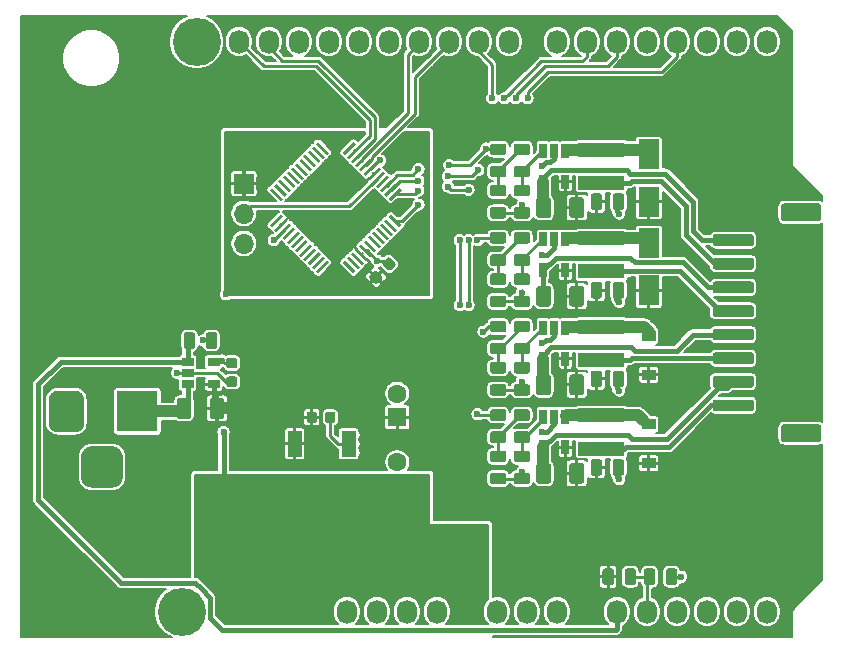
<source format=gbr>
G04 #@! TF.GenerationSoftware,KiCad,Pcbnew,(5.1.5)-3*
G04 #@! TF.CreationDate,2020-05-05T12:08:50+02:00*
G04 #@! TF.ProjectId,led_driver_test_board,6c65645f-6472-4697-9665-725f74657374,rev?*
G04 #@! TF.SameCoordinates,Original*
G04 #@! TF.FileFunction,Copper,L1,Top*
G04 #@! TF.FilePolarity,Positive*
%FSLAX46Y46*%
G04 Gerber Fmt 4.6, Leading zero omitted, Abs format (unit mm)*
G04 Created by KiCad (PCBNEW (5.1.5)-3) date 2020-05-05 12:08:50*
%MOMM*%
%LPD*%
G04 APERTURE LIST*
%ADD10R,1.200000X0.900000*%
%ADD11C,0.100000*%
%ADD12O,1.700000X1.700000*%
%ADD13R,1.700000X1.700000*%
%ADD14R,1.060000X0.650000*%
%ADD15R,1.800000X2.500000*%
%ADD16R,0.650000X1.220000*%
%ADD17R,1.200000X2.200000*%
%ADD18R,5.800000X6.400000*%
%ADD19R,3.900000X1.200000*%
%ADD20R,3.500000X3.500000*%
%ADD21C,1.600000*%
%ADD22R,1.600000X1.600000*%
%ADD23O,1.727200X2.032000*%
%ADD24C,4.064000*%
%ADD25C,0.600000*%
%ADD26C,0.450000*%
%ADD27C,0.250000*%
%ADD28C,0.500000*%
%ADD29C,1.000000*%
%ADD30C,0.200000*%
G04 APERTURE END LIST*
D10*
X164498000Y-100465000D03*
X164498000Y-103765000D03*
X164498000Y-107965000D03*
X164498000Y-111265000D03*
G04 #@! TA.AperFunction,SMDPad,CuDef*
D11*
G36*
X162203142Y-88416174D02*
G01*
X162226803Y-88419684D01*
X162250007Y-88425496D01*
X162272529Y-88433554D01*
X162294153Y-88443782D01*
X162314670Y-88456079D01*
X162333883Y-88470329D01*
X162351607Y-88486393D01*
X162367671Y-88504117D01*
X162381921Y-88523330D01*
X162394218Y-88543847D01*
X162404446Y-88565471D01*
X162412504Y-88587993D01*
X162418316Y-88611197D01*
X162421826Y-88634858D01*
X162423000Y-88658750D01*
X162423000Y-89571250D01*
X162421826Y-89595142D01*
X162418316Y-89618803D01*
X162412504Y-89642007D01*
X162404446Y-89664529D01*
X162394218Y-89686153D01*
X162381921Y-89706670D01*
X162367671Y-89725883D01*
X162351607Y-89743607D01*
X162333883Y-89759671D01*
X162314670Y-89773921D01*
X162294153Y-89786218D01*
X162272529Y-89796446D01*
X162250007Y-89804504D01*
X162226803Y-89810316D01*
X162203142Y-89813826D01*
X162179250Y-89815000D01*
X161691750Y-89815000D01*
X161667858Y-89813826D01*
X161644197Y-89810316D01*
X161620993Y-89804504D01*
X161598471Y-89796446D01*
X161576847Y-89786218D01*
X161556330Y-89773921D01*
X161537117Y-89759671D01*
X161519393Y-89743607D01*
X161503329Y-89725883D01*
X161489079Y-89706670D01*
X161476782Y-89686153D01*
X161466554Y-89664529D01*
X161458496Y-89642007D01*
X161452684Y-89618803D01*
X161449174Y-89595142D01*
X161448000Y-89571250D01*
X161448000Y-88658750D01*
X161449174Y-88634858D01*
X161452684Y-88611197D01*
X161458496Y-88587993D01*
X161466554Y-88565471D01*
X161476782Y-88543847D01*
X161489079Y-88523330D01*
X161503329Y-88504117D01*
X161519393Y-88486393D01*
X161537117Y-88470329D01*
X161556330Y-88456079D01*
X161576847Y-88443782D01*
X161598471Y-88433554D01*
X161620993Y-88425496D01*
X161644197Y-88419684D01*
X161667858Y-88416174D01*
X161691750Y-88415000D01*
X162179250Y-88415000D01*
X162203142Y-88416174D01*
G37*
G04 #@! TD.AperFunction*
G04 #@! TA.AperFunction,SMDPad,CuDef*
G36*
X160328142Y-88416174D02*
G01*
X160351803Y-88419684D01*
X160375007Y-88425496D01*
X160397529Y-88433554D01*
X160419153Y-88443782D01*
X160439670Y-88456079D01*
X160458883Y-88470329D01*
X160476607Y-88486393D01*
X160492671Y-88504117D01*
X160506921Y-88523330D01*
X160519218Y-88543847D01*
X160529446Y-88565471D01*
X160537504Y-88587993D01*
X160543316Y-88611197D01*
X160546826Y-88634858D01*
X160548000Y-88658750D01*
X160548000Y-89571250D01*
X160546826Y-89595142D01*
X160543316Y-89618803D01*
X160537504Y-89642007D01*
X160529446Y-89664529D01*
X160519218Y-89686153D01*
X160506921Y-89706670D01*
X160492671Y-89725883D01*
X160476607Y-89743607D01*
X160458883Y-89759671D01*
X160439670Y-89773921D01*
X160419153Y-89786218D01*
X160397529Y-89796446D01*
X160375007Y-89804504D01*
X160351803Y-89810316D01*
X160328142Y-89813826D01*
X160304250Y-89815000D01*
X159816750Y-89815000D01*
X159792858Y-89813826D01*
X159769197Y-89810316D01*
X159745993Y-89804504D01*
X159723471Y-89796446D01*
X159701847Y-89786218D01*
X159681330Y-89773921D01*
X159662117Y-89759671D01*
X159644393Y-89743607D01*
X159628329Y-89725883D01*
X159614079Y-89706670D01*
X159601782Y-89686153D01*
X159591554Y-89664529D01*
X159583496Y-89642007D01*
X159577684Y-89618803D01*
X159574174Y-89595142D01*
X159573000Y-89571250D01*
X159573000Y-88658750D01*
X159574174Y-88634858D01*
X159577684Y-88611197D01*
X159583496Y-88587993D01*
X159591554Y-88565471D01*
X159601782Y-88543847D01*
X159614079Y-88523330D01*
X159628329Y-88504117D01*
X159644393Y-88486393D01*
X159662117Y-88470329D01*
X159681330Y-88456079D01*
X159701847Y-88443782D01*
X159723471Y-88433554D01*
X159745993Y-88425496D01*
X159769197Y-88419684D01*
X159792858Y-88416174D01*
X159816750Y-88415000D01*
X160304250Y-88415000D01*
X160328142Y-88416174D01*
G37*
G04 #@! TD.AperFunction*
G04 #@! TA.AperFunction,SMDPad,CuDef*
G36*
X162203142Y-95916174D02*
G01*
X162226803Y-95919684D01*
X162250007Y-95925496D01*
X162272529Y-95933554D01*
X162294153Y-95943782D01*
X162314670Y-95956079D01*
X162333883Y-95970329D01*
X162351607Y-95986393D01*
X162367671Y-96004117D01*
X162381921Y-96023330D01*
X162394218Y-96043847D01*
X162404446Y-96065471D01*
X162412504Y-96087993D01*
X162418316Y-96111197D01*
X162421826Y-96134858D01*
X162423000Y-96158750D01*
X162423000Y-97071250D01*
X162421826Y-97095142D01*
X162418316Y-97118803D01*
X162412504Y-97142007D01*
X162404446Y-97164529D01*
X162394218Y-97186153D01*
X162381921Y-97206670D01*
X162367671Y-97225883D01*
X162351607Y-97243607D01*
X162333883Y-97259671D01*
X162314670Y-97273921D01*
X162294153Y-97286218D01*
X162272529Y-97296446D01*
X162250007Y-97304504D01*
X162226803Y-97310316D01*
X162203142Y-97313826D01*
X162179250Y-97315000D01*
X161691750Y-97315000D01*
X161667858Y-97313826D01*
X161644197Y-97310316D01*
X161620993Y-97304504D01*
X161598471Y-97296446D01*
X161576847Y-97286218D01*
X161556330Y-97273921D01*
X161537117Y-97259671D01*
X161519393Y-97243607D01*
X161503329Y-97225883D01*
X161489079Y-97206670D01*
X161476782Y-97186153D01*
X161466554Y-97164529D01*
X161458496Y-97142007D01*
X161452684Y-97118803D01*
X161449174Y-97095142D01*
X161448000Y-97071250D01*
X161448000Y-96158750D01*
X161449174Y-96134858D01*
X161452684Y-96111197D01*
X161458496Y-96087993D01*
X161466554Y-96065471D01*
X161476782Y-96043847D01*
X161489079Y-96023330D01*
X161503329Y-96004117D01*
X161519393Y-95986393D01*
X161537117Y-95970329D01*
X161556330Y-95956079D01*
X161576847Y-95943782D01*
X161598471Y-95933554D01*
X161620993Y-95925496D01*
X161644197Y-95919684D01*
X161667858Y-95916174D01*
X161691750Y-95915000D01*
X162179250Y-95915000D01*
X162203142Y-95916174D01*
G37*
G04 #@! TD.AperFunction*
G04 #@! TA.AperFunction,SMDPad,CuDef*
G36*
X160328142Y-95916174D02*
G01*
X160351803Y-95919684D01*
X160375007Y-95925496D01*
X160397529Y-95933554D01*
X160419153Y-95943782D01*
X160439670Y-95956079D01*
X160458883Y-95970329D01*
X160476607Y-95986393D01*
X160492671Y-96004117D01*
X160506921Y-96023330D01*
X160519218Y-96043847D01*
X160529446Y-96065471D01*
X160537504Y-96087993D01*
X160543316Y-96111197D01*
X160546826Y-96134858D01*
X160548000Y-96158750D01*
X160548000Y-97071250D01*
X160546826Y-97095142D01*
X160543316Y-97118803D01*
X160537504Y-97142007D01*
X160529446Y-97164529D01*
X160519218Y-97186153D01*
X160506921Y-97206670D01*
X160492671Y-97225883D01*
X160476607Y-97243607D01*
X160458883Y-97259671D01*
X160439670Y-97273921D01*
X160419153Y-97286218D01*
X160397529Y-97296446D01*
X160375007Y-97304504D01*
X160351803Y-97310316D01*
X160328142Y-97313826D01*
X160304250Y-97315000D01*
X159816750Y-97315000D01*
X159792858Y-97313826D01*
X159769197Y-97310316D01*
X159745993Y-97304504D01*
X159723471Y-97296446D01*
X159701847Y-97286218D01*
X159681330Y-97273921D01*
X159662117Y-97259671D01*
X159644393Y-97243607D01*
X159628329Y-97225883D01*
X159614079Y-97206670D01*
X159601782Y-97186153D01*
X159591554Y-97164529D01*
X159583496Y-97142007D01*
X159577684Y-97118803D01*
X159574174Y-97095142D01*
X159573000Y-97071250D01*
X159573000Y-96158750D01*
X159574174Y-96134858D01*
X159577684Y-96111197D01*
X159583496Y-96087993D01*
X159591554Y-96065471D01*
X159601782Y-96043847D01*
X159614079Y-96023330D01*
X159628329Y-96004117D01*
X159644393Y-95986393D01*
X159662117Y-95970329D01*
X159681330Y-95956079D01*
X159701847Y-95943782D01*
X159723471Y-95933554D01*
X159745993Y-95925496D01*
X159769197Y-95919684D01*
X159792858Y-95916174D01*
X159816750Y-95915000D01*
X160304250Y-95915000D01*
X160328142Y-95916174D01*
G37*
G04 #@! TD.AperFunction*
G04 #@! TA.AperFunction,SMDPad,CuDef*
G36*
X162203142Y-103416174D02*
G01*
X162226803Y-103419684D01*
X162250007Y-103425496D01*
X162272529Y-103433554D01*
X162294153Y-103443782D01*
X162314670Y-103456079D01*
X162333883Y-103470329D01*
X162351607Y-103486393D01*
X162367671Y-103504117D01*
X162381921Y-103523330D01*
X162394218Y-103543847D01*
X162404446Y-103565471D01*
X162412504Y-103587993D01*
X162418316Y-103611197D01*
X162421826Y-103634858D01*
X162423000Y-103658750D01*
X162423000Y-104571250D01*
X162421826Y-104595142D01*
X162418316Y-104618803D01*
X162412504Y-104642007D01*
X162404446Y-104664529D01*
X162394218Y-104686153D01*
X162381921Y-104706670D01*
X162367671Y-104725883D01*
X162351607Y-104743607D01*
X162333883Y-104759671D01*
X162314670Y-104773921D01*
X162294153Y-104786218D01*
X162272529Y-104796446D01*
X162250007Y-104804504D01*
X162226803Y-104810316D01*
X162203142Y-104813826D01*
X162179250Y-104815000D01*
X161691750Y-104815000D01*
X161667858Y-104813826D01*
X161644197Y-104810316D01*
X161620993Y-104804504D01*
X161598471Y-104796446D01*
X161576847Y-104786218D01*
X161556330Y-104773921D01*
X161537117Y-104759671D01*
X161519393Y-104743607D01*
X161503329Y-104725883D01*
X161489079Y-104706670D01*
X161476782Y-104686153D01*
X161466554Y-104664529D01*
X161458496Y-104642007D01*
X161452684Y-104618803D01*
X161449174Y-104595142D01*
X161448000Y-104571250D01*
X161448000Y-103658750D01*
X161449174Y-103634858D01*
X161452684Y-103611197D01*
X161458496Y-103587993D01*
X161466554Y-103565471D01*
X161476782Y-103543847D01*
X161489079Y-103523330D01*
X161503329Y-103504117D01*
X161519393Y-103486393D01*
X161537117Y-103470329D01*
X161556330Y-103456079D01*
X161576847Y-103443782D01*
X161598471Y-103433554D01*
X161620993Y-103425496D01*
X161644197Y-103419684D01*
X161667858Y-103416174D01*
X161691750Y-103415000D01*
X162179250Y-103415000D01*
X162203142Y-103416174D01*
G37*
G04 #@! TD.AperFunction*
G04 #@! TA.AperFunction,SMDPad,CuDef*
G36*
X160328142Y-103416174D02*
G01*
X160351803Y-103419684D01*
X160375007Y-103425496D01*
X160397529Y-103433554D01*
X160419153Y-103443782D01*
X160439670Y-103456079D01*
X160458883Y-103470329D01*
X160476607Y-103486393D01*
X160492671Y-103504117D01*
X160506921Y-103523330D01*
X160519218Y-103543847D01*
X160529446Y-103565471D01*
X160537504Y-103587993D01*
X160543316Y-103611197D01*
X160546826Y-103634858D01*
X160548000Y-103658750D01*
X160548000Y-104571250D01*
X160546826Y-104595142D01*
X160543316Y-104618803D01*
X160537504Y-104642007D01*
X160529446Y-104664529D01*
X160519218Y-104686153D01*
X160506921Y-104706670D01*
X160492671Y-104725883D01*
X160476607Y-104743607D01*
X160458883Y-104759671D01*
X160439670Y-104773921D01*
X160419153Y-104786218D01*
X160397529Y-104796446D01*
X160375007Y-104804504D01*
X160351803Y-104810316D01*
X160328142Y-104813826D01*
X160304250Y-104815000D01*
X159816750Y-104815000D01*
X159792858Y-104813826D01*
X159769197Y-104810316D01*
X159745993Y-104804504D01*
X159723471Y-104796446D01*
X159701847Y-104786218D01*
X159681330Y-104773921D01*
X159662117Y-104759671D01*
X159644393Y-104743607D01*
X159628329Y-104725883D01*
X159614079Y-104706670D01*
X159601782Y-104686153D01*
X159591554Y-104664529D01*
X159583496Y-104642007D01*
X159577684Y-104618803D01*
X159574174Y-104595142D01*
X159573000Y-104571250D01*
X159573000Y-103658750D01*
X159574174Y-103634858D01*
X159577684Y-103611197D01*
X159583496Y-103587993D01*
X159591554Y-103565471D01*
X159601782Y-103543847D01*
X159614079Y-103523330D01*
X159628329Y-103504117D01*
X159644393Y-103486393D01*
X159662117Y-103470329D01*
X159681330Y-103456079D01*
X159701847Y-103443782D01*
X159723471Y-103433554D01*
X159745993Y-103425496D01*
X159769197Y-103419684D01*
X159792858Y-103416174D01*
X159816750Y-103415000D01*
X160304250Y-103415000D01*
X160328142Y-103416174D01*
G37*
G04 #@! TD.AperFunction*
G04 #@! TA.AperFunction,SMDPad,CuDef*
G36*
X162203142Y-110916174D02*
G01*
X162226803Y-110919684D01*
X162250007Y-110925496D01*
X162272529Y-110933554D01*
X162294153Y-110943782D01*
X162314670Y-110956079D01*
X162333883Y-110970329D01*
X162351607Y-110986393D01*
X162367671Y-111004117D01*
X162381921Y-111023330D01*
X162394218Y-111043847D01*
X162404446Y-111065471D01*
X162412504Y-111087993D01*
X162418316Y-111111197D01*
X162421826Y-111134858D01*
X162423000Y-111158750D01*
X162423000Y-112071250D01*
X162421826Y-112095142D01*
X162418316Y-112118803D01*
X162412504Y-112142007D01*
X162404446Y-112164529D01*
X162394218Y-112186153D01*
X162381921Y-112206670D01*
X162367671Y-112225883D01*
X162351607Y-112243607D01*
X162333883Y-112259671D01*
X162314670Y-112273921D01*
X162294153Y-112286218D01*
X162272529Y-112296446D01*
X162250007Y-112304504D01*
X162226803Y-112310316D01*
X162203142Y-112313826D01*
X162179250Y-112315000D01*
X161691750Y-112315000D01*
X161667858Y-112313826D01*
X161644197Y-112310316D01*
X161620993Y-112304504D01*
X161598471Y-112296446D01*
X161576847Y-112286218D01*
X161556330Y-112273921D01*
X161537117Y-112259671D01*
X161519393Y-112243607D01*
X161503329Y-112225883D01*
X161489079Y-112206670D01*
X161476782Y-112186153D01*
X161466554Y-112164529D01*
X161458496Y-112142007D01*
X161452684Y-112118803D01*
X161449174Y-112095142D01*
X161448000Y-112071250D01*
X161448000Y-111158750D01*
X161449174Y-111134858D01*
X161452684Y-111111197D01*
X161458496Y-111087993D01*
X161466554Y-111065471D01*
X161476782Y-111043847D01*
X161489079Y-111023330D01*
X161503329Y-111004117D01*
X161519393Y-110986393D01*
X161537117Y-110970329D01*
X161556330Y-110956079D01*
X161576847Y-110943782D01*
X161598471Y-110933554D01*
X161620993Y-110925496D01*
X161644197Y-110919684D01*
X161667858Y-110916174D01*
X161691750Y-110915000D01*
X162179250Y-110915000D01*
X162203142Y-110916174D01*
G37*
G04 #@! TD.AperFunction*
G04 #@! TA.AperFunction,SMDPad,CuDef*
G36*
X160328142Y-110916174D02*
G01*
X160351803Y-110919684D01*
X160375007Y-110925496D01*
X160397529Y-110933554D01*
X160419153Y-110943782D01*
X160439670Y-110956079D01*
X160458883Y-110970329D01*
X160476607Y-110986393D01*
X160492671Y-111004117D01*
X160506921Y-111023330D01*
X160519218Y-111043847D01*
X160529446Y-111065471D01*
X160537504Y-111087993D01*
X160543316Y-111111197D01*
X160546826Y-111134858D01*
X160548000Y-111158750D01*
X160548000Y-112071250D01*
X160546826Y-112095142D01*
X160543316Y-112118803D01*
X160537504Y-112142007D01*
X160529446Y-112164529D01*
X160519218Y-112186153D01*
X160506921Y-112206670D01*
X160492671Y-112225883D01*
X160476607Y-112243607D01*
X160458883Y-112259671D01*
X160439670Y-112273921D01*
X160419153Y-112286218D01*
X160397529Y-112296446D01*
X160375007Y-112304504D01*
X160351803Y-112310316D01*
X160328142Y-112313826D01*
X160304250Y-112315000D01*
X159816750Y-112315000D01*
X159792858Y-112313826D01*
X159769197Y-112310316D01*
X159745993Y-112304504D01*
X159723471Y-112296446D01*
X159701847Y-112286218D01*
X159681330Y-112273921D01*
X159662117Y-112259671D01*
X159644393Y-112243607D01*
X159628329Y-112225883D01*
X159614079Y-112206670D01*
X159601782Y-112186153D01*
X159591554Y-112164529D01*
X159583496Y-112142007D01*
X159577684Y-112118803D01*
X159574174Y-112095142D01*
X159573000Y-112071250D01*
X159573000Y-111158750D01*
X159574174Y-111134858D01*
X159577684Y-111111197D01*
X159583496Y-111087993D01*
X159591554Y-111065471D01*
X159601782Y-111043847D01*
X159614079Y-111023330D01*
X159628329Y-111004117D01*
X159644393Y-110986393D01*
X159662117Y-110970329D01*
X159681330Y-110956079D01*
X159701847Y-110943782D01*
X159723471Y-110933554D01*
X159745993Y-110925496D01*
X159769197Y-110919684D01*
X159792858Y-110916174D01*
X159816750Y-110915000D01*
X160304250Y-110915000D01*
X160328142Y-110916174D01*
G37*
G04 #@! TD.AperFunction*
G04 #@! TA.AperFunction,SMDPad,CuDef*
G36*
X166703142Y-120166174D02*
G01*
X166726803Y-120169684D01*
X166750007Y-120175496D01*
X166772529Y-120183554D01*
X166794153Y-120193782D01*
X166814670Y-120206079D01*
X166833883Y-120220329D01*
X166851607Y-120236393D01*
X166867671Y-120254117D01*
X166881921Y-120273330D01*
X166894218Y-120293847D01*
X166904446Y-120315471D01*
X166912504Y-120337993D01*
X166918316Y-120361197D01*
X166921826Y-120384858D01*
X166923000Y-120408750D01*
X166923000Y-121321250D01*
X166921826Y-121345142D01*
X166918316Y-121368803D01*
X166912504Y-121392007D01*
X166904446Y-121414529D01*
X166894218Y-121436153D01*
X166881921Y-121456670D01*
X166867671Y-121475883D01*
X166851607Y-121493607D01*
X166833883Y-121509671D01*
X166814670Y-121523921D01*
X166794153Y-121536218D01*
X166772529Y-121546446D01*
X166750007Y-121554504D01*
X166726803Y-121560316D01*
X166703142Y-121563826D01*
X166679250Y-121565000D01*
X166191750Y-121565000D01*
X166167858Y-121563826D01*
X166144197Y-121560316D01*
X166120993Y-121554504D01*
X166098471Y-121546446D01*
X166076847Y-121536218D01*
X166056330Y-121523921D01*
X166037117Y-121509671D01*
X166019393Y-121493607D01*
X166003329Y-121475883D01*
X165989079Y-121456670D01*
X165976782Y-121436153D01*
X165966554Y-121414529D01*
X165958496Y-121392007D01*
X165952684Y-121368803D01*
X165949174Y-121345142D01*
X165948000Y-121321250D01*
X165948000Y-120408750D01*
X165949174Y-120384858D01*
X165952684Y-120361197D01*
X165958496Y-120337993D01*
X165966554Y-120315471D01*
X165976782Y-120293847D01*
X165989079Y-120273330D01*
X166003329Y-120254117D01*
X166019393Y-120236393D01*
X166037117Y-120220329D01*
X166056330Y-120206079D01*
X166076847Y-120193782D01*
X166098471Y-120183554D01*
X166120993Y-120175496D01*
X166144197Y-120169684D01*
X166167858Y-120166174D01*
X166191750Y-120165000D01*
X166679250Y-120165000D01*
X166703142Y-120166174D01*
G37*
G04 #@! TD.AperFunction*
G04 #@! TA.AperFunction,SMDPad,CuDef*
G36*
X164828142Y-120166174D02*
G01*
X164851803Y-120169684D01*
X164875007Y-120175496D01*
X164897529Y-120183554D01*
X164919153Y-120193782D01*
X164939670Y-120206079D01*
X164958883Y-120220329D01*
X164976607Y-120236393D01*
X164992671Y-120254117D01*
X165006921Y-120273330D01*
X165019218Y-120293847D01*
X165029446Y-120315471D01*
X165037504Y-120337993D01*
X165043316Y-120361197D01*
X165046826Y-120384858D01*
X165048000Y-120408750D01*
X165048000Y-121321250D01*
X165046826Y-121345142D01*
X165043316Y-121368803D01*
X165037504Y-121392007D01*
X165029446Y-121414529D01*
X165019218Y-121436153D01*
X165006921Y-121456670D01*
X164992671Y-121475883D01*
X164976607Y-121493607D01*
X164958883Y-121509671D01*
X164939670Y-121523921D01*
X164919153Y-121536218D01*
X164897529Y-121546446D01*
X164875007Y-121554504D01*
X164851803Y-121560316D01*
X164828142Y-121563826D01*
X164804250Y-121565000D01*
X164316750Y-121565000D01*
X164292858Y-121563826D01*
X164269197Y-121560316D01*
X164245993Y-121554504D01*
X164223471Y-121546446D01*
X164201847Y-121536218D01*
X164181330Y-121523921D01*
X164162117Y-121509671D01*
X164144393Y-121493607D01*
X164128329Y-121475883D01*
X164114079Y-121456670D01*
X164101782Y-121436153D01*
X164091554Y-121414529D01*
X164083496Y-121392007D01*
X164077684Y-121368803D01*
X164074174Y-121345142D01*
X164073000Y-121321250D01*
X164073000Y-120408750D01*
X164074174Y-120384858D01*
X164077684Y-120361197D01*
X164083496Y-120337993D01*
X164091554Y-120315471D01*
X164101782Y-120293847D01*
X164114079Y-120273330D01*
X164128329Y-120254117D01*
X164144393Y-120236393D01*
X164162117Y-120220329D01*
X164181330Y-120206079D01*
X164201847Y-120193782D01*
X164223471Y-120183554D01*
X164245993Y-120175496D01*
X164269197Y-120169684D01*
X164292858Y-120166174D01*
X164316750Y-120165000D01*
X164804250Y-120165000D01*
X164828142Y-120166174D01*
G37*
G04 #@! TD.AperFunction*
G04 #@! TA.AperFunction,SMDPad,CuDef*
G36*
X163203142Y-120166174D02*
G01*
X163226803Y-120169684D01*
X163250007Y-120175496D01*
X163272529Y-120183554D01*
X163294153Y-120193782D01*
X163314670Y-120206079D01*
X163333883Y-120220329D01*
X163351607Y-120236393D01*
X163367671Y-120254117D01*
X163381921Y-120273330D01*
X163394218Y-120293847D01*
X163404446Y-120315471D01*
X163412504Y-120337993D01*
X163418316Y-120361197D01*
X163421826Y-120384858D01*
X163423000Y-120408750D01*
X163423000Y-121321250D01*
X163421826Y-121345142D01*
X163418316Y-121368803D01*
X163412504Y-121392007D01*
X163404446Y-121414529D01*
X163394218Y-121436153D01*
X163381921Y-121456670D01*
X163367671Y-121475883D01*
X163351607Y-121493607D01*
X163333883Y-121509671D01*
X163314670Y-121523921D01*
X163294153Y-121536218D01*
X163272529Y-121546446D01*
X163250007Y-121554504D01*
X163226803Y-121560316D01*
X163203142Y-121563826D01*
X163179250Y-121565000D01*
X162691750Y-121565000D01*
X162667858Y-121563826D01*
X162644197Y-121560316D01*
X162620993Y-121554504D01*
X162598471Y-121546446D01*
X162576847Y-121536218D01*
X162556330Y-121523921D01*
X162537117Y-121509671D01*
X162519393Y-121493607D01*
X162503329Y-121475883D01*
X162489079Y-121456670D01*
X162476782Y-121436153D01*
X162466554Y-121414529D01*
X162458496Y-121392007D01*
X162452684Y-121368803D01*
X162449174Y-121345142D01*
X162448000Y-121321250D01*
X162448000Y-120408750D01*
X162449174Y-120384858D01*
X162452684Y-120361197D01*
X162458496Y-120337993D01*
X162466554Y-120315471D01*
X162476782Y-120293847D01*
X162489079Y-120273330D01*
X162503329Y-120254117D01*
X162519393Y-120236393D01*
X162537117Y-120220329D01*
X162556330Y-120206079D01*
X162576847Y-120193782D01*
X162598471Y-120183554D01*
X162620993Y-120175496D01*
X162644197Y-120169684D01*
X162667858Y-120166174D01*
X162691750Y-120165000D01*
X163179250Y-120165000D01*
X163203142Y-120166174D01*
G37*
G04 #@! TD.AperFunction*
G04 #@! TA.AperFunction,SMDPad,CuDef*
G36*
X161328142Y-120166174D02*
G01*
X161351803Y-120169684D01*
X161375007Y-120175496D01*
X161397529Y-120183554D01*
X161419153Y-120193782D01*
X161439670Y-120206079D01*
X161458883Y-120220329D01*
X161476607Y-120236393D01*
X161492671Y-120254117D01*
X161506921Y-120273330D01*
X161519218Y-120293847D01*
X161529446Y-120315471D01*
X161537504Y-120337993D01*
X161543316Y-120361197D01*
X161546826Y-120384858D01*
X161548000Y-120408750D01*
X161548000Y-121321250D01*
X161546826Y-121345142D01*
X161543316Y-121368803D01*
X161537504Y-121392007D01*
X161529446Y-121414529D01*
X161519218Y-121436153D01*
X161506921Y-121456670D01*
X161492671Y-121475883D01*
X161476607Y-121493607D01*
X161458883Y-121509671D01*
X161439670Y-121523921D01*
X161419153Y-121536218D01*
X161397529Y-121546446D01*
X161375007Y-121554504D01*
X161351803Y-121560316D01*
X161328142Y-121563826D01*
X161304250Y-121565000D01*
X160816750Y-121565000D01*
X160792858Y-121563826D01*
X160769197Y-121560316D01*
X160745993Y-121554504D01*
X160723471Y-121546446D01*
X160701847Y-121536218D01*
X160681330Y-121523921D01*
X160662117Y-121509671D01*
X160644393Y-121493607D01*
X160628329Y-121475883D01*
X160614079Y-121456670D01*
X160601782Y-121436153D01*
X160591554Y-121414529D01*
X160583496Y-121392007D01*
X160577684Y-121368803D01*
X160574174Y-121345142D01*
X160573000Y-121321250D01*
X160573000Y-120408750D01*
X160574174Y-120384858D01*
X160577684Y-120361197D01*
X160583496Y-120337993D01*
X160591554Y-120315471D01*
X160601782Y-120293847D01*
X160614079Y-120273330D01*
X160628329Y-120254117D01*
X160644393Y-120236393D01*
X160662117Y-120220329D01*
X160681330Y-120206079D01*
X160701847Y-120193782D01*
X160723471Y-120183554D01*
X160745993Y-120175496D01*
X160769197Y-120169684D01*
X160792858Y-120166174D01*
X160816750Y-120165000D01*
X161304250Y-120165000D01*
X161328142Y-120166174D01*
G37*
G04 #@! TD.AperFunction*
D12*
X130223000Y-92655000D03*
X130223000Y-90115000D03*
D13*
X130223000Y-87575000D03*
G04 #@! TA.AperFunction,SMDPad,CuDef*
D11*
G36*
X142499771Y-93829580D02*
G01*
X142521006Y-93832730D01*
X142541830Y-93837946D01*
X142562042Y-93845178D01*
X142581448Y-93854357D01*
X142599861Y-93865393D01*
X142617104Y-93878181D01*
X142633010Y-93892597D01*
X142995403Y-94254990D01*
X143009819Y-94270896D01*
X143022607Y-94288139D01*
X143033643Y-94306552D01*
X143042822Y-94325958D01*
X143050054Y-94346170D01*
X143055270Y-94366994D01*
X143058420Y-94388229D01*
X143059473Y-94409670D01*
X143058420Y-94431111D01*
X143055270Y-94452346D01*
X143050054Y-94473170D01*
X143042822Y-94493382D01*
X143033643Y-94512788D01*
X143022607Y-94531201D01*
X143009819Y-94548444D01*
X142995403Y-94564350D01*
X142686044Y-94873709D01*
X142670138Y-94888125D01*
X142652895Y-94900913D01*
X142634482Y-94911949D01*
X142615076Y-94921128D01*
X142594864Y-94928360D01*
X142574040Y-94933576D01*
X142552805Y-94936726D01*
X142531364Y-94937779D01*
X142509923Y-94936726D01*
X142488688Y-94933576D01*
X142467864Y-94928360D01*
X142447652Y-94921128D01*
X142428246Y-94911949D01*
X142409833Y-94900913D01*
X142392590Y-94888125D01*
X142376684Y-94873709D01*
X142014291Y-94511316D01*
X141999875Y-94495410D01*
X141987087Y-94478167D01*
X141976051Y-94459754D01*
X141966872Y-94440348D01*
X141959640Y-94420136D01*
X141954424Y-94399312D01*
X141951274Y-94378077D01*
X141950221Y-94356636D01*
X141951274Y-94335195D01*
X141954424Y-94313960D01*
X141959640Y-94293136D01*
X141966872Y-94272924D01*
X141976051Y-94253518D01*
X141987087Y-94235105D01*
X141999875Y-94217862D01*
X142014291Y-94201956D01*
X142323650Y-93892597D01*
X142339556Y-93878181D01*
X142356799Y-93865393D01*
X142375212Y-93854357D01*
X142394618Y-93845178D01*
X142414830Y-93837946D01*
X142435654Y-93832730D01*
X142456889Y-93829580D01*
X142478330Y-93828527D01*
X142499771Y-93829580D01*
G37*
G04 #@! TD.AperFunction*
G04 #@! TA.AperFunction,SMDPad,CuDef*
G36*
X141386077Y-94943274D02*
G01*
X141407312Y-94946424D01*
X141428136Y-94951640D01*
X141448348Y-94958872D01*
X141467754Y-94968051D01*
X141486167Y-94979087D01*
X141503410Y-94991875D01*
X141519316Y-95006291D01*
X141881709Y-95368684D01*
X141896125Y-95384590D01*
X141908913Y-95401833D01*
X141919949Y-95420246D01*
X141929128Y-95439652D01*
X141936360Y-95459864D01*
X141941576Y-95480688D01*
X141944726Y-95501923D01*
X141945779Y-95523364D01*
X141944726Y-95544805D01*
X141941576Y-95566040D01*
X141936360Y-95586864D01*
X141929128Y-95607076D01*
X141919949Y-95626482D01*
X141908913Y-95644895D01*
X141896125Y-95662138D01*
X141881709Y-95678044D01*
X141572350Y-95987403D01*
X141556444Y-96001819D01*
X141539201Y-96014607D01*
X141520788Y-96025643D01*
X141501382Y-96034822D01*
X141481170Y-96042054D01*
X141460346Y-96047270D01*
X141439111Y-96050420D01*
X141417670Y-96051473D01*
X141396229Y-96050420D01*
X141374994Y-96047270D01*
X141354170Y-96042054D01*
X141333958Y-96034822D01*
X141314552Y-96025643D01*
X141296139Y-96014607D01*
X141278896Y-96001819D01*
X141262990Y-95987403D01*
X140900597Y-95625010D01*
X140886181Y-95609104D01*
X140873393Y-95591861D01*
X140862357Y-95573448D01*
X140853178Y-95554042D01*
X140845946Y-95533830D01*
X140840730Y-95513006D01*
X140837580Y-95491771D01*
X140836527Y-95470330D01*
X140837580Y-95448889D01*
X140840730Y-95427654D01*
X140845946Y-95406830D01*
X140853178Y-95386618D01*
X140862357Y-95367212D01*
X140873393Y-95348799D01*
X140886181Y-95331556D01*
X140900597Y-95315650D01*
X141209956Y-95006291D01*
X141225862Y-94991875D01*
X141243105Y-94979087D01*
X141261518Y-94968051D01*
X141280924Y-94958872D01*
X141301136Y-94951640D01*
X141321960Y-94946424D01*
X141343195Y-94943274D01*
X141364636Y-94942221D01*
X141386077Y-94943274D01*
G37*
G04 #@! TD.AperFunction*
G04 #@! TA.AperFunction,SMDPad,CuDef*
G36*
X152228142Y-89566174D02*
G01*
X152251803Y-89569684D01*
X152275007Y-89575496D01*
X152297529Y-89583554D01*
X152319153Y-89593782D01*
X152339670Y-89606079D01*
X152358883Y-89620329D01*
X152376607Y-89636393D01*
X152392671Y-89654117D01*
X152406921Y-89673330D01*
X152419218Y-89693847D01*
X152429446Y-89715471D01*
X152437504Y-89737993D01*
X152443316Y-89761197D01*
X152446826Y-89784858D01*
X152448000Y-89808750D01*
X152448000Y-90296250D01*
X152446826Y-90320142D01*
X152443316Y-90343803D01*
X152437504Y-90367007D01*
X152429446Y-90389529D01*
X152419218Y-90411153D01*
X152406921Y-90431670D01*
X152392671Y-90450883D01*
X152376607Y-90468607D01*
X152358883Y-90484671D01*
X152339670Y-90498921D01*
X152319153Y-90511218D01*
X152297529Y-90521446D01*
X152275007Y-90529504D01*
X152251803Y-90535316D01*
X152228142Y-90538826D01*
X152204250Y-90540000D01*
X151291750Y-90540000D01*
X151267858Y-90538826D01*
X151244197Y-90535316D01*
X151220993Y-90529504D01*
X151198471Y-90521446D01*
X151176847Y-90511218D01*
X151156330Y-90498921D01*
X151137117Y-90484671D01*
X151119393Y-90468607D01*
X151103329Y-90450883D01*
X151089079Y-90431670D01*
X151076782Y-90411153D01*
X151066554Y-90389529D01*
X151058496Y-90367007D01*
X151052684Y-90343803D01*
X151049174Y-90320142D01*
X151048000Y-90296250D01*
X151048000Y-89808750D01*
X151049174Y-89784858D01*
X151052684Y-89761197D01*
X151058496Y-89737993D01*
X151066554Y-89715471D01*
X151076782Y-89693847D01*
X151089079Y-89673330D01*
X151103329Y-89654117D01*
X151119393Y-89636393D01*
X151137117Y-89620329D01*
X151156330Y-89606079D01*
X151176847Y-89593782D01*
X151198471Y-89583554D01*
X151220993Y-89575496D01*
X151244197Y-89569684D01*
X151267858Y-89566174D01*
X151291750Y-89565000D01*
X152204250Y-89565000D01*
X152228142Y-89566174D01*
G37*
G04 #@! TD.AperFunction*
G04 #@! TA.AperFunction,SMDPad,CuDef*
G36*
X152228142Y-87691174D02*
G01*
X152251803Y-87694684D01*
X152275007Y-87700496D01*
X152297529Y-87708554D01*
X152319153Y-87718782D01*
X152339670Y-87731079D01*
X152358883Y-87745329D01*
X152376607Y-87761393D01*
X152392671Y-87779117D01*
X152406921Y-87798330D01*
X152419218Y-87818847D01*
X152429446Y-87840471D01*
X152437504Y-87862993D01*
X152443316Y-87886197D01*
X152446826Y-87909858D01*
X152448000Y-87933750D01*
X152448000Y-88421250D01*
X152446826Y-88445142D01*
X152443316Y-88468803D01*
X152437504Y-88492007D01*
X152429446Y-88514529D01*
X152419218Y-88536153D01*
X152406921Y-88556670D01*
X152392671Y-88575883D01*
X152376607Y-88593607D01*
X152358883Y-88609671D01*
X152339670Y-88623921D01*
X152319153Y-88636218D01*
X152297529Y-88646446D01*
X152275007Y-88654504D01*
X152251803Y-88660316D01*
X152228142Y-88663826D01*
X152204250Y-88665000D01*
X151291750Y-88665000D01*
X151267858Y-88663826D01*
X151244197Y-88660316D01*
X151220993Y-88654504D01*
X151198471Y-88646446D01*
X151176847Y-88636218D01*
X151156330Y-88623921D01*
X151137117Y-88609671D01*
X151119393Y-88593607D01*
X151103329Y-88575883D01*
X151089079Y-88556670D01*
X151076782Y-88536153D01*
X151066554Y-88514529D01*
X151058496Y-88492007D01*
X151052684Y-88468803D01*
X151049174Y-88445142D01*
X151048000Y-88421250D01*
X151048000Y-87933750D01*
X151049174Y-87909858D01*
X151052684Y-87886197D01*
X151058496Y-87862993D01*
X151066554Y-87840471D01*
X151076782Y-87818847D01*
X151089079Y-87798330D01*
X151103329Y-87779117D01*
X151119393Y-87761393D01*
X151137117Y-87745329D01*
X151156330Y-87731079D01*
X151176847Y-87718782D01*
X151198471Y-87708554D01*
X151220993Y-87700496D01*
X151244197Y-87694684D01*
X151267858Y-87691174D01*
X151291750Y-87690000D01*
X152204250Y-87690000D01*
X152228142Y-87691174D01*
G37*
G04 #@! TD.AperFunction*
G04 #@! TA.AperFunction,SMDPad,CuDef*
G36*
X152228142Y-84191174D02*
G01*
X152251803Y-84194684D01*
X152275007Y-84200496D01*
X152297529Y-84208554D01*
X152319153Y-84218782D01*
X152339670Y-84231079D01*
X152358883Y-84245329D01*
X152376607Y-84261393D01*
X152392671Y-84279117D01*
X152406921Y-84298330D01*
X152419218Y-84318847D01*
X152429446Y-84340471D01*
X152437504Y-84362993D01*
X152443316Y-84386197D01*
X152446826Y-84409858D01*
X152448000Y-84433750D01*
X152448000Y-84921250D01*
X152446826Y-84945142D01*
X152443316Y-84968803D01*
X152437504Y-84992007D01*
X152429446Y-85014529D01*
X152419218Y-85036153D01*
X152406921Y-85056670D01*
X152392671Y-85075883D01*
X152376607Y-85093607D01*
X152358883Y-85109671D01*
X152339670Y-85123921D01*
X152319153Y-85136218D01*
X152297529Y-85146446D01*
X152275007Y-85154504D01*
X152251803Y-85160316D01*
X152228142Y-85163826D01*
X152204250Y-85165000D01*
X151291750Y-85165000D01*
X151267858Y-85163826D01*
X151244197Y-85160316D01*
X151220993Y-85154504D01*
X151198471Y-85146446D01*
X151176847Y-85136218D01*
X151156330Y-85123921D01*
X151137117Y-85109671D01*
X151119393Y-85093607D01*
X151103329Y-85075883D01*
X151089079Y-85056670D01*
X151076782Y-85036153D01*
X151066554Y-85014529D01*
X151058496Y-84992007D01*
X151052684Y-84968803D01*
X151049174Y-84945142D01*
X151048000Y-84921250D01*
X151048000Y-84433750D01*
X151049174Y-84409858D01*
X151052684Y-84386197D01*
X151058496Y-84362993D01*
X151066554Y-84340471D01*
X151076782Y-84318847D01*
X151089079Y-84298330D01*
X151103329Y-84279117D01*
X151119393Y-84261393D01*
X151137117Y-84245329D01*
X151156330Y-84231079D01*
X151176847Y-84218782D01*
X151198471Y-84208554D01*
X151220993Y-84200496D01*
X151244197Y-84194684D01*
X151267858Y-84191174D01*
X151291750Y-84190000D01*
X152204250Y-84190000D01*
X152228142Y-84191174D01*
G37*
G04 #@! TD.AperFunction*
G04 #@! TA.AperFunction,SMDPad,CuDef*
G36*
X152228142Y-86066174D02*
G01*
X152251803Y-86069684D01*
X152275007Y-86075496D01*
X152297529Y-86083554D01*
X152319153Y-86093782D01*
X152339670Y-86106079D01*
X152358883Y-86120329D01*
X152376607Y-86136393D01*
X152392671Y-86154117D01*
X152406921Y-86173330D01*
X152419218Y-86193847D01*
X152429446Y-86215471D01*
X152437504Y-86237993D01*
X152443316Y-86261197D01*
X152446826Y-86284858D01*
X152448000Y-86308750D01*
X152448000Y-86796250D01*
X152446826Y-86820142D01*
X152443316Y-86843803D01*
X152437504Y-86867007D01*
X152429446Y-86889529D01*
X152419218Y-86911153D01*
X152406921Y-86931670D01*
X152392671Y-86950883D01*
X152376607Y-86968607D01*
X152358883Y-86984671D01*
X152339670Y-86998921D01*
X152319153Y-87011218D01*
X152297529Y-87021446D01*
X152275007Y-87029504D01*
X152251803Y-87035316D01*
X152228142Y-87038826D01*
X152204250Y-87040000D01*
X151291750Y-87040000D01*
X151267858Y-87038826D01*
X151244197Y-87035316D01*
X151220993Y-87029504D01*
X151198471Y-87021446D01*
X151176847Y-87011218D01*
X151156330Y-86998921D01*
X151137117Y-86984671D01*
X151119393Y-86968607D01*
X151103329Y-86950883D01*
X151089079Y-86931670D01*
X151076782Y-86911153D01*
X151066554Y-86889529D01*
X151058496Y-86867007D01*
X151052684Y-86843803D01*
X151049174Y-86820142D01*
X151048000Y-86796250D01*
X151048000Y-86308750D01*
X151049174Y-86284858D01*
X151052684Y-86261197D01*
X151058496Y-86237993D01*
X151066554Y-86215471D01*
X151076782Y-86193847D01*
X151089079Y-86173330D01*
X151103329Y-86154117D01*
X151119393Y-86136393D01*
X151137117Y-86120329D01*
X151156330Y-86106079D01*
X151176847Y-86093782D01*
X151198471Y-86083554D01*
X151220993Y-86075496D01*
X151244197Y-86069684D01*
X151267858Y-86066174D01*
X151291750Y-86065000D01*
X152204250Y-86065000D01*
X152228142Y-86066174D01*
G37*
G04 #@! TD.AperFunction*
G04 #@! TA.AperFunction,SMDPad,CuDef*
G36*
X152228142Y-97066174D02*
G01*
X152251803Y-97069684D01*
X152275007Y-97075496D01*
X152297529Y-97083554D01*
X152319153Y-97093782D01*
X152339670Y-97106079D01*
X152358883Y-97120329D01*
X152376607Y-97136393D01*
X152392671Y-97154117D01*
X152406921Y-97173330D01*
X152419218Y-97193847D01*
X152429446Y-97215471D01*
X152437504Y-97237993D01*
X152443316Y-97261197D01*
X152446826Y-97284858D01*
X152448000Y-97308750D01*
X152448000Y-97796250D01*
X152446826Y-97820142D01*
X152443316Y-97843803D01*
X152437504Y-97867007D01*
X152429446Y-97889529D01*
X152419218Y-97911153D01*
X152406921Y-97931670D01*
X152392671Y-97950883D01*
X152376607Y-97968607D01*
X152358883Y-97984671D01*
X152339670Y-97998921D01*
X152319153Y-98011218D01*
X152297529Y-98021446D01*
X152275007Y-98029504D01*
X152251803Y-98035316D01*
X152228142Y-98038826D01*
X152204250Y-98040000D01*
X151291750Y-98040000D01*
X151267858Y-98038826D01*
X151244197Y-98035316D01*
X151220993Y-98029504D01*
X151198471Y-98021446D01*
X151176847Y-98011218D01*
X151156330Y-97998921D01*
X151137117Y-97984671D01*
X151119393Y-97968607D01*
X151103329Y-97950883D01*
X151089079Y-97931670D01*
X151076782Y-97911153D01*
X151066554Y-97889529D01*
X151058496Y-97867007D01*
X151052684Y-97843803D01*
X151049174Y-97820142D01*
X151048000Y-97796250D01*
X151048000Y-97308750D01*
X151049174Y-97284858D01*
X151052684Y-97261197D01*
X151058496Y-97237993D01*
X151066554Y-97215471D01*
X151076782Y-97193847D01*
X151089079Y-97173330D01*
X151103329Y-97154117D01*
X151119393Y-97136393D01*
X151137117Y-97120329D01*
X151156330Y-97106079D01*
X151176847Y-97093782D01*
X151198471Y-97083554D01*
X151220993Y-97075496D01*
X151244197Y-97069684D01*
X151267858Y-97066174D01*
X151291750Y-97065000D01*
X152204250Y-97065000D01*
X152228142Y-97066174D01*
G37*
G04 #@! TD.AperFunction*
G04 #@! TA.AperFunction,SMDPad,CuDef*
G36*
X152228142Y-95191174D02*
G01*
X152251803Y-95194684D01*
X152275007Y-95200496D01*
X152297529Y-95208554D01*
X152319153Y-95218782D01*
X152339670Y-95231079D01*
X152358883Y-95245329D01*
X152376607Y-95261393D01*
X152392671Y-95279117D01*
X152406921Y-95298330D01*
X152419218Y-95318847D01*
X152429446Y-95340471D01*
X152437504Y-95362993D01*
X152443316Y-95386197D01*
X152446826Y-95409858D01*
X152448000Y-95433750D01*
X152448000Y-95921250D01*
X152446826Y-95945142D01*
X152443316Y-95968803D01*
X152437504Y-95992007D01*
X152429446Y-96014529D01*
X152419218Y-96036153D01*
X152406921Y-96056670D01*
X152392671Y-96075883D01*
X152376607Y-96093607D01*
X152358883Y-96109671D01*
X152339670Y-96123921D01*
X152319153Y-96136218D01*
X152297529Y-96146446D01*
X152275007Y-96154504D01*
X152251803Y-96160316D01*
X152228142Y-96163826D01*
X152204250Y-96165000D01*
X151291750Y-96165000D01*
X151267858Y-96163826D01*
X151244197Y-96160316D01*
X151220993Y-96154504D01*
X151198471Y-96146446D01*
X151176847Y-96136218D01*
X151156330Y-96123921D01*
X151137117Y-96109671D01*
X151119393Y-96093607D01*
X151103329Y-96075883D01*
X151089079Y-96056670D01*
X151076782Y-96036153D01*
X151066554Y-96014529D01*
X151058496Y-95992007D01*
X151052684Y-95968803D01*
X151049174Y-95945142D01*
X151048000Y-95921250D01*
X151048000Y-95433750D01*
X151049174Y-95409858D01*
X151052684Y-95386197D01*
X151058496Y-95362993D01*
X151066554Y-95340471D01*
X151076782Y-95318847D01*
X151089079Y-95298330D01*
X151103329Y-95279117D01*
X151119393Y-95261393D01*
X151137117Y-95245329D01*
X151156330Y-95231079D01*
X151176847Y-95218782D01*
X151198471Y-95208554D01*
X151220993Y-95200496D01*
X151244197Y-95194684D01*
X151267858Y-95191174D01*
X151291750Y-95190000D01*
X152204250Y-95190000D01*
X152228142Y-95191174D01*
G37*
G04 #@! TD.AperFunction*
G04 #@! TA.AperFunction,SMDPad,CuDef*
G36*
X152228142Y-91691174D02*
G01*
X152251803Y-91694684D01*
X152275007Y-91700496D01*
X152297529Y-91708554D01*
X152319153Y-91718782D01*
X152339670Y-91731079D01*
X152358883Y-91745329D01*
X152376607Y-91761393D01*
X152392671Y-91779117D01*
X152406921Y-91798330D01*
X152419218Y-91818847D01*
X152429446Y-91840471D01*
X152437504Y-91862993D01*
X152443316Y-91886197D01*
X152446826Y-91909858D01*
X152448000Y-91933750D01*
X152448000Y-92421250D01*
X152446826Y-92445142D01*
X152443316Y-92468803D01*
X152437504Y-92492007D01*
X152429446Y-92514529D01*
X152419218Y-92536153D01*
X152406921Y-92556670D01*
X152392671Y-92575883D01*
X152376607Y-92593607D01*
X152358883Y-92609671D01*
X152339670Y-92623921D01*
X152319153Y-92636218D01*
X152297529Y-92646446D01*
X152275007Y-92654504D01*
X152251803Y-92660316D01*
X152228142Y-92663826D01*
X152204250Y-92665000D01*
X151291750Y-92665000D01*
X151267858Y-92663826D01*
X151244197Y-92660316D01*
X151220993Y-92654504D01*
X151198471Y-92646446D01*
X151176847Y-92636218D01*
X151156330Y-92623921D01*
X151137117Y-92609671D01*
X151119393Y-92593607D01*
X151103329Y-92575883D01*
X151089079Y-92556670D01*
X151076782Y-92536153D01*
X151066554Y-92514529D01*
X151058496Y-92492007D01*
X151052684Y-92468803D01*
X151049174Y-92445142D01*
X151048000Y-92421250D01*
X151048000Y-91933750D01*
X151049174Y-91909858D01*
X151052684Y-91886197D01*
X151058496Y-91862993D01*
X151066554Y-91840471D01*
X151076782Y-91818847D01*
X151089079Y-91798330D01*
X151103329Y-91779117D01*
X151119393Y-91761393D01*
X151137117Y-91745329D01*
X151156330Y-91731079D01*
X151176847Y-91718782D01*
X151198471Y-91708554D01*
X151220993Y-91700496D01*
X151244197Y-91694684D01*
X151267858Y-91691174D01*
X151291750Y-91690000D01*
X152204250Y-91690000D01*
X152228142Y-91691174D01*
G37*
G04 #@! TD.AperFunction*
G04 #@! TA.AperFunction,SMDPad,CuDef*
G36*
X152228142Y-93566174D02*
G01*
X152251803Y-93569684D01*
X152275007Y-93575496D01*
X152297529Y-93583554D01*
X152319153Y-93593782D01*
X152339670Y-93606079D01*
X152358883Y-93620329D01*
X152376607Y-93636393D01*
X152392671Y-93654117D01*
X152406921Y-93673330D01*
X152419218Y-93693847D01*
X152429446Y-93715471D01*
X152437504Y-93737993D01*
X152443316Y-93761197D01*
X152446826Y-93784858D01*
X152448000Y-93808750D01*
X152448000Y-94296250D01*
X152446826Y-94320142D01*
X152443316Y-94343803D01*
X152437504Y-94367007D01*
X152429446Y-94389529D01*
X152419218Y-94411153D01*
X152406921Y-94431670D01*
X152392671Y-94450883D01*
X152376607Y-94468607D01*
X152358883Y-94484671D01*
X152339670Y-94498921D01*
X152319153Y-94511218D01*
X152297529Y-94521446D01*
X152275007Y-94529504D01*
X152251803Y-94535316D01*
X152228142Y-94538826D01*
X152204250Y-94540000D01*
X151291750Y-94540000D01*
X151267858Y-94538826D01*
X151244197Y-94535316D01*
X151220993Y-94529504D01*
X151198471Y-94521446D01*
X151176847Y-94511218D01*
X151156330Y-94498921D01*
X151137117Y-94484671D01*
X151119393Y-94468607D01*
X151103329Y-94450883D01*
X151089079Y-94431670D01*
X151076782Y-94411153D01*
X151066554Y-94389529D01*
X151058496Y-94367007D01*
X151052684Y-94343803D01*
X151049174Y-94320142D01*
X151048000Y-94296250D01*
X151048000Y-93808750D01*
X151049174Y-93784858D01*
X151052684Y-93761197D01*
X151058496Y-93737993D01*
X151066554Y-93715471D01*
X151076782Y-93693847D01*
X151089079Y-93673330D01*
X151103329Y-93654117D01*
X151119393Y-93636393D01*
X151137117Y-93620329D01*
X151156330Y-93606079D01*
X151176847Y-93593782D01*
X151198471Y-93583554D01*
X151220993Y-93575496D01*
X151244197Y-93569684D01*
X151267858Y-93566174D01*
X151291750Y-93565000D01*
X152204250Y-93565000D01*
X152228142Y-93566174D01*
G37*
G04 #@! TD.AperFunction*
G04 #@! TA.AperFunction,SMDPad,CuDef*
G36*
X152228142Y-104566174D02*
G01*
X152251803Y-104569684D01*
X152275007Y-104575496D01*
X152297529Y-104583554D01*
X152319153Y-104593782D01*
X152339670Y-104606079D01*
X152358883Y-104620329D01*
X152376607Y-104636393D01*
X152392671Y-104654117D01*
X152406921Y-104673330D01*
X152419218Y-104693847D01*
X152429446Y-104715471D01*
X152437504Y-104737993D01*
X152443316Y-104761197D01*
X152446826Y-104784858D01*
X152448000Y-104808750D01*
X152448000Y-105296250D01*
X152446826Y-105320142D01*
X152443316Y-105343803D01*
X152437504Y-105367007D01*
X152429446Y-105389529D01*
X152419218Y-105411153D01*
X152406921Y-105431670D01*
X152392671Y-105450883D01*
X152376607Y-105468607D01*
X152358883Y-105484671D01*
X152339670Y-105498921D01*
X152319153Y-105511218D01*
X152297529Y-105521446D01*
X152275007Y-105529504D01*
X152251803Y-105535316D01*
X152228142Y-105538826D01*
X152204250Y-105540000D01*
X151291750Y-105540000D01*
X151267858Y-105538826D01*
X151244197Y-105535316D01*
X151220993Y-105529504D01*
X151198471Y-105521446D01*
X151176847Y-105511218D01*
X151156330Y-105498921D01*
X151137117Y-105484671D01*
X151119393Y-105468607D01*
X151103329Y-105450883D01*
X151089079Y-105431670D01*
X151076782Y-105411153D01*
X151066554Y-105389529D01*
X151058496Y-105367007D01*
X151052684Y-105343803D01*
X151049174Y-105320142D01*
X151048000Y-105296250D01*
X151048000Y-104808750D01*
X151049174Y-104784858D01*
X151052684Y-104761197D01*
X151058496Y-104737993D01*
X151066554Y-104715471D01*
X151076782Y-104693847D01*
X151089079Y-104673330D01*
X151103329Y-104654117D01*
X151119393Y-104636393D01*
X151137117Y-104620329D01*
X151156330Y-104606079D01*
X151176847Y-104593782D01*
X151198471Y-104583554D01*
X151220993Y-104575496D01*
X151244197Y-104569684D01*
X151267858Y-104566174D01*
X151291750Y-104565000D01*
X152204250Y-104565000D01*
X152228142Y-104566174D01*
G37*
G04 #@! TD.AperFunction*
G04 #@! TA.AperFunction,SMDPad,CuDef*
G36*
X152228142Y-102691174D02*
G01*
X152251803Y-102694684D01*
X152275007Y-102700496D01*
X152297529Y-102708554D01*
X152319153Y-102718782D01*
X152339670Y-102731079D01*
X152358883Y-102745329D01*
X152376607Y-102761393D01*
X152392671Y-102779117D01*
X152406921Y-102798330D01*
X152419218Y-102818847D01*
X152429446Y-102840471D01*
X152437504Y-102862993D01*
X152443316Y-102886197D01*
X152446826Y-102909858D01*
X152448000Y-102933750D01*
X152448000Y-103421250D01*
X152446826Y-103445142D01*
X152443316Y-103468803D01*
X152437504Y-103492007D01*
X152429446Y-103514529D01*
X152419218Y-103536153D01*
X152406921Y-103556670D01*
X152392671Y-103575883D01*
X152376607Y-103593607D01*
X152358883Y-103609671D01*
X152339670Y-103623921D01*
X152319153Y-103636218D01*
X152297529Y-103646446D01*
X152275007Y-103654504D01*
X152251803Y-103660316D01*
X152228142Y-103663826D01*
X152204250Y-103665000D01*
X151291750Y-103665000D01*
X151267858Y-103663826D01*
X151244197Y-103660316D01*
X151220993Y-103654504D01*
X151198471Y-103646446D01*
X151176847Y-103636218D01*
X151156330Y-103623921D01*
X151137117Y-103609671D01*
X151119393Y-103593607D01*
X151103329Y-103575883D01*
X151089079Y-103556670D01*
X151076782Y-103536153D01*
X151066554Y-103514529D01*
X151058496Y-103492007D01*
X151052684Y-103468803D01*
X151049174Y-103445142D01*
X151048000Y-103421250D01*
X151048000Y-102933750D01*
X151049174Y-102909858D01*
X151052684Y-102886197D01*
X151058496Y-102862993D01*
X151066554Y-102840471D01*
X151076782Y-102818847D01*
X151089079Y-102798330D01*
X151103329Y-102779117D01*
X151119393Y-102761393D01*
X151137117Y-102745329D01*
X151156330Y-102731079D01*
X151176847Y-102718782D01*
X151198471Y-102708554D01*
X151220993Y-102700496D01*
X151244197Y-102694684D01*
X151267858Y-102691174D01*
X151291750Y-102690000D01*
X152204250Y-102690000D01*
X152228142Y-102691174D01*
G37*
G04 #@! TD.AperFunction*
G04 #@! TA.AperFunction,SMDPad,CuDef*
G36*
X152228142Y-99191174D02*
G01*
X152251803Y-99194684D01*
X152275007Y-99200496D01*
X152297529Y-99208554D01*
X152319153Y-99218782D01*
X152339670Y-99231079D01*
X152358883Y-99245329D01*
X152376607Y-99261393D01*
X152392671Y-99279117D01*
X152406921Y-99298330D01*
X152419218Y-99318847D01*
X152429446Y-99340471D01*
X152437504Y-99362993D01*
X152443316Y-99386197D01*
X152446826Y-99409858D01*
X152448000Y-99433750D01*
X152448000Y-99921250D01*
X152446826Y-99945142D01*
X152443316Y-99968803D01*
X152437504Y-99992007D01*
X152429446Y-100014529D01*
X152419218Y-100036153D01*
X152406921Y-100056670D01*
X152392671Y-100075883D01*
X152376607Y-100093607D01*
X152358883Y-100109671D01*
X152339670Y-100123921D01*
X152319153Y-100136218D01*
X152297529Y-100146446D01*
X152275007Y-100154504D01*
X152251803Y-100160316D01*
X152228142Y-100163826D01*
X152204250Y-100165000D01*
X151291750Y-100165000D01*
X151267858Y-100163826D01*
X151244197Y-100160316D01*
X151220993Y-100154504D01*
X151198471Y-100146446D01*
X151176847Y-100136218D01*
X151156330Y-100123921D01*
X151137117Y-100109671D01*
X151119393Y-100093607D01*
X151103329Y-100075883D01*
X151089079Y-100056670D01*
X151076782Y-100036153D01*
X151066554Y-100014529D01*
X151058496Y-99992007D01*
X151052684Y-99968803D01*
X151049174Y-99945142D01*
X151048000Y-99921250D01*
X151048000Y-99433750D01*
X151049174Y-99409858D01*
X151052684Y-99386197D01*
X151058496Y-99362993D01*
X151066554Y-99340471D01*
X151076782Y-99318847D01*
X151089079Y-99298330D01*
X151103329Y-99279117D01*
X151119393Y-99261393D01*
X151137117Y-99245329D01*
X151156330Y-99231079D01*
X151176847Y-99218782D01*
X151198471Y-99208554D01*
X151220993Y-99200496D01*
X151244197Y-99194684D01*
X151267858Y-99191174D01*
X151291750Y-99190000D01*
X152204250Y-99190000D01*
X152228142Y-99191174D01*
G37*
G04 #@! TD.AperFunction*
G04 #@! TA.AperFunction,SMDPad,CuDef*
G36*
X152228142Y-101066174D02*
G01*
X152251803Y-101069684D01*
X152275007Y-101075496D01*
X152297529Y-101083554D01*
X152319153Y-101093782D01*
X152339670Y-101106079D01*
X152358883Y-101120329D01*
X152376607Y-101136393D01*
X152392671Y-101154117D01*
X152406921Y-101173330D01*
X152419218Y-101193847D01*
X152429446Y-101215471D01*
X152437504Y-101237993D01*
X152443316Y-101261197D01*
X152446826Y-101284858D01*
X152448000Y-101308750D01*
X152448000Y-101796250D01*
X152446826Y-101820142D01*
X152443316Y-101843803D01*
X152437504Y-101867007D01*
X152429446Y-101889529D01*
X152419218Y-101911153D01*
X152406921Y-101931670D01*
X152392671Y-101950883D01*
X152376607Y-101968607D01*
X152358883Y-101984671D01*
X152339670Y-101998921D01*
X152319153Y-102011218D01*
X152297529Y-102021446D01*
X152275007Y-102029504D01*
X152251803Y-102035316D01*
X152228142Y-102038826D01*
X152204250Y-102040000D01*
X151291750Y-102040000D01*
X151267858Y-102038826D01*
X151244197Y-102035316D01*
X151220993Y-102029504D01*
X151198471Y-102021446D01*
X151176847Y-102011218D01*
X151156330Y-101998921D01*
X151137117Y-101984671D01*
X151119393Y-101968607D01*
X151103329Y-101950883D01*
X151089079Y-101931670D01*
X151076782Y-101911153D01*
X151066554Y-101889529D01*
X151058496Y-101867007D01*
X151052684Y-101843803D01*
X151049174Y-101820142D01*
X151048000Y-101796250D01*
X151048000Y-101308750D01*
X151049174Y-101284858D01*
X151052684Y-101261197D01*
X151058496Y-101237993D01*
X151066554Y-101215471D01*
X151076782Y-101193847D01*
X151089079Y-101173330D01*
X151103329Y-101154117D01*
X151119393Y-101136393D01*
X151137117Y-101120329D01*
X151156330Y-101106079D01*
X151176847Y-101093782D01*
X151198471Y-101083554D01*
X151220993Y-101075496D01*
X151244197Y-101069684D01*
X151267858Y-101066174D01*
X151291750Y-101065000D01*
X152204250Y-101065000D01*
X152228142Y-101066174D01*
G37*
G04 #@! TD.AperFunction*
G04 #@! TA.AperFunction,SMDPad,CuDef*
G36*
X152228142Y-112066174D02*
G01*
X152251803Y-112069684D01*
X152275007Y-112075496D01*
X152297529Y-112083554D01*
X152319153Y-112093782D01*
X152339670Y-112106079D01*
X152358883Y-112120329D01*
X152376607Y-112136393D01*
X152392671Y-112154117D01*
X152406921Y-112173330D01*
X152419218Y-112193847D01*
X152429446Y-112215471D01*
X152437504Y-112237993D01*
X152443316Y-112261197D01*
X152446826Y-112284858D01*
X152448000Y-112308750D01*
X152448000Y-112796250D01*
X152446826Y-112820142D01*
X152443316Y-112843803D01*
X152437504Y-112867007D01*
X152429446Y-112889529D01*
X152419218Y-112911153D01*
X152406921Y-112931670D01*
X152392671Y-112950883D01*
X152376607Y-112968607D01*
X152358883Y-112984671D01*
X152339670Y-112998921D01*
X152319153Y-113011218D01*
X152297529Y-113021446D01*
X152275007Y-113029504D01*
X152251803Y-113035316D01*
X152228142Y-113038826D01*
X152204250Y-113040000D01*
X151291750Y-113040000D01*
X151267858Y-113038826D01*
X151244197Y-113035316D01*
X151220993Y-113029504D01*
X151198471Y-113021446D01*
X151176847Y-113011218D01*
X151156330Y-112998921D01*
X151137117Y-112984671D01*
X151119393Y-112968607D01*
X151103329Y-112950883D01*
X151089079Y-112931670D01*
X151076782Y-112911153D01*
X151066554Y-112889529D01*
X151058496Y-112867007D01*
X151052684Y-112843803D01*
X151049174Y-112820142D01*
X151048000Y-112796250D01*
X151048000Y-112308750D01*
X151049174Y-112284858D01*
X151052684Y-112261197D01*
X151058496Y-112237993D01*
X151066554Y-112215471D01*
X151076782Y-112193847D01*
X151089079Y-112173330D01*
X151103329Y-112154117D01*
X151119393Y-112136393D01*
X151137117Y-112120329D01*
X151156330Y-112106079D01*
X151176847Y-112093782D01*
X151198471Y-112083554D01*
X151220993Y-112075496D01*
X151244197Y-112069684D01*
X151267858Y-112066174D01*
X151291750Y-112065000D01*
X152204250Y-112065000D01*
X152228142Y-112066174D01*
G37*
G04 #@! TD.AperFunction*
G04 #@! TA.AperFunction,SMDPad,CuDef*
G36*
X152228142Y-110191174D02*
G01*
X152251803Y-110194684D01*
X152275007Y-110200496D01*
X152297529Y-110208554D01*
X152319153Y-110218782D01*
X152339670Y-110231079D01*
X152358883Y-110245329D01*
X152376607Y-110261393D01*
X152392671Y-110279117D01*
X152406921Y-110298330D01*
X152419218Y-110318847D01*
X152429446Y-110340471D01*
X152437504Y-110362993D01*
X152443316Y-110386197D01*
X152446826Y-110409858D01*
X152448000Y-110433750D01*
X152448000Y-110921250D01*
X152446826Y-110945142D01*
X152443316Y-110968803D01*
X152437504Y-110992007D01*
X152429446Y-111014529D01*
X152419218Y-111036153D01*
X152406921Y-111056670D01*
X152392671Y-111075883D01*
X152376607Y-111093607D01*
X152358883Y-111109671D01*
X152339670Y-111123921D01*
X152319153Y-111136218D01*
X152297529Y-111146446D01*
X152275007Y-111154504D01*
X152251803Y-111160316D01*
X152228142Y-111163826D01*
X152204250Y-111165000D01*
X151291750Y-111165000D01*
X151267858Y-111163826D01*
X151244197Y-111160316D01*
X151220993Y-111154504D01*
X151198471Y-111146446D01*
X151176847Y-111136218D01*
X151156330Y-111123921D01*
X151137117Y-111109671D01*
X151119393Y-111093607D01*
X151103329Y-111075883D01*
X151089079Y-111056670D01*
X151076782Y-111036153D01*
X151066554Y-111014529D01*
X151058496Y-110992007D01*
X151052684Y-110968803D01*
X151049174Y-110945142D01*
X151048000Y-110921250D01*
X151048000Y-110433750D01*
X151049174Y-110409858D01*
X151052684Y-110386197D01*
X151058496Y-110362993D01*
X151066554Y-110340471D01*
X151076782Y-110318847D01*
X151089079Y-110298330D01*
X151103329Y-110279117D01*
X151119393Y-110261393D01*
X151137117Y-110245329D01*
X151156330Y-110231079D01*
X151176847Y-110218782D01*
X151198471Y-110208554D01*
X151220993Y-110200496D01*
X151244197Y-110194684D01*
X151267858Y-110191174D01*
X151291750Y-110190000D01*
X152204250Y-110190000D01*
X152228142Y-110191174D01*
G37*
G04 #@! TD.AperFunction*
G04 #@! TA.AperFunction,SMDPad,CuDef*
G36*
X152228142Y-106691174D02*
G01*
X152251803Y-106694684D01*
X152275007Y-106700496D01*
X152297529Y-106708554D01*
X152319153Y-106718782D01*
X152339670Y-106731079D01*
X152358883Y-106745329D01*
X152376607Y-106761393D01*
X152392671Y-106779117D01*
X152406921Y-106798330D01*
X152419218Y-106818847D01*
X152429446Y-106840471D01*
X152437504Y-106862993D01*
X152443316Y-106886197D01*
X152446826Y-106909858D01*
X152448000Y-106933750D01*
X152448000Y-107421250D01*
X152446826Y-107445142D01*
X152443316Y-107468803D01*
X152437504Y-107492007D01*
X152429446Y-107514529D01*
X152419218Y-107536153D01*
X152406921Y-107556670D01*
X152392671Y-107575883D01*
X152376607Y-107593607D01*
X152358883Y-107609671D01*
X152339670Y-107623921D01*
X152319153Y-107636218D01*
X152297529Y-107646446D01*
X152275007Y-107654504D01*
X152251803Y-107660316D01*
X152228142Y-107663826D01*
X152204250Y-107665000D01*
X151291750Y-107665000D01*
X151267858Y-107663826D01*
X151244197Y-107660316D01*
X151220993Y-107654504D01*
X151198471Y-107646446D01*
X151176847Y-107636218D01*
X151156330Y-107623921D01*
X151137117Y-107609671D01*
X151119393Y-107593607D01*
X151103329Y-107575883D01*
X151089079Y-107556670D01*
X151076782Y-107536153D01*
X151066554Y-107514529D01*
X151058496Y-107492007D01*
X151052684Y-107468803D01*
X151049174Y-107445142D01*
X151048000Y-107421250D01*
X151048000Y-106933750D01*
X151049174Y-106909858D01*
X151052684Y-106886197D01*
X151058496Y-106862993D01*
X151066554Y-106840471D01*
X151076782Y-106818847D01*
X151089079Y-106798330D01*
X151103329Y-106779117D01*
X151119393Y-106761393D01*
X151137117Y-106745329D01*
X151156330Y-106731079D01*
X151176847Y-106718782D01*
X151198471Y-106708554D01*
X151220993Y-106700496D01*
X151244197Y-106694684D01*
X151267858Y-106691174D01*
X151291750Y-106690000D01*
X152204250Y-106690000D01*
X152228142Y-106691174D01*
G37*
G04 #@! TD.AperFunction*
G04 #@! TA.AperFunction,SMDPad,CuDef*
G36*
X152228142Y-108566174D02*
G01*
X152251803Y-108569684D01*
X152275007Y-108575496D01*
X152297529Y-108583554D01*
X152319153Y-108593782D01*
X152339670Y-108606079D01*
X152358883Y-108620329D01*
X152376607Y-108636393D01*
X152392671Y-108654117D01*
X152406921Y-108673330D01*
X152419218Y-108693847D01*
X152429446Y-108715471D01*
X152437504Y-108737993D01*
X152443316Y-108761197D01*
X152446826Y-108784858D01*
X152448000Y-108808750D01*
X152448000Y-109296250D01*
X152446826Y-109320142D01*
X152443316Y-109343803D01*
X152437504Y-109367007D01*
X152429446Y-109389529D01*
X152419218Y-109411153D01*
X152406921Y-109431670D01*
X152392671Y-109450883D01*
X152376607Y-109468607D01*
X152358883Y-109484671D01*
X152339670Y-109498921D01*
X152319153Y-109511218D01*
X152297529Y-109521446D01*
X152275007Y-109529504D01*
X152251803Y-109535316D01*
X152228142Y-109538826D01*
X152204250Y-109540000D01*
X151291750Y-109540000D01*
X151267858Y-109538826D01*
X151244197Y-109535316D01*
X151220993Y-109529504D01*
X151198471Y-109521446D01*
X151176847Y-109511218D01*
X151156330Y-109498921D01*
X151137117Y-109484671D01*
X151119393Y-109468607D01*
X151103329Y-109450883D01*
X151089079Y-109431670D01*
X151076782Y-109411153D01*
X151066554Y-109389529D01*
X151058496Y-109367007D01*
X151052684Y-109343803D01*
X151049174Y-109320142D01*
X151048000Y-109296250D01*
X151048000Y-108808750D01*
X151049174Y-108784858D01*
X151052684Y-108761197D01*
X151058496Y-108737993D01*
X151066554Y-108715471D01*
X151076782Y-108693847D01*
X151089079Y-108673330D01*
X151103329Y-108654117D01*
X151119393Y-108636393D01*
X151137117Y-108620329D01*
X151156330Y-108606079D01*
X151176847Y-108593782D01*
X151198471Y-108583554D01*
X151220993Y-108575496D01*
X151244197Y-108569684D01*
X151267858Y-108566174D01*
X151291750Y-108565000D01*
X152204250Y-108565000D01*
X152228142Y-108566174D01*
G37*
G04 #@! TD.AperFunction*
D14*
X127648000Y-102665000D03*
X127648000Y-104565000D03*
X125448000Y-104565000D03*
X125448000Y-103615000D03*
X125448000Y-102665000D03*
G04 #@! TA.AperFunction,SMDPad,CuDef*
D11*
G36*
X136318621Y-84223311D02*
G01*
X136495398Y-84046534D01*
X137414637Y-84965773D01*
X137237860Y-85142550D01*
X136318621Y-84223311D01*
G37*
G04 #@! TD.AperFunction*
G04 #@! TA.AperFunction,SMDPad,CuDef*
G36*
X135965068Y-84576864D02*
G01*
X136141845Y-84400087D01*
X137061084Y-85319326D01*
X136884307Y-85496103D01*
X135965068Y-84576864D01*
G37*
G04 #@! TD.AperFunction*
G04 #@! TA.AperFunction,SMDPad,CuDef*
G36*
X135611514Y-84930418D02*
G01*
X135788291Y-84753641D01*
X136707530Y-85672880D01*
X136530753Y-85849657D01*
X135611514Y-84930418D01*
G37*
G04 #@! TD.AperFunction*
G04 #@! TA.AperFunction,SMDPad,CuDef*
G36*
X135257961Y-85283971D02*
G01*
X135434738Y-85107194D01*
X136353977Y-86026433D01*
X136177200Y-86203210D01*
X135257961Y-85283971D01*
G37*
G04 #@! TD.AperFunction*
G04 #@! TA.AperFunction,SMDPad,CuDef*
G36*
X134904408Y-85637524D02*
G01*
X135081185Y-85460747D01*
X136000424Y-86379986D01*
X135823647Y-86556763D01*
X134904408Y-85637524D01*
G37*
G04 #@! TD.AperFunction*
G04 #@! TA.AperFunction,SMDPad,CuDef*
G36*
X134550854Y-85991078D02*
G01*
X134727631Y-85814301D01*
X135646870Y-86733540D01*
X135470093Y-86910317D01*
X134550854Y-85991078D01*
G37*
G04 #@! TD.AperFunction*
G04 #@! TA.AperFunction,SMDPad,CuDef*
G36*
X134197301Y-86344631D02*
G01*
X134374078Y-86167854D01*
X135293317Y-87087093D01*
X135116540Y-87263870D01*
X134197301Y-86344631D01*
G37*
G04 #@! TD.AperFunction*
G04 #@! TA.AperFunction,SMDPad,CuDef*
G36*
X133843747Y-86698185D02*
G01*
X134020524Y-86521408D01*
X134939763Y-87440647D01*
X134762986Y-87617424D01*
X133843747Y-86698185D01*
G37*
G04 #@! TD.AperFunction*
G04 #@! TA.AperFunction,SMDPad,CuDef*
G36*
X133490194Y-87051738D02*
G01*
X133666971Y-86874961D01*
X134586210Y-87794200D01*
X134409433Y-87970977D01*
X133490194Y-87051738D01*
G37*
G04 #@! TD.AperFunction*
G04 #@! TA.AperFunction,SMDPad,CuDef*
G36*
X133136641Y-87405291D02*
G01*
X133313418Y-87228514D01*
X134232657Y-88147753D01*
X134055880Y-88324530D01*
X133136641Y-87405291D01*
G37*
G04 #@! TD.AperFunction*
G04 #@! TA.AperFunction,SMDPad,CuDef*
G36*
X132783087Y-87758845D02*
G01*
X132959864Y-87582068D01*
X133879103Y-88501307D01*
X133702326Y-88678084D01*
X132783087Y-87758845D01*
G37*
G04 #@! TD.AperFunction*
G04 #@! TA.AperFunction,SMDPad,CuDef*
G36*
X132429534Y-88112398D02*
G01*
X132606311Y-87935621D01*
X133525550Y-88854860D01*
X133348773Y-89031637D01*
X132429534Y-88112398D01*
G37*
G04 #@! TD.AperFunction*
G04 #@! TA.AperFunction,SMDPad,CuDef*
G36*
X132606311Y-91294379D02*
G01*
X132429534Y-91117602D01*
X133348773Y-90198363D01*
X133525550Y-90375140D01*
X132606311Y-91294379D01*
G37*
G04 #@! TD.AperFunction*
G04 #@! TA.AperFunction,SMDPad,CuDef*
G36*
X132959864Y-91647932D02*
G01*
X132783087Y-91471155D01*
X133702326Y-90551916D01*
X133879103Y-90728693D01*
X132959864Y-91647932D01*
G37*
G04 #@! TD.AperFunction*
G04 #@! TA.AperFunction,SMDPad,CuDef*
G36*
X133313418Y-92001486D02*
G01*
X133136641Y-91824709D01*
X134055880Y-90905470D01*
X134232657Y-91082247D01*
X133313418Y-92001486D01*
G37*
G04 #@! TD.AperFunction*
G04 #@! TA.AperFunction,SMDPad,CuDef*
G36*
X133666971Y-92355039D02*
G01*
X133490194Y-92178262D01*
X134409433Y-91259023D01*
X134586210Y-91435800D01*
X133666971Y-92355039D01*
G37*
G04 #@! TD.AperFunction*
G04 #@! TA.AperFunction,SMDPad,CuDef*
G36*
X134020524Y-92708592D02*
G01*
X133843747Y-92531815D01*
X134762986Y-91612576D01*
X134939763Y-91789353D01*
X134020524Y-92708592D01*
G37*
G04 #@! TD.AperFunction*
G04 #@! TA.AperFunction,SMDPad,CuDef*
G36*
X134374078Y-93062146D02*
G01*
X134197301Y-92885369D01*
X135116540Y-91966130D01*
X135293317Y-92142907D01*
X134374078Y-93062146D01*
G37*
G04 #@! TD.AperFunction*
G04 #@! TA.AperFunction,SMDPad,CuDef*
G36*
X134727631Y-93415699D02*
G01*
X134550854Y-93238922D01*
X135470093Y-92319683D01*
X135646870Y-92496460D01*
X134727631Y-93415699D01*
G37*
G04 #@! TD.AperFunction*
G04 #@! TA.AperFunction,SMDPad,CuDef*
G36*
X135081185Y-93769253D02*
G01*
X134904408Y-93592476D01*
X135823647Y-92673237D01*
X136000424Y-92850014D01*
X135081185Y-93769253D01*
G37*
G04 #@! TD.AperFunction*
G04 #@! TA.AperFunction,SMDPad,CuDef*
G36*
X135434738Y-94122806D02*
G01*
X135257961Y-93946029D01*
X136177200Y-93026790D01*
X136353977Y-93203567D01*
X135434738Y-94122806D01*
G37*
G04 #@! TD.AperFunction*
G04 #@! TA.AperFunction,SMDPad,CuDef*
G36*
X135788291Y-94476359D02*
G01*
X135611514Y-94299582D01*
X136530753Y-93380343D01*
X136707530Y-93557120D01*
X135788291Y-94476359D01*
G37*
G04 #@! TD.AperFunction*
G04 #@! TA.AperFunction,SMDPad,CuDef*
G36*
X136141845Y-94829913D02*
G01*
X135965068Y-94653136D01*
X136884307Y-93733897D01*
X137061084Y-93910674D01*
X136141845Y-94829913D01*
G37*
G04 #@! TD.AperFunction*
G04 #@! TA.AperFunction,SMDPad,CuDef*
G36*
X136495398Y-95183466D02*
G01*
X136318621Y-95006689D01*
X137237860Y-94087450D01*
X137414637Y-94264227D01*
X136495398Y-95183466D01*
G37*
G04 #@! TD.AperFunction*
G04 #@! TA.AperFunction,SMDPad,CuDef*
G36*
X138581363Y-94264227D02*
G01*
X138758140Y-94087450D01*
X139677379Y-95006689D01*
X139500602Y-95183466D01*
X138581363Y-94264227D01*
G37*
G04 #@! TD.AperFunction*
G04 #@! TA.AperFunction,SMDPad,CuDef*
G36*
X138934916Y-93910674D02*
G01*
X139111693Y-93733897D01*
X140030932Y-94653136D01*
X139854155Y-94829913D01*
X138934916Y-93910674D01*
G37*
G04 #@! TD.AperFunction*
G04 #@! TA.AperFunction,SMDPad,CuDef*
G36*
X139288470Y-93557120D02*
G01*
X139465247Y-93380343D01*
X140384486Y-94299582D01*
X140207709Y-94476359D01*
X139288470Y-93557120D01*
G37*
G04 #@! TD.AperFunction*
G04 #@! TA.AperFunction,SMDPad,CuDef*
G36*
X139642023Y-93203567D02*
G01*
X139818800Y-93026790D01*
X140738039Y-93946029D01*
X140561262Y-94122806D01*
X139642023Y-93203567D01*
G37*
G04 #@! TD.AperFunction*
G04 #@! TA.AperFunction,SMDPad,CuDef*
G36*
X139995576Y-92850014D02*
G01*
X140172353Y-92673237D01*
X141091592Y-93592476D01*
X140914815Y-93769253D01*
X139995576Y-92850014D01*
G37*
G04 #@! TD.AperFunction*
G04 #@! TA.AperFunction,SMDPad,CuDef*
G36*
X140349130Y-92496460D02*
G01*
X140525907Y-92319683D01*
X141445146Y-93238922D01*
X141268369Y-93415699D01*
X140349130Y-92496460D01*
G37*
G04 #@! TD.AperFunction*
G04 #@! TA.AperFunction,SMDPad,CuDef*
G36*
X140702683Y-92142907D02*
G01*
X140879460Y-91966130D01*
X141798699Y-92885369D01*
X141621922Y-93062146D01*
X140702683Y-92142907D01*
G37*
G04 #@! TD.AperFunction*
G04 #@! TA.AperFunction,SMDPad,CuDef*
G36*
X141056237Y-91789353D02*
G01*
X141233014Y-91612576D01*
X142152253Y-92531815D01*
X141975476Y-92708592D01*
X141056237Y-91789353D01*
G37*
G04 #@! TD.AperFunction*
G04 #@! TA.AperFunction,SMDPad,CuDef*
G36*
X141409790Y-91435800D02*
G01*
X141586567Y-91259023D01*
X142505806Y-92178262D01*
X142329029Y-92355039D01*
X141409790Y-91435800D01*
G37*
G04 #@! TD.AperFunction*
G04 #@! TA.AperFunction,SMDPad,CuDef*
G36*
X141763343Y-91082247D02*
G01*
X141940120Y-90905470D01*
X142859359Y-91824709D01*
X142682582Y-92001486D01*
X141763343Y-91082247D01*
G37*
G04 #@! TD.AperFunction*
G04 #@! TA.AperFunction,SMDPad,CuDef*
G36*
X142116897Y-90728693D02*
G01*
X142293674Y-90551916D01*
X143212913Y-91471155D01*
X143036136Y-91647932D01*
X142116897Y-90728693D01*
G37*
G04 #@! TD.AperFunction*
G04 #@! TA.AperFunction,SMDPad,CuDef*
G36*
X142470450Y-90375140D02*
G01*
X142647227Y-90198363D01*
X143566466Y-91117602D01*
X143389689Y-91294379D01*
X142470450Y-90375140D01*
G37*
G04 #@! TD.AperFunction*
G04 #@! TA.AperFunction,SMDPad,CuDef*
G36*
X142647227Y-89031637D02*
G01*
X142470450Y-88854860D01*
X143389689Y-87935621D01*
X143566466Y-88112398D01*
X142647227Y-89031637D01*
G37*
G04 #@! TD.AperFunction*
G04 #@! TA.AperFunction,SMDPad,CuDef*
G36*
X142293674Y-88678084D02*
G01*
X142116897Y-88501307D01*
X143036136Y-87582068D01*
X143212913Y-87758845D01*
X142293674Y-88678084D01*
G37*
G04 #@! TD.AperFunction*
G04 #@! TA.AperFunction,SMDPad,CuDef*
G36*
X141940120Y-88324530D02*
G01*
X141763343Y-88147753D01*
X142682582Y-87228514D01*
X142859359Y-87405291D01*
X141940120Y-88324530D01*
G37*
G04 #@! TD.AperFunction*
G04 #@! TA.AperFunction,SMDPad,CuDef*
G36*
X141586567Y-87970977D02*
G01*
X141409790Y-87794200D01*
X142329029Y-86874961D01*
X142505806Y-87051738D01*
X141586567Y-87970977D01*
G37*
G04 #@! TD.AperFunction*
G04 #@! TA.AperFunction,SMDPad,CuDef*
G36*
X141233014Y-87617424D02*
G01*
X141056237Y-87440647D01*
X141975476Y-86521408D01*
X142152253Y-86698185D01*
X141233014Y-87617424D01*
G37*
G04 #@! TD.AperFunction*
G04 #@! TA.AperFunction,SMDPad,CuDef*
G36*
X140879460Y-87263870D02*
G01*
X140702683Y-87087093D01*
X141621922Y-86167854D01*
X141798699Y-86344631D01*
X140879460Y-87263870D01*
G37*
G04 #@! TD.AperFunction*
G04 #@! TA.AperFunction,SMDPad,CuDef*
G36*
X140525907Y-86910317D02*
G01*
X140349130Y-86733540D01*
X141268369Y-85814301D01*
X141445146Y-85991078D01*
X140525907Y-86910317D01*
G37*
G04 #@! TD.AperFunction*
G04 #@! TA.AperFunction,SMDPad,CuDef*
G36*
X140172353Y-86556763D02*
G01*
X139995576Y-86379986D01*
X140914815Y-85460747D01*
X141091592Y-85637524D01*
X140172353Y-86556763D01*
G37*
G04 #@! TD.AperFunction*
G04 #@! TA.AperFunction,SMDPad,CuDef*
G36*
X139818800Y-86203210D02*
G01*
X139642023Y-86026433D01*
X140561262Y-85107194D01*
X140738039Y-85283971D01*
X139818800Y-86203210D01*
G37*
G04 #@! TD.AperFunction*
G04 #@! TA.AperFunction,SMDPad,CuDef*
G36*
X139465247Y-85849657D02*
G01*
X139288470Y-85672880D01*
X140207709Y-84753641D01*
X140384486Y-84930418D01*
X139465247Y-85849657D01*
G37*
G04 #@! TD.AperFunction*
G04 #@! TA.AperFunction,SMDPad,CuDef*
G36*
X139111693Y-85496103D02*
G01*
X138934916Y-85319326D01*
X139854155Y-84400087D01*
X140030932Y-84576864D01*
X139111693Y-85496103D01*
G37*
G04 #@! TD.AperFunction*
G04 #@! TA.AperFunction,SMDPad,CuDef*
G36*
X138758140Y-85142550D02*
G01*
X138581363Y-84965773D01*
X139500602Y-84046534D01*
X139677379Y-84223311D01*
X138758140Y-85142550D01*
G37*
G04 #@! TD.AperFunction*
G04 #@! TA.AperFunction,SMDPad,CuDef*
G36*
X127753142Y-100166174D02*
G01*
X127776803Y-100169684D01*
X127800007Y-100175496D01*
X127822529Y-100183554D01*
X127844153Y-100193782D01*
X127864670Y-100206079D01*
X127883883Y-100220329D01*
X127901607Y-100236393D01*
X127917671Y-100254117D01*
X127931921Y-100273330D01*
X127944218Y-100293847D01*
X127954446Y-100315471D01*
X127962504Y-100337993D01*
X127968316Y-100361197D01*
X127971826Y-100384858D01*
X127973000Y-100408750D01*
X127973000Y-101321250D01*
X127971826Y-101345142D01*
X127968316Y-101368803D01*
X127962504Y-101392007D01*
X127954446Y-101414529D01*
X127944218Y-101436153D01*
X127931921Y-101456670D01*
X127917671Y-101475883D01*
X127901607Y-101493607D01*
X127883883Y-101509671D01*
X127864670Y-101523921D01*
X127844153Y-101536218D01*
X127822529Y-101546446D01*
X127800007Y-101554504D01*
X127776803Y-101560316D01*
X127753142Y-101563826D01*
X127729250Y-101565000D01*
X127241750Y-101565000D01*
X127217858Y-101563826D01*
X127194197Y-101560316D01*
X127170993Y-101554504D01*
X127148471Y-101546446D01*
X127126847Y-101536218D01*
X127106330Y-101523921D01*
X127087117Y-101509671D01*
X127069393Y-101493607D01*
X127053329Y-101475883D01*
X127039079Y-101456670D01*
X127026782Y-101436153D01*
X127016554Y-101414529D01*
X127008496Y-101392007D01*
X127002684Y-101368803D01*
X126999174Y-101345142D01*
X126998000Y-101321250D01*
X126998000Y-100408750D01*
X126999174Y-100384858D01*
X127002684Y-100361197D01*
X127008496Y-100337993D01*
X127016554Y-100315471D01*
X127026782Y-100293847D01*
X127039079Y-100273330D01*
X127053329Y-100254117D01*
X127069393Y-100236393D01*
X127087117Y-100220329D01*
X127106330Y-100206079D01*
X127126847Y-100193782D01*
X127148471Y-100183554D01*
X127170993Y-100175496D01*
X127194197Y-100169684D01*
X127217858Y-100166174D01*
X127241750Y-100165000D01*
X127729250Y-100165000D01*
X127753142Y-100166174D01*
G37*
G04 #@! TD.AperFunction*
G04 #@! TA.AperFunction,SMDPad,CuDef*
G36*
X125878142Y-100166174D02*
G01*
X125901803Y-100169684D01*
X125925007Y-100175496D01*
X125947529Y-100183554D01*
X125969153Y-100193782D01*
X125989670Y-100206079D01*
X126008883Y-100220329D01*
X126026607Y-100236393D01*
X126042671Y-100254117D01*
X126056921Y-100273330D01*
X126069218Y-100293847D01*
X126079446Y-100315471D01*
X126087504Y-100337993D01*
X126093316Y-100361197D01*
X126096826Y-100384858D01*
X126098000Y-100408750D01*
X126098000Y-101321250D01*
X126096826Y-101345142D01*
X126093316Y-101368803D01*
X126087504Y-101392007D01*
X126079446Y-101414529D01*
X126069218Y-101436153D01*
X126056921Y-101456670D01*
X126042671Y-101475883D01*
X126026607Y-101493607D01*
X126008883Y-101509671D01*
X125989670Y-101523921D01*
X125969153Y-101536218D01*
X125947529Y-101546446D01*
X125925007Y-101554504D01*
X125901803Y-101560316D01*
X125878142Y-101563826D01*
X125854250Y-101565000D01*
X125366750Y-101565000D01*
X125342858Y-101563826D01*
X125319197Y-101560316D01*
X125295993Y-101554504D01*
X125273471Y-101546446D01*
X125251847Y-101536218D01*
X125231330Y-101523921D01*
X125212117Y-101509671D01*
X125194393Y-101493607D01*
X125178329Y-101475883D01*
X125164079Y-101456670D01*
X125151782Y-101436153D01*
X125141554Y-101414529D01*
X125133496Y-101392007D01*
X125127684Y-101368803D01*
X125124174Y-101345142D01*
X125123000Y-101321250D01*
X125123000Y-100408750D01*
X125124174Y-100384858D01*
X125127684Y-100361197D01*
X125133496Y-100337993D01*
X125141554Y-100315471D01*
X125151782Y-100293847D01*
X125164079Y-100273330D01*
X125178329Y-100254117D01*
X125194393Y-100236393D01*
X125212117Y-100220329D01*
X125231330Y-100206079D01*
X125251847Y-100193782D01*
X125273471Y-100183554D01*
X125295993Y-100175496D01*
X125319197Y-100169684D01*
X125342858Y-100166174D01*
X125366750Y-100165000D01*
X125854250Y-100165000D01*
X125878142Y-100166174D01*
G37*
G04 #@! TD.AperFunction*
G04 #@! TA.AperFunction,SMDPad,CuDef*
G36*
X128347504Y-105741204D02*
G01*
X128371773Y-105744804D01*
X128395571Y-105750765D01*
X128418671Y-105759030D01*
X128440849Y-105769520D01*
X128461893Y-105782133D01*
X128481598Y-105796747D01*
X128499777Y-105813223D01*
X128516253Y-105831402D01*
X128530867Y-105851107D01*
X128543480Y-105872151D01*
X128553970Y-105894329D01*
X128562235Y-105917429D01*
X128568196Y-105941227D01*
X128571796Y-105965496D01*
X128573000Y-105990000D01*
X128573000Y-107240000D01*
X128571796Y-107264504D01*
X128568196Y-107288773D01*
X128562235Y-107312571D01*
X128553970Y-107335671D01*
X128543480Y-107357849D01*
X128530867Y-107378893D01*
X128516253Y-107398598D01*
X128499777Y-107416777D01*
X128481598Y-107433253D01*
X128461893Y-107447867D01*
X128440849Y-107460480D01*
X128418671Y-107470970D01*
X128395571Y-107479235D01*
X128371773Y-107485196D01*
X128347504Y-107488796D01*
X128323000Y-107490000D01*
X127573000Y-107490000D01*
X127548496Y-107488796D01*
X127524227Y-107485196D01*
X127500429Y-107479235D01*
X127477329Y-107470970D01*
X127455151Y-107460480D01*
X127434107Y-107447867D01*
X127414402Y-107433253D01*
X127396223Y-107416777D01*
X127379747Y-107398598D01*
X127365133Y-107378893D01*
X127352520Y-107357849D01*
X127342030Y-107335671D01*
X127333765Y-107312571D01*
X127327804Y-107288773D01*
X127324204Y-107264504D01*
X127323000Y-107240000D01*
X127323000Y-105990000D01*
X127324204Y-105965496D01*
X127327804Y-105941227D01*
X127333765Y-105917429D01*
X127342030Y-105894329D01*
X127352520Y-105872151D01*
X127365133Y-105851107D01*
X127379747Y-105831402D01*
X127396223Y-105813223D01*
X127414402Y-105796747D01*
X127434107Y-105782133D01*
X127455151Y-105769520D01*
X127477329Y-105759030D01*
X127500429Y-105750765D01*
X127524227Y-105744804D01*
X127548496Y-105741204D01*
X127573000Y-105740000D01*
X128323000Y-105740000D01*
X128347504Y-105741204D01*
G37*
G04 #@! TD.AperFunction*
G04 #@! TA.AperFunction,SMDPad,CuDef*
G36*
X125547504Y-105741204D02*
G01*
X125571773Y-105744804D01*
X125595571Y-105750765D01*
X125618671Y-105759030D01*
X125640849Y-105769520D01*
X125661893Y-105782133D01*
X125681598Y-105796747D01*
X125699777Y-105813223D01*
X125716253Y-105831402D01*
X125730867Y-105851107D01*
X125743480Y-105872151D01*
X125753970Y-105894329D01*
X125762235Y-105917429D01*
X125768196Y-105941227D01*
X125771796Y-105965496D01*
X125773000Y-105990000D01*
X125773000Y-107240000D01*
X125771796Y-107264504D01*
X125768196Y-107288773D01*
X125762235Y-107312571D01*
X125753970Y-107335671D01*
X125743480Y-107357849D01*
X125730867Y-107378893D01*
X125716253Y-107398598D01*
X125699777Y-107416777D01*
X125681598Y-107433253D01*
X125661893Y-107447867D01*
X125640849Y-107460480D01*
X125618671Y-107470970D01*
X125595571Y-107479235D01*
X125571773Y-107485196D01*
X125547504Y-107488796D01*
X125523000Y-107490000D01*
X124773000Y-107490000D01*
X124748496Y-107488796D01*
X124724227Y-107485196D01*
X124700429Y-107479235D01*
X124677329Y-107470970D01*
X124655151Y-107460480D01*
X124634107Y-107447867D01*
X124614402Y-107433253D01*
X124596223Y-107416777D01*
X124579747Y-107398598D01*
X124565133Y-107378893D01*
X124552520Y-107357849D01*
X124542030Y-107335671D01*
X124533765Y-107312571D01*
X124527804Y-107288773D01*
X124524204Y-107264504D01*
X124523000Y-107240000D01*
X124523000Y-105990000D01*
X124524204Y-105965496D01*
X124527804Y-105941227D01*
X124533765Y-105917429D01*
X124542030Y-105894329D01*
X124552520Y-105872151D01*
X124565133Y-105851107D01*
X124579747Y-105831402D01*
X124596223Y-105813223D01*
X124614402Y-105796747D01*
X124634107Y-105782133D01*
X124655151Y-105769520D01*
X124677329Y-105759030D01*
X124700429Y-105750765D01*
X124724227Y-105744804D01*
X124748496Y-105741204D01*
X124773000Y-105740000D01*
X125523000Y-105740000D01*
X125547504Y-105741204D01*
G37*
G04 #@! TD.AperFunction*
G04 #@! TA.AperFunction,SMDPad,CuDef*
G36*
X155997504Y-88741204D02*
G01*
X156021773Y-88744804D01*
X156045571Y-88750765D01*
X156068671Y-88759030D01*
X156090849Y-88769520D01*
X156111893Y-88782133D01*
X156131598Y-88796747D01*
X156149777Y-88813223D01*
X156166253Y-88831402D01*
X156180867Y-88851107D01*
X156193480Y-88872151D01*
X156203970Y-88894329D01*
X156212235Y-88917429D01*
X156218196Y-88941227D01*
X156221796Y-88965496D01*
X156223000Y-88990000D01*
X156223000Y-90240000D01*
X156221796Y-90264504D01*
X156218196Y-90288773D01*
X156212235Y-90312571D01*
X156203970Y-90335671D01*
X156193480Y-90357849D01*
X156180867Y-90378893D01*
X156166253Y-90398598D01*
X156149777Y-90416777D01*
X156131598Y-90433253D01*
X156111893Y-90447867D01*
X156090849Y-90460480D01*
X156068671Y-90470970D01*
X156045571Y-90479235D01*
X156021773Y-90485196D01*
X155997504Y-90488796D01*
X155973000Y-90490000D01*
X155223000Y-90490000D01*
X155198496Y-90488796D01*
X155174227Y-90485196D01*
X155150429Y-90479235D01*
X155127329Y-90470970D01*
X155105151Y-90460480D01*
X155084107Y-90447867D01*
X155064402Y-90433253D01*
X155046223Y-90416777D01*
X155029747Y-90398598D01*
X155015133Y-90378893D01*
X155002520Y-90357849D01*
X154992030Y-90335671D01*
X154983765Y-90312571D01*
X154977804Y-90288773D01*
X154974204Y-90264504D01*
X154973000Y-90240000D01*
X154973000Y-88990000D01*
X154974204Y-88965496D01*
X154977804Y-88941227D01*
X154983765Y-88917429D01*
X154992030Y-88894329D01*
X155002520Y-88872151D01*
X155015133Y-88851107D01*
X155029747Y-88831402D01*
X155046223Y-88813223D01*
X155064402Y-88796747D01*
X155084107Y-88782133D01*
X155105151Y-88769520D01*
X155127329Y-88759030D01*
X155150429Y-88750765D01*
X155174227Y-88744804D01*
X155198496Y-88741204D01*
X155223000Y-88740000D01*
X155973000Y-88740000D01*
X155997504Y-88741204D01*
G37*
G04 #@! TD.AperFunction*
G04 #@! TA.AperFunction,SMDPad,CuDef*
G36*
X158797504Y-88741204D02*
G01*
X158821773Y-88744804D01*
X158845571Y-88750765D01*
X158868671Y-88759030D01*
X158890849Y-88769520D01*
X158911893Y-88782133D01*
X158931598Y-88796747D01*
X158949777Y-88813223D01*
X158966253Y-88831402D01*
X158980867Y-88851107D01*
X158993480Y-88872151D01*
X159003970Y-88894329D01*
X159012235Y-88917429D01*
X159018196Y-88941227D01*
X159021796Y-88965496D01*
X159023000Y-88990000D01*
X159023000Y-90240000D01*
X159021796Y-90264504D01*
X159018196Y-90288773D01*
X159012235Y-90312571D01*
X159003970Y-90335671D01*
X158993480Y-90357849D01*
X158980867Y-90378893D01*
X158966253Y-90398598D01*
X158949777Y-90416777D01*
X158931598Y-90433253D01*
X158911893Y-90447867D01*
X158890849Y-90460480D01*
X158868671Y-90470970D01*
X158845571Y-90479235D01*
X158821773Y-90485196D01*
X158797504Y-90488796D01*
X158773000Y-90490000D01*
X158023000Y-90490000D01*
X157998496Y-90488796D01*
X157974227Y-90485196D01*
X157950429Y-90479235D01*
X157927329Y-90470970D01*
X157905151Y-90460480D01*
X157884107Y-90447867D01*
X157864402Y-90433253D01*
X157846223Y-90416777D01*
X157829747Y-90398598D01*
X157815133Y-90378893D01*
X157802520Y-90357849D01*
X157792030Y-90335671D01*
X157783765Y-90312571D01*
X157777804Y-90288773D01*
X157774204Y-90264504D01*
X157773000Y-90240000D01*
X157773000Y-88990000D01*
X157774204Y-88965496D01*
X157777804Y-88941227D01*
X157783765Y-88917429D01*
X157792030Y-88894329D01*
X157802520Y-88872151D01*
X157815133Y-88851107D01*
X157829747Y-88831402D01*
X157846223Y-88813223D01*
X157864402Y-88796747D01*
X157884107Y-88782133D01*
X157905151Y-88769520D01*
X157927329Y-88759030D01*
X157950429Y-88750765D01*
X157974227Y-88744804D01*
X157998496Y-88741204D01*
X158023000Y-88740000D01*
X158773000Y-88740000D01*
X158797504Y-88741204D01*
G37*
G04 #@! TD.AperFunction*
D15*
X164498000Y-85115000D03*
X164498000Y-89115000D03*
G04 #@! TA.AperFunction,SMDPad,CuDef*
D11*
G36*
X154228142Y-84191174D02*
G01*
X154251803Y-84194684D01*
X154275007Y-84200496D01*
X154297529Y-84208554D01*
X154319153Y-84218782D01*
X154339670Y-84231079D01*
X154358883Y-84245329D01*
X154376607Y-84261393D01*
X154392671Y-84279117D01*
X154406921Y-84298330D01*
X154419218Y-84318847D01*
X154429446Y-84340471D01*
X154437504Y-84362993D01*
X154443316Y-84386197D01*
X154446826Y-84409858D01*
X154448000Y-84433750D01*
X154448000Y-84921250D01*
X154446826Y-84945142D01*
X154443316Y-84968803D01*
X154437504Y-84992007D01*
X154429446Y-85014529D01*
X154419218Y-85036153D01*
X154406921Y-85056670D01*
X154392671Y-85075883D01*
X154376607Y-85093607D01*
X154358883Y-85109671D01*
X154339670Y-85123921D01*
X154319153Y-85136218D01*
X154297529Y-85146446D01*
X154275007Y-85154504D01*
X154251803Y-85160316D01*
X154228142Y-85163826D01*
X154204250Y-85165000D01*
X153291750Y-85165000D01*
X153267858Y-85163826D01*
X153244197Y-85160316D01*
X153220993Y-85154504D01*
X153198471Y-85146446D01*
X153176847Y-85136218D01*
X153156330Y-85123921D01*
X153137117Y-85109671D01*
X153119393Y-85093607D01*
X153103329Y-85075883D01*
X153089079Y-85056670D01*
X153076782Y-85036153D01*
X153066554Y-85014529D01*
X153058496Y-84992007D01*
X153052684Y-84968803D01*
X153049174Y-84945142D01*
X153048000Y-84921250D01*
X153048000Y-84433750D01*
X153049174Y-84409858D01*
X153052684Y-84386197D01*
X153058496Y-84362993D01*
X153066554Y-84340471D01*
X153076782Y-84318847D01*
X153089079Y-84298330D01*
X153103329Y-84279117D01*
X153119393Y-84261393D01*
X153137117Y-84245329D01*
X153156330Y-84231079D01*
X153176847Y-84218782D01*
X153198471Y-84208554D01*
X153220993Y-84200496D01*
X153244197Y-84194684D01*
X153267858Y-84191174D01*
X153291750Y-84190000D01*
X154204250Y-84190000D01*
X154228142Y-84191174D01*
G37*
G04 #@! TD.AperFunction*
G04 #@! TA.AperFunction,SMDPad,CuDef*
G36*
X154228142Y-86066174D02*
G01*
X154251803Y-86069684D01*
X154275007Y-86075496D01*
X154297529Y-86083554D01*
X154319153Y-86093782D01*
X154339670Y-86106079D01*
X154358883Y-86120329D01*
X154376607Y-86136393D01*
X154392671Y-86154117D01*
X154406921Y-86173330D01*
X154419218Y-86193847D01*
X154429446Y-86215471D01*
X154437504Y-86237993D01*
X154443316Y-86261197D01*
X154446826Y-86284858D01*
X154448000Y-86308750D01*
X154448000Y-86796250D01*
X154446826Y-86820142D01*
X154443316Y-86843803D01*
X154437504Y-86867007D01*
X154429446Y-86889529D01*
X154419218Y-86911153D01*
X154406921Y-86931670D01*
X154392671Y-86950883D01*
X154376607Y-86968607D01*
X154358883Y-86984671D01*
X154339670Y-86998921D01*
X154319153Y-87011218D01*
X154297529Y-87021446D01*
X154275007Y-87029504D01*
X154251803Y-87035316D01*
X154228142Y-87038826D01*
X154204250Y-87040000D01*
X153291750Y-87040000D01*
X153267858Y-87038826D01*
X153244197Y-87035316D01*
X153220993Y-87029504D01*
X153198471Y-87021446D01*
X153176847Y-87011218D01*
X153156330Y-86998921D01*
X153137117Y-86984671D01*
X153119393Y-86968607D01*
X153103329Y-86950883D01*
X153089079Y-86931670D01*
X153076782Y-86911153D01*
X153066554Y-86889529D01*
X153058496Y-86867007D01*
X153052684Y-86843803D01*
X153049174Y-86820142D01*
X153048000Y-86796250D01*
X153048000Y-86308750D01*
X153049174Y-86284858D01*
X153052684Y-86261197D01*
X153058496Y-86237993D01*
X153066554Y-86215471D01*
X153076782Y-86193847D01*
X153089079Y-86173330D01*
X153103329Y-86154117D01*
X153119393Y-86136393D01*
X153137117Y-86120329D01*
X153156330Y-86106079D01*
X153176847Y-86093782D01*
X153198471Y-86083554D01*
X153220993Y-86075496D01*
X153244197Y-86069684D01*
X153267858Y-86066174D01*
X153291750Y-86065000D01*
X154204250Y-86065000D01*
X154228142Y-86066174D01*
G37*
G04 #@! TD.AperFunction*
G04 #@! TA.AperFunction,SMDPad,CuDef*
G36*
X154228142Y-91691174D02*
G01*
X154251803Y-91694684D01*
X154275007Y-91700496D01*
X154297529Y-91708554D01*
X154319153Y-91718782D01*
X154339670Y-91731079D01*
X154358883Y-91745329D01*
X154376607Y-91761393D01*
X154392671Y-91779117D01*
X154406921Y-91798330D01*
X154419218Y-91818847D01*
X154429446Y-91840471D01*
X154437504Y-91862993D01*
X154443316Y-91886197D01*
X154446826Y-91909858D01*
X154448000Y-91933750D01*
X154448000Y-92421250D01*
X154446826Y-92445142D01*
X154443316Y-92468803D01*
X154437504Y-92492007D01*
X154429446Y-92514529D01*
X154419218Y-92536153D01*
X154406921Y-92556670D01*
X154392671Y-92575883D01*
X154376607Y-92593607D01*
X154358883Y-92609671D01*
X154339670Y-92623921D01*
X154319153Y-92636218D01*
X154297529Y-92646446D01*
X154275007Y-92654504D01*
X154251803Y-92660316D01*
X154228142Y-92663826D01*
X154204250Y-92665000D01*
X153291750Y-92665000D01*
X153267858Y-92663826D01*
X153244197Y-92660316D01*
X153220993Y-92654504D01*
X153198471Y-92646446D01*
X153176847Y-92636218D01*
X153156330Y-92623921D01*
X153137117Y-92609671D01*
X153119393Y-92593607D01*
X153103329Y-92575883D01*
X153089079Y-92556670D01*
X153076782Y-92536153D01*
X153066554Y-92514529D01*
X153058496Y-92492007D01*
X153052684Y-92468803D01*
X153049174Y-92445142D01*
X153048000Y-92421250D01*
X153048000Y-91933750D01*
X153049174Y-91909858D01*
X153052684Y-91886197D01*
X153058496Y-91862993D01*
X153066554Y-91840471D01*
X153076782Y-91818847D01*
X153089079Y-91798330D01*
X153103329Y-91779117D01*
X153119393Y-91761393D01*
X153137117Y-91745329D01*
X153156330Y-91731079D01*
X153176847Y-91718782D01*
X153198471Y-91708554D01*
X153220993Y-91700496D01*
X153244197Y-91694684D01*
X153267858Y-91691174D01*
X153291750Y-91690000D01*
X154204250Y-91690000D01*
X154228142Y-91691174D01*
G37*
G04 #@! TD.AperFunction*
G04 #@! TA.AperFunction,SMDPad,CuDef*
G36*
X154228142Y-93566174D02*
G01*
X154251803Y-93569684D01*
X154275007Y-93575496D01*
X154297529Y-93583554D01*
X154319153Y-93593782D01*
X154339670Y-93606079D01*
X154358883Y-93620329D01*
X154376607Y-93636393D01*
X154392671Y-93654117D01*
X154406921Y-93673330D01*
X154419218Y-93693847D01*
X154429446Y-93715471D01*
X154437504Y-93737993D01*
X154443316Y-93761197D01*
X154446826Y-93784858D01*
X154448000Y-93808750D01*
X154448000Y-94296250D01*
X154446826Y-94320142D01*
X154443316Y-94343803D01*
X154437504Y-94367007D01*
X154429446Y-94389529D01*
X154419218Y-94411153D01*
X154406921Y-94431670D01*
X154392671Y-94450883D01*
X154376607Y-94468607D01*
X154358883Y-94484671D01*
X154339670Y-94498921D01*
X154319153Y-94511218D01*
X154297529Y-94521446D01*
X154275007Y-94529504D01*
X154251803Y-94535316D01*
X154228142Y-94538826D01*
X154204250Y-94540000D01*
X153291750Y-94540000D01*
X153267858Y-94538826D01*
X153244197Y-94535316D01*
X153220993Y-94529504D01*
X153198471Y-94521446D01*
X153176847Y-94511218D01*
X153156330Y-94498921D01*
X153137117Y-94484671D01*
X153119393Y-94468607D01*
X153103329Y-94450883D01*
X153089079Y-94431670D01*
X153076782Y-94411153D01*
X153066554Y-94389529D01*
X153058496Y-94367007D01*
X153052684Y-94343803D01*
X153049174Y-94320142D01*
X153048000Y-94296250D01*
X153048000Y-93808750D01*
X153049174Y-93784858D01*
X153052684Y-93761197D01*
X153058496Y-93737993D01*
X153066554Y-93715471D01*
X153076782Y-93693847D01*
X153089079Y-93673330D01*
X153103329Y-93654117D01*
X153119393Y-93636393D01*
X153137117Y-93620329D01*
X153156330Y-93606079D01*
X153176847Y-93593782D01*
X153198471Y-93583554D01*
X153220993Y-93575496D01*
X153244197Y-93569684D01*
X153267858Y-93566174D01*
X153291750Y-93565000D01*
X154204250Y-93565000D01*
X154228142Y-93566174D01*
G37*
G04 #@! TD.AperFunction*
G04 #@! TA.AperFunction,SMDPad,CuDef*
G36*
X154228142Y-99191174D02*
G01*
X154251803Y-99194684D01*
X154275007Y-99200496D01*
X154297529Y-99208554D01*
X154319153Y-99218782D01*
X154339670Y-99231079D01*
X154358883Y-99245329D01*
X154376607Y-99261393D01*
X154392671Y-99279117D01*
X154406921Y-99298330D01*
X154419218Y-99318847D01*
X154429446Y-99340471D01*
X154437504Y-99362993D01*
X154443316Y-99386197D01*
X154446826Y-99409858D01*
X154448000Y-99433750D01*
X154448000Y-99921250D01*
X154446826Y-99945142D01*
X154443316Y-99968803D01*
X154437504Y-99992007D01*
X154429446Y-100014529D01*
X154419218Y-100036153D01*
X154406921Y-100056670D01*
X154392671Y-100075883D01*
X154376607Y-100093607D01*
X154358883Y-100109671D01*
X154339670Y-100123921D01*
X154319153Y-100136218D01*
X154297529Y-100146446D01*
X154275007Y-100154504D01*
X154251803Y-100160316D01*
X154228142Y-100163826D01*
X154204250Y-100165000D01*
X153291750Y-100165000D01*
X153267858Y-100163826D01*
X153244197Y-100160316D01*
X153220993Y-100154504D01*
X153198471Y-100146446D01*
X153176847Y-100136218D01*
X153156330Y-100123921D01*
X153137117Y-100109671D01*
X153119393Y-100093607D01*
X153103329Y-100075883D01*
X153089079Y-100056670D01*
X153076782Y-100036153D01*
X153066554Y-100014529D01*
X153058496Y-99992007D01*
X153052684Y-99968803D01*
X153049174Y-99945142D01*
X153048000Y-99921250D01*
X153048000Y-99433750D01*
X153049174Y-99409858D01*
X153052684Y-99386197D01*
X153058496Y-99362993D01*
X153066554Y-99340471D01*
X153076782Y-99318847D01*
X153089079Y-99298330D01*
X153103329Y-99279117D01*
X153119393Y-99261393D01*
X153137117Y-99245329D01*
X153156330Y-99231079D01*
X153176847Y-99218782D01*
X153198471Y-99208554D01*
X153220993Y-99200496D01*
X153244197Y-99194684D01*
X153267858Y-99191174D01*
X153291750Y-99190000D01*
X154204250Y-99190000D01*
X154228142Y-99191174D01*
G37*
G04 #@! TD.AperFunction*
G04 #@! TA.AperFunction,SMDPad,CuDef*
G36*
X154228142Y-101066174D02*
G01*
X154251803Y-101069684D01*
X154275007Y-101075496D01*
X154297529Y-101083554D01*
X154319153Y-101093782D01*
X154339670Y-101106079D01*
X154358883Y-101120329D01*
X154376607Y-101136393D01*
X154392671Y-101154117D01*
X154406921Y-101173330D01*
X154419218Y-101193847D01*
X154429446Y-101215471D01*
X154437504Y-101237993D01*
X154443316Y-101261197D01*
X154446826Y-101284858D01*
X154448000Y-101308750D01*
X154448000Y-101796250D01*
X154446826Y-101820142D01*
X154443316Y-101843803D01*
X154437504Y-101867007D01*
X154429446Y-101889529D01*
X154419218Y-101911153D01*
X154406921Y-101931670D01*
X154392671Y-101950883D01*
X154376607Y-101968607D01*
X154358883Y-101984671D01*
X154339670Y-101998921D01*
X154319153Y-102011218D01*
X154297529Y-102021446D01*
X154275007Y-102029504D01*
X154251803Y-102035316D01*
X154228142Y-102038826D01*
X154204250Y-102040000D01*
X153291750Y-102040000D01*
X153267858Y-102038826D01*
X153244197Y-102035316D01*
X153220993Y-102029504D01*
X153198471Y-102021446D01*
X153176847Y-102011218D01*
X153156330Y-101998921D01*
X153137117Y-101984671D01*
X153119393Y-101968607D01*
X153103329Y-101950883D01*
X153089079Y-101931670D01*
X153076782Y-101911153D01*
X153066554Y-101889529D01*
X153058496Y-101867007D01*
X153052684Y-101843803D01*
X153049174Y-101820142D01*
X153048000Y-101796250D01*
X153048000Y-101308750D01*
X153049174Y-101284858D01*
X153052684Y-101261197D01*
X153058496Y-101237993D01*
X153066554Y-101215471D01*
X153076782Y-101193847D01*
X153089079Y-101173330D01*
X153103329Y-101154117D01*
X153119393Y-101136393D01*
X153137117Y-101120329D01*
X153156330Y-101106079D01*
X153176847Y-101093782D01*
X153198471Y-101083554D01*
X153220993Y-101075496D01*
X153244197Y-101069684D01*
X153267858Y-101066174D01*
X153291750Y-101065000D01*
X154204250Y-101065000D01*
X154228142Y-101066174D01*
G37*
G04 #@! TD.AperFunction*
G04 #@! TA.AperFunction,SMDPad,CuDef*
G36*
X154228142Y-106691174D02*
G01*
X154251803Y-106694684D01*
X154275007Y-106700496D01*
X154297529Y-106708554D01*
X154319153Y-106718782D01*
X154339670Y-106731079D01*
X154358883Y-106745329D01*
X154376607Y-106761393D01*
X154392671Y-106779117D01*
X154406921Y-106798330D01*
X154419218Y-106818847D01*
X154429446Y-106840471D01*
X154437504Y-106862993D01*
X154443316Y-106886197D01*
X154446826Y-106909858D01*
X154448000Y-106933750D01*
X154448000Y-107421250D01*
X154446826Y-107445142D01*
X154443316Y-107468803D01*
X154437504Y-107492007D01*
X154429446Y-107514529D01*
X154419218Y-107536153D01*
X154406921Y-107556670D01*
X154392671Y-107575883D01*
X154376607Y-107593607D01*
X154358883Y-107609671D01*
X154339670Y-107623921D01*
X154319153Y-107636218D01*
X154297529Y-107646446D01*
X154275007Y-107654504D01*
X154251803Y-107660316D01*
X154228142Y-107663826D01*
X154204250Y-107665000D01*
X153291750Y-107665000D01*
X153267858Y-107663826D01*
X153244197Y-107660316D01*
X153220993Y-107654504D01*
X153198471Y-107646446D01*
X153176847Y-107636218D01*
X153156330Y-107623921D01*
X153137117Y-107609671D01*
X153119393Y-107593607D01*
X153103329Y-107575883D01*
X153089079Y-107556670D01*
X153076782Y-107536153D01*
X153066554Y-107514529D01*
X153058496Y-107492007D01*
X153052684Y-107468803D01*
X153049174Y-107445142D01*
X153048000Y-107421250D01*
X153048000Y-106933750D01*
X153049174Y-106909858D01*
X153052684Y-106886197D01*
X153058496Y-106862993D01*
X153066554Y-106840471D01*
X153076782Y-106818847D01*
X153089079Y-106798330D01*
X153103329Y-106779117D01*
X153119393Y-106761393D01*
X153137117Y-106745329D01*
X153156330Y-106731079D01*
X153176847Y-106718782D01*
X153198471Y-106708554D01*
X153220993Y-106700496D01*
X153244197Y-106694684D01*
X153267858Y-106691174D01*
X153291750Y-106690000D01*
X154204250Y-106690000D01*
X154228142Y-106691174D01*
G37*
G04 #@! TD.AperFunction*
G04 #@! TA.AperFunction,SMDPad,CuDef*
G36*
X154228142Y-108566174D02*
G01*
X154251803Y-108569684D01*
X154275007Y-108575496D01*
X154297529Y-108583554D01*
X154319153Y-108593782D01*
X154339670Y-108606079D01*
X154358883Y-108620329D01*
X154376607Y-108636393D01*
X154392671Y-108654117D01*
X154406921Y-108673330D01*
X154419218Y-108693847D01*
X154429446Y-108715471D01*
X154437504Y-108737993D01*
X154443316Y-108761197D01*
X154446826Y-108784858D01*
X154448000Y-108808750D01*
X154448000Y-109296250D01*
X154446826Y-109320142D01*
X154443316Y-109343803D01*
X154437504Y-109367007D01*
X154429446Y-109389529D01*
X154419218Y-109411153D01*
X154406921Y-109431670D01*
X154392671Y-109450883D01*
X154376607Y-109468607D01*
X154358883Y-109484671D01*
X154339670Y-109498921D01*
X154319153Y-109511218D01*
X154297529Y-109521446D01*
X154275007Y-109529504D01*
X154251803Y-109535316D01*
X154228142Y-109538826D01*
X154204250Y-109540000D01*
X153291750Y-109540000D01*
X153267858Y-109538826D01*
X153244197Y-109535316D01*
X153220993Y-109529504D01*
X153198471Y-109521446D01*
X153176847Y-109511218D01*
X153156330Y-109498921D01*
X153137117Y-109484671D01*
X153119393Y-109468607D01*
X153103329Y-109450883D01*
X153089079Y-109431670D01*
X153076782Y-109411153D01*
X153066554Y-109389529D01*
X153058496Y-109367007D01*
X153052684Y-109343803D01*
X153049174Y-109320142D01*
X153048000Y-109296250D01*
X153048000Y-108808750D01*
X153049174Y-108784858D01*
X153052684Y-108761197D01*
X153058496Y-108737993D01*
X153066554Y-108715471D01*
X153076782Y-108693847D01*
X153089079Y-108673330D01*
X153103329Y-108654117D01*
X153119393Y-108636393D01*
X153137117Y-108620329D01*
X153156330Y-108606079D01*
X153176847Y-108593782D01*
X153198471Y-108583554D01*
X153220993Y-108575496D01*
X153244197Y-108569684D01*
X153267858Y-108566174D01*
X153291750Y-108565000D01*
X154204250Y-108565000D01*
X154228142Y-108566174D01*
G37*
G04 #@! TD.AperFunction*
G04 #@! TA.AperFunction,SMDPad,CuDef*
G36*
X154228142Y-89566174D02*
G01*
X154251803Y-89569684D01*
X154275007Y-89575496D01*
X154297529Y-89583554D01*
X154319153Y-89593782D01*
X154339670Y-89606079D01*
X154358883Y-89620329D01*
X154376607Y-89636393D01*
X154392671Y-89654117D01*
X154406921Y-89673330D01*
X154419218Y-89693847D01*
X154429446Y-89715471D01*
X154437504Y-89737993D01*
X154443316Y-89761197D01*
X154446826Y-89784858D01*
X154448000Y-89808750D01*
X154448000Y-90296250D01*
X154446826Y-90320142D01*
X154443316Y-90343803D01*
X154437504Y-90367007D01*
X154429446Y-90389529D01*
X154419218Y-90411153D01*
X154406921Y-90431670D01*
X154392671Y-90450883D01*
X154376607Y-90468607D01*
X154358883Y-90484671D01*
X154339670Y-90498921D01*
X154319153Y-90511218D01*
X154297529Y-90521446D01*
X154275007Y-90529504D01*
X154251803Y-90535316D01*
X154228142Y-90538826D01*
X154204250Y-90540000D01*
X153291750Y-90540000D01*
X153267858Y-90538826D01*
X153244197Y-90535316D01*
X153220993Y-90529504D01*
X153198471Y-90521446D01*
X153176847Y-90511218D01*
X153156330Y-90498921D01*
X153137117Y-90484671D01*
X153119393Y-90468607D01*
X153103329Y-90450883D01*
X153089079Y-90431670D01*
X153076782Y-90411153D01*
X153066554Y-90389529D01*
X153058496Y-90367007D01*
X153052684Y-90343803D01*
X153049174Y-90320142D01*
X153048000Y-90296250D01*
X153048000Y-89808750D01*
X153049174Y-89784858D01*
X153052684Y-89761197D01*
X153058496Y-89737993D01*
X153066554Y-89715471D01*
X153076782Y-89693847D01*
X153089079Y-89673330D01*
X153103329Y-89654117D01*
X153119393Y-89636393D01*
X153137117Y-89620329D01*
X153156330Y-89606079D01*
X153176847Y-89593782D01*
X153198471Y-89583554D01*
X153220993Y-89575496D01*
X153244197Y-89569684D01*
X153267858Y-89566174D01*
X153291750Y-89565000D01*
X154204250Y-89565000D01*
X154228142Y-89566174D01*
G37*
G04 #@! TD.AperFunction*
G04 #@! TA.AperFunction,SMDPad,CuDef*
G36*
X154228142Y-87691174D02*
G01*
X154251803Y-87694684D01*
X154275007Y-87700496D01*
X154297529Y-87708554D01*
X154319153Y-87718782D01*
X154339670Y-87731079D01*
X154358883Y-87745329D01*
X154376607Y-87761393D01*
X154392671Y-87779117D01*
X154406921Y-87798330D01*
X154419218Y-87818847D01*
X154429446Y-87840471D01*
X154437504Y-87862993D01*
X154443316Y-87886197D01*
X154446826Y-87909858D01*
X154448000Y-87933750D01*
X154448000Y-88421250D01*
X154446826Y-88445142D01*
X154443316Y-88468803D01*
X154437504Y-88492007D01*
X154429446Y-88514529D01*
X154419218Y-88536153D01*
X154406921Y-88556670D01*
X154392671Y-88575883D01*
X154376607Y-88593607D01*
X154358883Y-88609671D01*
X154339670Y-88623921D01*
X154319153Y-88636218D01*
X154297529Y-88646446D01*
X154275007Y-88654504D01*
X154251803Y-88660316D01*
X154228142Y-88663826D01*
X154204250Y-88665000D01*
X153291750Y-88665000D01*
X153267858Y-88663826D01*
X153244197Y-88660316D01*
X153220993Y-88654504D01*
X153198471Y-88646446D01*
X153176847Y-88636218D01*
X153156330Y-88623921D01*
X153137117Y-88609671D01*
X153119393Y-88593607D01*
X153103329Y-88575883D01*
X153089079Y-88556670D01*
X153076782Y-88536153D01*
X153066554Y-88514529D01*
X153058496Y-88492007D01*
X153052684Y-88468803D01*
X153049174Y-88445142D01*
X153048000Y-88421250D01*
X153048000Y-87933750D01*
X153049174Y-87909858D01*
X153052684Y-87886197D01*
X153058496Y-87862993D01*
X153066554Y-87840471D01*
X153076782Y-87818847D01*
X153089079Y-87798330D01*
X153103329Y-87779117D01*
X153119393Y-87761393D01*
X153137117Y-87745329D01*
X153156330Y-87731079D01*
X153176847Y-87718782D01*
X153198471Y-87708554D01*
X153220993Y-87700496D01*
X153244197Y-87694684D01*
X153267858Y-87691174D01*
X153291750Y-87690000D01*
X154204250Y-87690000D01*
X154228142Y-87691174D01*
G37*
G04 #@! TD.AperFunction*
G04 #@! TA.AperFunction,SMDPad,CuDef*
G36*
X154228142Y-97066174D02*
G01*
X154251803Y-97069684D01*
X154275007Y-97075496D01*
X154297529Y-97083554D01*
X154319153Y-97093782D01*
X154339670Y-97106079D01*
X154358883Y-97120329D01*
X154376607Y-97136393D01*
X154392671Y-97154117D01*
X154406921Y-97173330D01*
X154419218Y-97193847D01*
X154429446Y-97215471D01*
X154437504Y-97237993D01*
X154443316Y-97261197D01*
X154446826Y-97284858D01*
X154448000Y-97308750D01*
X154448000Y-97796250D01*
X154446826Y-97820142D01*
X154443316Y-97843803D01*
X154437504Y-97867007D01*
X154429446Y-97889529D01*
X154419218Y-97911153D01*
X154406921Y-97931670D01*
X154392671Y-97950883D01*
X154376607Y-97968607D01*
X154358883Y-97984671D01*
X154339670Y-97998921D01*
X154319153Y-98011218D01*
X154297529Y-98021446D01*
X154275007Y-98029504D01*
X154251803Y-98035316D01*
X154228142Y-98038826D01*
X154204250Y-98040000D01*
X153291750Y-98040000D01*
X153267858Y-98038826D01*
X153244197Y-98035316D01*
X153220993Y-98029504D01*
X153198471Y-98021446D01*
X153176847Y-98011218D01*
X153156330Y-97998921D01*
X153137117Y-97984671D01*
X153119393Y-97968607D01*
X153103329Y-97950883D01*
X153089079Y-97931670D01*
X153076782Y-97911153D01*
X153066554Y-97889529D01*
X153058496Y-97867007D01*
X153052684Y-97843803D01*
X153049174Y-97820142D01*
X153048000Y-97796250D01*
X153048000Y-97308750D01*
X153049174Y-97284858D01*
X153052684Y-97261197D01*
X153058496Y-97237993D01*
X153066554Y-97215471D01*
X153076782Y-97193847D01*
X153089079Y-97173330D01*
X153103329Y-97154117D01*
X153119393Y-97136393D01*
X153137117Y-97120329D01*
X153156330Y-97106079D01*
X153176847Y-97093782D01*
X153198471Y-97083554D01*
X153220993Y-97075496D01*
X153244197Y-97069684D01*
X153267858Y-97066174D01*
X153291750Y-97065000D01*
X154204250Y-97065000D01*
X154228142Y-97066174D01*
G37*
G04 #@! TD.AperFunction*
G04 #@! TA.AperFunction,SMDPad,CuDef*
G36*
X154228142Y-95191174D02*
G01*
X154251803Y-95194684D01*
X154275007Y-95200496D01*
X154297529Y-95208554D01*
X154319153Y-95218782D01*
X154339670Y-95231079D01*
X154358883Y-95245329D01*
X154376607Y-95261393D01*
X154392671Y-95279117D01*
X154406921Y-95298330D01*
X154419218Y-95318847D01*
X154429446Y-95340471D01*
X154437504Y-95362993D01*
X154443316Y-95386197D01*
X154446826Y-95409858D01*
X154448000Y-95433750D01*
X154448000Y-95921250D01*
X154446826Y-95945142D01*
X154443316Y-95968803D01*
X154437504Y-95992007D01*
X154429446Y-96014529D01*
X154419218Y-96036153D01*
X154406921Y-96056670D01*
X154392671Y-96075883D01*
X154376607Y-96093607D01*
X154358883Y-96109671D01*
X154339670Y-96123921D01*
X154319153Y-96136218D01*
X154297529Y-96146446D01*
X154275007Y-96154504D01*
X154251803Y-96160316D01*
X154228142Y-96163826D01*
X154204250Y-96165000D01*
X153291750Y-96165000D01*
X153267858Y-96163826D01*
X153244197Y-96160316D01*
X153220993Y-96154504D01*
X153198471Y-96146446D01*
X153176847Y-96136218D01*
X153156330Y-96123921D01*
X153137117Y-96109671D01*
X153119393Y-96093607D01*
X153103329Y-96075883D01*
X153089079Y-96056670D01*
X153076782Y-96036153D01*
X153066554Y-96014529D01*
X153058496Y-95992007D01*
X153052684Y-95968803D01*
X153049174Y-95945142D01*
X153048000Y-95921250D01*
X153048000Y-95433750D01*
X153049174Y-95409858D01*
X153052684Y-95386197D01*
X153058496Y-95362993D01*
X153066554Y-95340471D01*
X153076782Y-95318847D01*
X153089079Y-95298330D01*
X153103329Y-95279117D01*
X153119393Y-95261393D01*
X153137117Y-95245329D01*
X153156330Y-95231079D01*
X153176847Y-95218782D01*
X153198471Y-95208554D01*
X153220993Y-95200496D01*
X153244197Y-95194684D01*
X153267858Y-95191174D01*
X153291750Y-95190000D01*
X154204250Y-95190000D01*
X154228142Y-95191174D01*
G37*
G04 #@! TD.AperFunction*
G04 #@! TA.AperFunction,SMDPad,CuDef*
G36*
X154228142Y-104566174D02*
G01*
X154251803Y-104569684D01*
X154275007Y-104575496D01*
X154297529Y-104583554D01*
X154319153Y-104593782D01*
X154339670Y-104606079D01*
X154358883Y-104620329D01*
X154376607Y-104636393D01*
X154392671Y-104654117D01*
X154406921Y-104673330D01*
X154419218Y-104693847D01*
X154429446Y-104715471D01*
X154437504Y-104737993D01*
X154443316Y-104761197D01*
X154446826Y-104784858D01*
X154448000Y-104808750D01*
X154448000Y-105296250D01*
X154446826Y-105320142D01*
X154443316Y-105343803D01*
X154437504Y-105367007D01*
X154429446Y-105389529D01*
X154419218Y-105411153D01*
X154406921Y-105431670D01*
X154392671Y-105450883D01*
X154376607Y-105468607D01*
X154358883Y-105484671D01*
X154339670Y-105498921D01*
X154319153Y-105511218D01*
X154297529Y-105521446D01*
X154275007Y-105529504D01*
X154251803Y-105535316D01*
X154228142Y-105538826D01*
X154204250Y-105540000D01*
X153291750Y-105540000D01*
X153267858Y-105538826D01*
X153244197Y-105535316D01*
X153220993Y-105529504D01*
X153198471Y-105521446D01*
X153176847Y-105511218D01*
X153156330Y-105498921D01*
X153137117Y-105484671D01*
X153119393Y-105468607D01*
X153103329Y-105450883D01*
X153089079Y-105431670D01*
X153076782Y-105411153D01*
X153066554Y-105389529D01*
X153058496Y-105367007D01*
X153052684Y-105343803D01*
X153049174Y-105320142D01*
X153048000Y-105296250D01*
X153048000Y-104808750D01*
X153049174Y-104784858D01*
X153052684Y-104761197D01*
X153058496Y-104737993D01*
X153066554Y-104715471D01*
X153076782Y-104693847D01*
X153089079Y-104673330D01*
X153103329Y-104654117D01*
X153119393Y-104636393D01*
X153137117Y-104620329D01*
X153156330Y-104606079D01*
X153176847Y-104593782D01*
X153198471Y-104583554D01*
X153220993Y-104575496D01*
X153244197Y-104569684D01*
X153267858Y-104566174D01*
X153291750Y-104565000D01*
X154204250Y-104565000D01*
X154228142Y-104566174D01*
G37*
G04 #@! TD.AperFunction*
G04 #@! TA.AperFunction,SMDPad,CuDef*
G36*
X154228142Y-102691174D02*
G01*
X154251803Y-102694684D01*
X154275007Y-102700496D01*
X154297529Y-102708554D01*
X154319153Y-102718782D01*
X154339670Y-102731079D01*
X154358883Y-102745329D01*
X154376607Y-102761393D01*
X154392671Y-102779117D01*
X154406921Y-102798330D01*
X154419218Y-102818847D01*
X154429446Y-102840471D01*
X154437504Y-102862993D01*
X154443316Y-102886197D01*
X154446826Y-102909858D01*
X154448000Y-102933750D01*
X154448000Y-103421250D01*
X154446826Y-103445142D01*
X154443316Y-103468803D01*
X154437504Y-103492007D01*
X154429446Y-103514529D01*
X154419218Y-103536153D01*
X154406921Y-103556670D01*
X154392671Y-103575883D01*
X154376607Y-103593607D01*
X154358883Y-103609671D01*
X154339670Y-103623921D01*
X154319153Y-103636218D01*
X154297529Y-103646446D01*
X154275007Y-103654504D01*
X154251803Y-103660316D01*
X154228142Y-103663826D01*
X154204250Y-103665000D01*
X153291750Y-103665000D01*
X153267858Y-103663826D01*
X153244197Y-103660316D01*
X153220993Y-103654504D01*
X153198471Y-103646446D01*
X153176847Y-103636218D01*
X153156330Y-103623921D01*
X153137117Y-103609671D01*
X153119393Y-103593607D01*
X153103329Y-103575883D01*
X153089079Y-103556670D01*
X153076782Y-103536153D01*
X153066554Y-103514529D01*
X153058496Y-103492007D01*
X153052684Y-103468803D01*
X153049174Y-103445142D01*
X153048000Y-103421250D01*
X153048000Y-102933750D01*
X153049174Y-102909858D01*
X153052684Y-102886197D01*
X153058496Y-102862993D01*
X153066554Y-102840471D01*
X153076782Y-102818847D01*
X153089079Y-102798330D01*
X153103329Y-102779117D01*
X153119393Y-102761393D01*
X153137117Y-102745329D01*
X153156330Y-102731079D01*
X153176847Y-102718782D01*
X153198471Y-102708554D01*
X153220993Y-102700496D01*
X153244197Y-102694684D01*
X153267858Y-102691174D01*
X153291750Y-102690000D01*
X154204250Y-102690000D01*
X154228142Y-102691174D01*
G37*
G04 #@! TD.AperFunction*
G04 #@! TA.AperFunction,SMDPad,CuDef*
G36*
X154228142Y-112066174D02*
G01*
X154251803Y-112069684D01*
X154275007Y-112075496D01*
X154297529Y-112083554D01*
X154319153Y-112093782D01*
X154339670Y-112106079D01*
X154358883Y-112120329D01*
X154376607Y-112136393D01*
X154392671Y-112154117D01*
X154406921Y-112173330D01*
X154419218Y-112193847D01*
X154429446Y-112215471D01*
X154437504Y-112237993D01*
X154443316Y-112261197D01*
X154446826Y-112284858D01*
X154448000Y-112308750D01*
X154448000Y-112796250D01*
X154446826Y-112820142D01*
X154443316Y-112843803D01*
X154437504Y-112867007D01*
X154429446Y-112889529D01*
X154419218Y-112911153D01*
X154406921Y-112931670D01*
X154392671Y-112950883D01*
X154376607Y-112968607D01*
X154358883Y-112984671D01*
X154339670Y-112998921D01*
X154319153Y-113011218D01*
X154297529Y-113021446D01*
X154275007Y-113029504D01*
X154251803Y-113035316D01*
X154228142Y-113038826D01*
X154204250Y-113040000D01*
X153291750Y-113040000D01*
X153267858Y-113038826D01*
X153244197Y-113035316D01*
X153220993Y-113029504D01*
X153198471Y-113021446D01*
X153176847Y-113011218D01*
X153156330Y-112998921D01*
X153137117Y-112984671D01*
X153119393Y-112968607D01*
X153103329Y-112950883D01*
X153089079Y-112931670D01*
X153076782Y-112911153D01*
X153066554Y-112889529D01*
X153058496Y-112867007D01*
X153052684Y-112843803D01*
X153049174Y-112820142D01*
X153048000Y-112796250D01*
X153048000Y-112308750D01*
X153049174Y-112284858D01*
X153052684Y-112261197D01*
X153058496Y-112237993D01*
X153066554Y-112215471D01*
X153076782Y-112193847D01*
X153089079Y-112173330D01*
X153103329Y-112154117D01*
X153119393Y-112136393D01*
X153137117Y-112120329D01*
X153156330Y-112106079D01*
X153176847Y-112093782D01*
X153198471Y-112083554D01*
X153220993Y-112075496D01*
X153244197Y-112069684D01*
X153267858Y-112066174D01*
X153291750Y-112065000D01*
X154204250Y-112065000D01*
X154228142Y-112066174D01*
G37*
G04 #@! TD.AperFunction*
G04 #@! TA.AperFunction,SMDPad,CuDef*
G36*
X154228142Y-110191174D02*
G01*
X154251803Y-110194684D01*
X154275007Y-110200496D01*
X154297529Y-110208554D01*
X154319153Y-110218782D01*
X154339670Y-110231079D01*
X154358883Y-110245329D01*
X154376607Y-110261393D01*
X154392671Y-110279117D01*
X154406921Y-110298330D01*
X154419218Y-110318847D01*
X154429446Y-110340471D01*
X154437504Y-110362993D01*
X154443316Y-110386197D01*
X154446826Y-110409858D01*
X154448000Y-110433750D01*
X154448000Y-110921250D01*
X154446826Y-110945142D01*
X154443316Y-110968803D01*
X154437504Y-110992007D01*
X154429446Y-111014529D01*
X154419218Y-111036153D01*
X154406921Y-111056670D01*
X154392671Y-111075883D01*
X154376607Y-111093607D01*
X154358883Y-111109671D01*
X154339670Y-111123921D01*
X154319153Y-111136218D01*
X154297529Y-111146446D01*
X154275007Y-111154504D01*
X154251803Y-111160316D01*
X154228142Y-111163826D01*
X154204250Y-111165000D01*
X153291750Y-111165000D01*
X153267858Y-111163826D01*
X153244197Y-111160316D01*
X153220993Y-111154504D01*
X153198471Y-111146446D01*
X153176847Y-111136218D01*
X153156330Y-111123921D01*
X153137117Y-111109671D01*
X153119393Y-111093607D01*
X153103329Y-111075883D01*
X153089079Y-111056670D01*
X153076782Y-111036153D01*
X153066554Y-111014529D01*
X153058496Y-110992007D01*
X153052684Y-110968803D01*
X153049174Y-110945142D01*
X153048000Y-110921250D01*
X153048000Y-110433750D01*
X153049174Y-110409858D01*
X153052684Y-110386197D01*
X153058496Y-110362993D01*
X153066554Y-110340471D01*
X153076782Y-110318847D01*
X153089079Y-110298330D01*
X153103329Y-110279117D01*
X153119393Y-110261393D01*
X153137117Y-110245329D01*
X153156330Y-110231079D01*
X153176847Y-110218782D01*
X153198471Y-110208554D01*
X153220993Y-110200496D01*
X153244197Y-110194684D01*
X153267858Y-110191174D01*
X153291750Y-110190000D01*
X154204250Y-110190000D01*
X154228142Y-110191174D01*
G37*
G04 #@! TD.AperFunction*
D16*
X157448000Y-87425000D03*
X155548000Y-87425000D03*
X155548000Y-84805000D03*
X156498000Y-84805000D03*
X157448000Y-84805000D03*
X157448000Y-94925000D03*
X155548000Y-94925000D03*
X155548000Y-92305000D03*
X156498000Y-92305000D03*
X157448000Y-92305000D03*
X157448000Y-102425000D03*
X155548000Y-102425000D03*
X155548000Y-99805000D03*
X156498000Y-99805000D03*
X157448000Y-99805000D03*
X157448000Y-109925000D03*
X155548000Y-109925000D03*
X155548000Y-107305000D03*
X156498000Y-107305000D03*
X157448000Y-107305000D03*
D17*
X139078000Y-109615000D03*
X134518000Y-109615000D03*
D18*
X136798000Y-115915000D03*
G04 #@! TA.AperFunction,SMDPad,CuDef*
D11*
G36*
X155997504Y-96241204D02*
G01*
X156021773Y-96244804D01*
X156045571Y-96250765D01*
X156068671Y-96259030D01*
X156090849Y-96269520D01*
X156111893Y-96282133D01*
X156131598Y-96296747D01*
X156149777Y-96313223D01*
X156166253Y-96331402D01*
X156180867Y-96351107D01*
X156193480Y-96372151D01*
X156203970Y-96394329D01*
X156212235Y-96417429D01*
X156218196Y-96441227D01*
X156221796Y-96465496D01*
X156223000Y-96490000D01*
X156223000Y-97740000D01*
X156221796Y-97764504D01*
X156218196Y-97788773D01*
X156212235Y-97812571D01*
X156203970Y-97835671D01*
X156193480Y-97857849D01*
X156180867Y-97878893D01*
X156166253Y-97898598D01*
X156149777Y-97916777D01*
X156131598Y-97933253D01*
X156111893Y-97947867D01*
X156090849Y-97960480D01*
X156068671Y-97970970D01*
X156045571Y-97979235D01*
X156021773Y-97985196D01*
X155997504Y-97988796D01*
X155973000Y-97990000D01*
X155223000Y-97990000D01*
X155198496Y-97988796D01*
X155174227Y-97985196D01*
X155150429Y-97979235D01*
X155127329Y-97970970D01*
X155105151Y-97960480D01*
X155084107Y-97947867D01*
X155064402Y-97933253D01*
X155046223Y-97916777D01*
X155029747Y-97898598D01*
X155015133Y-97878893D01*
X155002520Y-97857849D01*
X154992030Y-97835671D01*
X154983765Y-97812571D01*
X154977804Y-97788773D01*
X154974204Y-97764504D01*
X154973000Y-97740000D01*
X154973000Y-96490000D01*
X154974204Y-96465496D01*
X154977804Y-96441227D01*
X154983765Y-96417429D01*
X154992030Y-96394329D01*
X155002520Y-96372151D01*
X155015133Y-96351107D01*
X155029747Y-96331402D01*
X155046223Y-96313223D01*
X155064402Y-96296747D01*
X155084107Y-96282133D01*
X155105151Y-96269520D01*
X155127329Y-96259030D01*
X155150429Y-96250765D01*
X155174227Y-96244804D01*
X155198496Y-96241204D01*
X155223000Y-96240000D01*
X155973000Y-96240000D01*
X155997504Y-96241204D01*
G37*
G04 #@! TD.AperFunction*
G04 #@! TA.AperFunction,SMDPad,CuDef*
G36*
X158797504Y-96241204D02*
G01*
X158821773Y-96244804D01*
X158845571Y-96250765D01*
X158868671Y-96259030D01*
X158890849Y-96269520D01*
X158911893Y-96282133D01*
X158931598Y-96296747D01*
X158949777Y-96313223D01*
X158966253Y-96331402D01*
X158980867Y-96351107D01*
X158993480Y-96372151D01*
X159003970Y-96394329D01*
X159012235Y-96417429D01*
X159018196Y-96441227D01*
X159021796Y-96465496D01*
X159023000Y-96490000D01*
X159023000Y-97740000D01*
X159021796Y-97764504D01*
X159018196Y-97788773D01*
X159012235Y-97812571D01*
X159003970Y-97835671D01*
X158993480Y-97857849D01*
X158980867Y-97878893D01*
X158966253Y-97898598D01*
X158949777Y-97916777D01*
X158931598Y-97933253D01*
X158911893Y-97947867D01*
X158890849Y-97960480D01*
X158868671Y-97970970D01*
X158845571Y-97979235D01*
X158821773Y-97985196D01*
X158797504Y-97988796D01*
X158773000Y-97990000D01*
X158023000Y-97990000D01*
X157998496Y-97988796D01*
X157974227Y-97985196D01*
X157950429Y-97979235D01*
X157927329Y-97970970D01*
X157905151Y-97960480D01*
X157884107Y-97947867D01*
X157864402Y-97933253D01*
X157846223Y-97916777D01*
X157829747Y-97898598D01*
X157815133Y-97878893D01*
X157802520Y-97857849D01*
X157792030Y-97835671D01*
X157783765Y-97812571D01*
X157777804Y-97788773D01*
X157774204Y-97764504D01*
X157773000Y-97740000D01*
X157773000Y-96490000D01*
X157774204Y-96465496D01*
X157777804Y-96441227D01*
X157783765Y-96417429D01*
X157792030Y-96394329D01*
X157802520Y-96372151D01*
X157815133Y-96351107D01*
X157829747Y-96331402D01*
X157846223Y-96313223D01*
X157864402Y-96296747D01*
X157884107Y-96282133D01*
X157905151Y-96269520D01*
X157927329Y-96259030D01*
X157950429Y-96250765D01*
X157974227Y-96244804D01*
X157998496Y-96241204D01*
X158023000Y-96240000D01*
X158773000Y-96240000D01*
X158797504Y-96241204D01*
G37*
G04 #@! TD.AperFunction*
G04 #@! TA.AperFunction,SMDPad,CuDef*
G36*
X155997504Y-103741204D02*
G01*
X156021773Y-103744804D01*
X156045571Y-103750765D01*
X156068671Y-103759030D01*
X156090849Y-103769520D01*
X156111893Y-103782133D01*
X156131598Y-103796747D01*
X156149777Y-103813223D01*
X156166253Y-103831402D01*
X156180867Y-103851107D01*
X156193480Y-103872151D01*
X156203970Y-103894329D01*
X156212235Y-103917429D01*
X156218196Y-103941227D01*
X156221796Y-103965496D01*
X156223000Y-103990000D01*
X156223000Y-105240000D01*
X156221796Y-105264504D01*
X156218196Y-105288773D01*
X156212235Y-105312571D01*
X156203970Y-105335671D01*
X156193480Y-105357849D01*
X156180867Y-105378893D01*
X156166253Y-105398598D01*
X156149777Y-105416777D01*
X156131598Y-105433253D01*
X156111893Y-105447867D01*
X156090849Y-105460480D01*
X156068671Y-105470970D01*
X156045571Y-105479235D01*
X156021773Y-105485196D01*
X155997504Y-105488796D01*
X155973000Y-105490000D01*
X155223000Y-105490000D01*
X155198496Y-105488796D01*
X155174227Y-105485196D01*
X155150429Y-105479235D01*
X155127329Y-105470970D01*
X155105151Y-105460480D01*
X155084107Y-105447867D01*
X155064402Y-105433253D01*
X155046223Y-105416777D01*
X155029747Y-105398598D01*
X155015133Y-105378893D01*
X155002520Y-105357849D01*
X154992030Y-105335671D01*
X154983765Y-105312571D01*
X154977804Y-105288773D01*
X154974204Y-105264504D01*
X154973000Y-105240000D01*
X154973000Y-103990000D01*
X154974204Y-103965496D01*
X154977804Y-103941227D01*
X154983765Y-103917429D01*
X154992030Y-103894329D01*
X155002520Y-103872151D01*
X155015133Y-103851107D01*
X155029747Y-103831402D01*
X155046223Y-103813223D01*
X155064402Y-103796747D01*
X155084107Y-103782133D01*
X155105151Y-103769520D01*
X155127329Y-103759030D01*
X155150429Y-103750765D01*
X155174227Y-103744804D01*
X155198496Y-103741204D01*
X155223000Y-103740000D01*
X155973000Y-103740000D01*
X155997504Y-103741204D01*
G37*
G04 #@! TD.AperFunction*
G04 #@! TA.AperFunction,SMDPad,CuDef*
G36*
X158797504Y-103741204D02*
G01*
X158821773Y-103744804D01*
X158845571Y-103750765D01*
X158868671Y-103759030D01*
X158890849Y-103769520D01*
X158911893Y-103782133D01*
X158931598Y-103796747D01*
X158949777Y-103813223D01*
X158966253Y-103831402D01*
X158980867Y-103851107D01*
X158993480Y-103872151D01*
X159003970Y-103894329D01*
X159012235Y-103917429D01*
X159018196Y-103941227D01*
X159021796Y-103965496D01*
X159023000Y-103990000D01*
X159023000Y-105240000D01*
X159021796Y-105264504D01*
X159018196Y-105288773D01*
X159012235Y-105312571D01*
X159003970Y-105335671D01*
X158993480Y-105357849D01*
X158980867Y-105378893D01*
X158966253Y-105398598D01*
X158949777Y-105416777D01*
X158931598Y-105433253D01*
X158911893Y-105447867D01*
X158890849Y-105460480D01*
X158868671Y-105470970D01*
X158845571Y-105479235D01*
X158821773Y-105485196D01*
X158797504Y-105488796D01*
X158773000Y-105490000D01*
X158023000Y-105490000D01*
X157998496Y-105488796D01*
X157974227Y-105485196D01*
X157950429Y-105479235D01*
X157927329Y-105470970D01*
X157905151Y-105460480D01*
X157884107Y-105447867D01*
X157864402Y-105433253D01*
X157846223Y-105416777D01*
X157829747Y-105398598D01*
X157815133Y-105378893D01*
X157802520Y-105357849D01*
X157792030Y-105335671D01*
X157783765Y-105312571D01*
X157777804Y-105288773D01*
X157774204Y-105264504D01*
X157773000Y-105240000D01*
X157773000Y-103990000D01*
X157774204Y-103965496D01*
X157777804Y-103941227D01*
X157783765Y-103917429D01*
X157792030Y-103894329D01*
X157802520Y-103872151D01*
X157815133Y-103851107D01*
X157829747Y-103831402D01*
X157846223Y-103813223D01*
X157864402Y-103796747D01*
X157884107Y-103782133D01*
X157905151Y-103769520D01*
X157927329Y-103759030D01*
X157950429Y-103750765D01*
X157974227Y-103744804D01*
X157998496Y-103741204D01*
X158023000Y-103740000D01*
X158773000Y-103740000D01*
X158797504Y-103741204D01*
G37*
G04 #@! TD.AperFunction*
G04 #@! TA.AperFunction,SMDPad,CuDef*
G36*
X155997504Y-111241204D02*
G01*
X156021773Y-111244804D01*
X156045571Y-111250765D01*
X156068671Y-111259030D01*
X156090849Y-111269520D01*
X156111893Y-111282133D01*
X156131598Y-111296747D01*
X156149777Y-111313223D01*
X156166253Y-111331402D01*
X156180867Y-111351107D01*
X156193480Y-111372151D01*
X156203970Y-111394329D01*
X156212235Y-111417429D01*
X156218196Y-111441227D01*
X156221796Y-111465496D01*
X156223000Y-111490000D01*
X156223000Y-112740000D01*
X156221796Y-112764504D01*
X156218196Y-112788773D01*
X156212235Y-112812571D01*
X156203970Y-112835671D01*
X156193480Y-112857849D01*
X156180867Y-112878893D01*
X156166253Y-112898598D01*
X156149777Y-112916777D01*
X156131598Y-112933253D01*
X156111893Y-112947867D01*
X156090849Y-112960480D01*
X156068671Y-112970970D01*
X156045571Y-112979235D01*
X156021773Y-112985196D01*
X155997504Y-112988796D01*
X155973000Y-112990000D01*
X155223000Y-112990000D01*
X155198496Y-112988796D01*
X155174227Y-112985196D01*
X155150429Y-112979235D01*
X155127329Y-112970970D01*
X155105151Y-112960480D01*
X155084107Y-112947867D01*
X155064402Y-112933253D01*
X155046223Y-112916777D01*
X155029747Y-112898598D01*
X155015133Y-112878893D01*
X155002520Y-112857849D01*
X154992030Y-112835671D01*
X154983765Y-112812571D01*
X154977804Y-112788773D01*
X154974204Y-112764504D01*
X154973000Y-112740000D01*
X154973000Y-111490000D01*
X154974204Y-111465496D01*
X154977804Y-111441227D01*
X154983765Y-111417429D01*
X154992030Y-111394329D01*
X155002520Y-111372151D01*
X155015133Y-111351107D01*
X155029747Y-111331402D01*
X155046223Y-111313223D01*
X155064402Y-111296747D01*
X155084107Y-111282133D01*
X155105151Y-111269520D01*
X155127329Y-111259030D01*
X155150429Y-111250765D01*
X155174227Y-111244804D01*
X155198496Y-111241204D01*
X155223000Y-111240000D01*
X155973000Y-111240000D01*
X155997504Y-111241204D01*
G37*
G04 #@! TD.AperFunction*
G04 #@! TA.AperFunction,SMDPad,CuDef*
G36*
X158797504Y-111241204D02*
G01*
X158821773Y-111244804D01*
X158845571Y-111250765D01*
X158868671Y-111259030D01*
X158890849Y-111269520D01*
X158911893Y-111282133D01*
X158931598Y-111296747D01*
X158949777Y-111313223D01*
X158966253Y-111331402D01*
X158980867Y-111351107D01*
X158993480Y-111372151D01*
X159003970Y-111394329D01*
X159012235Y-111417429D01*
X159018196Y-111441227D01*
X159021796Y-111465496D01*
X159023000Y-111490000D01*
X159023000Y-112740000D01*
X159021796Y-112764504D01*
X159018196Y-112788773D01*
X159012235Y-112812571D01*
X159003970Y-112835671D01*
X158993480Y-112857849D01*
X158980867Y-112878893D01*
X158966253Y-112898598D01*
X158949777Y-112916777D01*
X158931598Y-112933253D01*
X158911893Y-112947867D01*
X158890849Y-112960480D01*
X158868671Y-112970970D01*
X158845571Y-112979235D01*
X158821773Y-112985196D01*
X158797504Y-112988796D01*
X158773000Y-112990000D01*
X158023000Y-112990000D01*
X157998496Y-112988796D01*
X157974227Y-112985196D01*
X157950429Y-112979235D01*
X157927329Y-112970970D01*
X157905151Y-112960480D01*
X157884107Y-112947867D01*
X157864402Y-112933253D01*
X157846223Y-112916777D01*
X157829747Y-112898598D01*
X157815133Y-112878893D01*
X157802520Y-112857849D01*
X157792030Y-112835671D01*
X157783765Y-112812571D01*
X157777804Y-112788773D01*
X157774204Y-112764504D01*
X157773000Y-112740000D01*
X157773000Y-111490000D01*
X157774204Y-111465496D01*
X157777804Y-111441227D01*
X157783765Y-111417429D01*
X157792030Y-111394329D01*
X157802520Y-111372151D01*
X157815133Y-111351107D01*
X157829747Y-111331402D01*
X157846223Y-111313223D01*
X157864402Y-111296747D01*
X157884107Y-111282133D01*
X157905151Y-111269520D01*
X157927329Y-111259030D01*
X157950429Y-111250765D01*
X157974227Y-111244804D01*
X157998496Y-111241204D01*
X158023000Y-111240000D01*
X158773000Y-111240000D01*
X158797504Y-111241204D01*
G37*
G04 #@! TD.AperFunction*
D19*
X160498000Y-87515000D03*
X160498000Y-84715000D03*
X160498000Y-95015000D03*
X160498000Y-92215000D03*
X160498000Y-102515000D03*
X160498000Y-99715000D03*
X160498000Y-110015000D03*
X160498000Y-107215000D03*
G04 #@! TA.AperFunction,SMDPad,CuDef*
D11*
G36*
X178872504Y-89266204D02*
G01*
X178896773Y-89269804D01*
X178920571Y-89275765D01*
X178943671Y-89284030D01*
X178965849Y-89294520D01*
X178986893Y-89307133D01*
X179006598Y-89321747D01*
X179024777Y-89338223D01*
X179041253Y-89356402D01*
X179055867Y-89376107D01*
X179068480Y-89397151D01*
X179078970Y-89419329D01*
X179087235Y-89442429D01*
X179093196Y-89466227D01*
X179096796Y-89490496D01*
X179098000Y-89515000D01*
X179098000Y-90515000D01*
X179096796Y-90539504D01*
X179093196Y-90563773D01*
X179087235Y-90587571D01*
X179078970Y-90610671D01*
X179068480Y-90632849D01*
X179055867Y-90653893D01*
X179041253Y-90673598D01*
X179024777Y-90691777D01*
X179006598Y-90708253D01*
X178986893Y-90722867D01*
X178965849Y-90735480D01*
X178943671Y-90745970D01*
X178920571Y-90754235D01*
X178896773Y-90760196D01*
X178872504Y-90763796D01*
X178848000Y-90765000D01*
X175948000Y-90765000D01*
X175923496Y-90763796D01*
X175899227Y-90760196D01*
X175875429Y-90754235D01*
X175852329Y-90745970D01*
X175830151Y-90735480D01*
X175809107Y-90722867D01*
X175789402Y-90708253D01*
X175771223Y-90691777D01*
X175754747Y-90673598D01*
X175740133Y-90653893D01*
X175727520Y-90632849D01*
X175717030Y-90610671D01*
X175708765Y-90587571D01*
X175702804Y-90563773D01*
X175699204Y-90539504D01*
X175698000Y-90515000D01*
X175698000Y-89515000D01*
X175699204Y-89490496D01*
X175702804Y-89466227D01*
X175708765Y-89442429D01*
X175717030Y-89419329D01*
X175727520Y-89397151D01*
X175740133Y-89376107D01*
X175754747Y-89356402D01*
X175771223Y-89338223D01*
X175789402Y-89321747D01*
X175809107Y-89307133D01*
X175830151Y-89294520D01*
X175852329Y-89284030D01*
X175875429Y-89275765D01*
X175899227Y-89269804D01*
X175923496Y-89266204D01*
X175948000Y-89265000D01*
X178848000Y-89265000D01*
X178872504Y-89266204D01*
G37*
G04 #@! TD.AperFunction*
G04 #@! TA.AperFunction,SMDPad,CuDef*
G36*
X178872504Y-107966204D02*
G01*
X178896773Y-107969804D01*
X178920571Y-107975765D01*
X178943671Y-107984030D01*
X178965849Y-107994520D01*
X178986893Y-108007133D01*
X179006598Y-108021747D01*
X179024777Y-108038223D01*
X179041253Y-108056402D01*
X179055867Y-108076107D01*
X179068480Y-108097151D01*
X179078970Y-108119329D01*
X179087235Y-108142429D01*
X179093196Y-108166227D01*
X179096796Y-108190496D01*
X179098000Y-108215000D01*
X179098000Y-109215000D01*
X179096796Y-109239504D01*
X179093196Y-109263773D01*
X179087235Y-109287571D01*
X179078970Y-109310671D01*
X179068480Y-109332849D01*
X179055867Y-109353893D01*
X179041253Y-109373598D01*
X179024777Y-109391777D01*
X179006598Y-109408253D01*
X178986893Y-109422867D01*
X178965849Y-109435480D01*
X178943671Y-109445970D01*
X178920571Y-109454235D01*
X178896773Y-109460196D01*
X178872504Y-109463796D01*
X178848000Y-109465000D01*
X175948000Y-109465000D01*
X175923496Y-109463796D01*
X175899227Y-109460196D01*
X175875429Y-109454235D01*
X175852329Y-109445970D01*
X175830151Y-109435480D01*
X175809107Y-109422867D01*
X175789402Y-109408253D01*
X175771223Y-109391777D01*
X175754747Y-109373598D01*
X175740133Y-109353893D01*
X175727520Y-109332849D01*
X175717030Y-109310671D01*
X175708765Y-109287571D01*
X175702804Y-109263773D01*
X175699204Y-109239504D01*
X175698000Y-109215000D01*
X175698000Y-108215000D01*
X175699204Y-108190496D01*
X175702804Y-108166227D01*
X175708765Y-108142429D01*
X175717030Y-108119329D01*
X175727520Y-108097151D01*
X175740133Y-108076107D01*
X175754747Y-108056402D01*
X175771223Y-108038223D01*
X175789402Y-108021747D01*
X175809107Y-108007133D01*
X175830151Y-107994520D01*
X175852329Y-107984030D01*
X175875429Y-107975765D01*
X175899227Y-107969804D01*
X175923496Y-107966204D01*
X175948000Y-107965000D01*
X178848000Y-107965000D01*
X178872504Y-107966204D01*
G37*
G04 #@! TD.AperFunction*
G04 #@! TA.AperFunction,SMDPad,CuDef*
G36*
X173172504Y-91866204D02*
G01*
X173196773Y-91869804D01*
X173220571Y-91875765D01*
X173243671Y-91884030D01*
X173265849Y-91894520D01*
X173286893Y-91907133D01*
X173306598Y-91921747D01*
X173324777Y-91938223D01*
X173341253Y-91956402D01*
X173355867Y-91976107D01*
X173368480Y-91997151D01*
X173378970Y-92019329D01*
X173387235Y-92042429D01*
X173393196Y-92066227D01*
X173396796Y-92090496D01*
X173398000Y-92115000D01*
X173398000Y-92615000D01*
X173396796Y-92639504D01*
X173393196Y-92663773D01*
X173387235Y-92687571D01*
X173378970Y-92710671D01*
X173368480Y-92732849D01*
X173355867Y-92753893D01*
X173341253Y-92773598D01*
X173324777Y-92791777D01*
X173306598Y-92808253D01*
X173286893Y-92822867D01*
X173265849Y-92835480D01*
X173243671Y-92845970D01*
X173220571Y-92854235D01*
X173196773Y-92860196D01*
X173172504Y-92863796D01*
X173148000Y-92865000D01*
X170148000Y-92865000D01*
X170123496Y-92863796D01*
X170099227Y-92860196D01*
X170075429Y-92854235D01*
X170052329Y-92845970D01*
X170030151Y-92835480D01*
X170009107Y-92822867D01*
X169989402Y-92808253D01*
X169971223Y-92791777D01*
X169954747Y-92773598D01*
X169940133Y-92753893D01*
X169927520Y-92732849D01*
X169917030Y-92710671D01*
X169908765Y-92687571D01*
X169902804Y-92663773D01*
X169899204Y-92639504D01*
X169898000Y-92615000D01*
X169898000Y-92115000D01*
X169899204Y-92090496D01*
X169902804Y-92066227D01*
X169908765Y-92042429D01*
X169917030Y-92019329D01*
X169927520Y-91997151D01*
X169940133Y-91976107D01*
X169954747Y-91956402D01*
X169971223Y-91938223D01*
X169989402Y-91921747D01*
X170009107Y-91907133D01*
X170030151Y-91894520D01*
X170052329Y-91884030D01*
X170075429Y-91875765D01*
X170099227Y-91869804D01*
X170123496Y-91866204D01*
X170148000Y-91865000D01*
X173148000Y-91865000D01*
X173172504Y-91866204D01*
G37*
G04 #@! TD.AperFunction*
G04 #@! TA.AperFunction,SMDPad,CuDef*
G36*
X173172504Y-93866204D02*
G01*
X173196773Y-93869804D01*
X173220571Y-93875765D01*
X173243671Y-93884030D01*
X173265849Y-93894520D01*
X173286893Y-93907133D01*
X173306598Y-93921747D01*
X173324777Y-93938223D01*
X173341253Y-93956402D01*
X173355867Y-93976107D01*
X173368480Y-93997151D01*
X173378970Y-94019329D01*
X173387235Y-94042429D01*
X173393196Y-94066227D01*
X173396796Y-94090496D01*
X173398000Y-94115000D01*
X173398000Y-94615000D01*
X173396796Y-94639504D01*
X173393196Y-94663773D01*
X173387235Y-94687571D01*
X173378970Y-94710671D01*
X173368480Y-94732849D01*
X173355867Y-94753893D01*
X173341253Y-94773598D01*
X173324777Y-94791777D01*
X173306598Y-94808253D01*
X173286893Y-94822867D01*
X173265849Y-94835480D01*
X173243671Y-94845970D01*
X173220571Y-94854235D01*
X173196773Y-94860196D01*
X173172504Y-94863796D01*
X173148000Y-94865000D01*
X170148000Y-94865000D01*
X170123496Y-94863796D01*
X170099227Y-94860196D01*
X170075429Y-94854235D01*
X170052329Y-94845970D01*
X170030151Y-94835480D01*
X170009107Y-94822867D01*
X169989402Y-94808253D01*
X169971223Y-94791777D01*
X169954747Y-94773598D01*
X169940133Y-94753893D01*
X169927520Y-94732849D01*
X169917030Y-94710671D01*
X169908765Y-94687571D01*
X169902804Y-94663773D01*
X169899204Y-94639504D01*
X169898000Y-94615000D01*
X169898000Y-94115000D01*
X169899204Y-94090496D01*
X169902804Y-94066227D01*
X169908765Y-94042429D01*
X169917030Y-94019329D01*
X169927520Y-93997151D01*
X169940133Y-93976107D01*
X169954747Y-93956402D01*
X169971223Y-93938223D01*
X169989402Y-93921747D01*
X170009107Y-93907133D01*
X170030151Y-93894520D01*
X170052329Y-93884030D01*
X170075429Y-93875765D01*
X170099227Y-93869804D01*
X170123496Y-93866204D01*
X170148000Y-93865000D01*
X173148000Y-93865000D01*
X173172504Y-93866204D01*
G37*
G04 #@! TD.AperFunction*
G04 #@! TA.AperFunction,SMDPad,CuDef*
G36*
X173172504Y-95866204D02*
G01*
X173196773Y-95869804D01*
X173220571Y-95875765D01*
X173243671Y-95884030D01*
X173265849Y-95894520D01*
X173286893Y-95907133D01*
X173306598Y-95921747D01*
X173324777Y-95938223D01*
X173341253Y-95956402D01*
X173355867Y-95976107D01*
X173368480Y-95997151D01*
X173378970Y-96019329D01*
X173387235Y-96042429D01*
X173393196Y-96066227D01*
X173396796Y-96090496D01*
X173398000Y-96115000D01*
X173398000Y-96615000D01*
X173396796Y-96639504D01*
X173393196Y-96663773D01*
X173387235Y-96687571D01*
X173378970Y-96710671D01*
X173368480Y-96732849D01*
X173355867Y-96753893D01*
X173341253Y-96773598D01*
X173324777Y-96791777D01*
X173306598Y-96808253D01*
X173286893Y-96822867D01*
X173265849Y-96835480D01*
X173243671Y-96845970D01*
X173220571Y-96854235D01*
X173196773Y-96860196D01*
X173172504Y-96863796D01*
X173148000Y-96865000D01*
X170148000Y-96865000D01*
X170123496Y-96863796D01*
X170099227Y-96860196D01*
X170075429Y-96854235D01*
X170052329Y-96845970D01*
X170030151Y-96835480D01*
X170009107Y-96822867D01*
X169989402Y-96808253D01*
X169971223Y-96791777D01*
X169954747Y-96773598D01*
X169940133Y-96753893D01*
X169927520Y-96732849D01*
X169917030Y-96710671D01*
X169908765Y-96687571D01*
X169902804Y-96663773D01*
X169899204Y-96639504D01*
X169898000Y-96615000D01*
X169898000Y-96115000D01*
X169899204Y-96090496D01*
X169902804Y-96066227D01*
X169908765Y-96042429D01*
X169917030Y-96019329D01*
X169927520Y-95997151D01*
X169940133Y-95976107D01*
X169954747Y-95956402D01*
X169971223Y-95938223D01*
X169989402Y-95921747D01*
X170009107Y-95907133D01*
X170030151Y-95894520D01*
X170052329Y-95884030D01*
X170075429Y-95875765D01*
X170099227Y-95869804D01*
X170123496Y-95866204D01*
X170148000Y-95865000D01*
X173148000Y-95865000D01*
X173172504Y-95866204D01*
G37*
G04 #@! TD.AperFunction*
G04 #@! TA.AperFunction,SMDPad,CuDef*
G36*
X173172504Y-97866204D02*
G01*
X173196773Y-97869804D01*
X173220571Y-97875765D01*
X173243671Y-97884030D01*
X173265849Y-97894520D01*
X173286893Y-97907133D01*
X173306598Y-97921747D01*
X173324777Y-97938223D01*
X173341253Y-97956402D01*
X173355867Y-97976107D01*
X173368480Y-97997151D01*
X173378970Y-98019329D01*
X173387235Y-98042429D01*
X173393196Y-98066227D01*
X173396796Y-98090496D01*
X173398000Y-98115000D01*
X173398000Y-98615000D01*
X173396796Y-98639504D01*
X173393196Y-98663773D01*
X173387235Y-98687571D01*
X173378970Y-98710671D01*
X173368480Y-98732849D01*
X173355867Y-98753893D01*
X173341253Y-98773598D01*
X173324777Y-98791777D01*
X173306598Y-98808253D01*
X173286893Y-98822867D01*
X173265849Y-98835480D01*
X173243671Y-98845970D01*
X173220571Y-98854235D01*
X173196773Y-98860196D01*
X173172504Y-98863796D01*
X173148000Y-98865000D01*
X170148000Y-98865000D01*
X170123496Y-98863796D01*
X170099227Y-98860196D01*
X170075429Y-98854235D01*
X170052329Y-98845970D01*
X170030151Y-98835480D01*
X170009107Y-98822867D01*
X169989402Y-98808253D01*
X169971223Y-98791777D01*
X169954747Y-98773598D01*
X169940133Y-98753893D01*
X169927520Y-98732849D01*
X169917030Y-98710671D01*
X169908765Y-98687571D01*
X169902804Y-98663773D01*
X169899204Y-98639504D01*
X169898000Y-98615000D01*
X169898000Y-98115000D01*
X169899204Y-98090496D01*
X169902804Y-98066227D01*
X169908765Y-98042429D01*
X169917030Y-98019329D01*
X169927520Y-97997151D01*
X169940133Y-97976107D01*
X169954747Y-97956402D01*
X169971223Y-97938223D01*
X169989402Y-97921747D01*
X170009107Y-97907133D01*
X170030151Y-97894520D01*
X170052329Y-97884030D01*
X170075429Y-97875765D01*
X170099227Y-97869804D01*
X170123496Y-97866204D01*
X170148000Y-97865000D01*
X173148000Y-97865000D01*
X173172504Y-97866204D01*
G37*
G04 #@! TD.AperFunction*
G04 #@! TA.AperFunction,SMDPad,CuDef*
G36*
X173172504Y-99866204D02*
G01*
X173196773Y-99869804D01*
X173220571Y-99875765D01*
X173243671Y-99884030D01*
X173265849Y-99894520D01*
X173286893Y-99907133D01*
X173306598Y-99921747D01*
X173324777Y-99938223D01*
X173341253Y-99956402D01*
X173355867Y-99976107D01*
X173368480Y-99997151D01*
X173378970Y-100019329D01*
X173387235Y-100042429D01*
X173393196Y-100066227D01*
X173396796Y-100090496D01*
X173398000Y-100115000D01*
X173398000Y-100615000D01*
X173396796Y-100639504D01*
X173393196Y-100663773D01*
X173387235Y-100687571D01*
X173378970Y-100710671D01*
X173368480Y-100732849D01*
X173355867Y-100753893D01*
X173341253Y-100773598D01*
X173324777Y-100791777D01*
X173306598Y-100808253D01*
X173286893Y-100822867D01*
X173265849Y-100835480D01*
X173243671Y-100845970D01*
X173220571Y-100854235D01*
X173196773Y-100860196D01*
X173172504Y-100863796D01*
X173148000Y-100865000D01*
X170148000Y-100865000D01*
X170123496Y-100863796D01*
X170099227Y-100860196D01*
X170075429Y-100854235D01*
X170052329Y-100845970D01*
X170030151Y-100835480D01*
X170009107Y-100822867D01*
X169989402Y-100808253D01*
X169971223Y-100791777D01*
X169954747Y-100773598D01*
X169940133Y-100753893D01*
X169927520Y-100732849D01*
X169917030Y-100710671D01*
X169908765Y-100687571D01*
X169902804Y-100663773D01*
X169899204Y-100639504D01*
X169898000Y-100615000D01*
X169898000Y-100115000D01*
X169899204Y-100090496D01*
X169902804Y-100066227D01*
X169908765Y-100042429D01*
X169917030Y-100019329D01*
X169927520Y-99997151D01*
X169940133Y-99976107D01*
X169954747Y-99956402D01*
X169971223Y-99938223D01*
X169989402Y-99921747D01*
X170009107Y-99907133D01*
X170030151Y-99894520D01*
X170052329Y-99884030D01*
X170075429Y-99875765D01*
X170099227Y-99869804D01*
X170123496Y-99866204D01*
X170148000Y-99865000D01*
X173148000Y-99865000D01*
X173172504Y-99866204D01*
G37*
G04 #@! TD.AperFunction*
G04 #@! TA.AperFunction,SMDPad,CuDef*
G36*
X173172504Y-101866204D02*
G01*
X173196773Y-101869804D01*
X173220571Y-101875765D01*
X173243671Y-101884030D01*
X173265849Y-101894520D01*
X173286893Y-101907133D01*
X173306598Y-101921747D01*
X173324777Y-101938223D01*
X173341253Y-101956402D01*
X173355867Y-101976107D01*
X173368480Y-101997151D01*
X173378970Y-102019329D01*
X173387235Y-102042429D01*
X173393196Y-102066227D01*
X173396796Y-102090496D01*
X173398000Y-102115000D01*
X173398000Y-102615000D01*
X173396796Y-102639504D01*
X173393196Y-102663773D01*
X173387235Y-102687571D01*
X173378970Y-102710671D01*
X173368480Y-102732849D01*
X173355867Y-102753893D01*
X173341253Y-102773598D01*
X173324777Y-102791777D01*
X173306598Y-102808253D01*
X173286893Y-102822867D01*
X173265849Y-102835480D01*
X173243671Y-102845970D01*
X173220571Y-102854235D01*
X173196773Y-102860196D01*
X173172504Y-102863796D01*
X173148000Y-102865000D01*
X170148000Y-102865000D01*
X170123496Y-102863796D01*
X170099227Y-102860196D01*
X170075429Y-102854235D01*
X170052329Y-102845970D01*
X170030151Y-102835480D01*
X170009107Y-102822867D01*
X169989402Y-102808253D01*
X169971223Y-102791777D01*
X169954747Y-102773598D01*
X169940133Y-102753893D01*
X169927520Y-102732849D01*
X169917030Y-102710671D01*
X169908765Y-102687571D01*
X169902804Y-102663773D01*
X169899204Y-102639504D01*
X169898000Y-102615000D01*
X169898000Y-102115000D01*
X169899204Y-102090496D01*
X169902804Y-102066227D01*
X169908765Y-102042429D01*
X169917030Y-102019329D01*
X169927520Y-101997151D01*
X169940133Y-101976107D01*
X169954747Y-101956402D01*
X169971223Y-101938223D01*
X169989402Y-101921747D01*
X170009107Y-101907133D01*
X170030151Y-101894520D01*
X170052329Y-101884030D01*
X170075429Y-101875765D01*
X170099227Y-101869804D01*
X170123496Y-101866204D01*
X170148000Y-101865000D01*
X173148000Y-101865000D01*
X173172504Y-101866204D01*
G37*
G04 #@! TD.AperFunction*
G04 #@! TA.AperFunction,SMDPad,CuDef*
G36*
X173172504Y-103866204D02*
G01*
X173196773Y-103869804D01*
X173220571Y-103875765D01*
X173243671Y-103884030D01*
X173265849Y-103894520D01*
X173286893Y-103907133D01*
X173306598Y-103921747D01*
X173324777Y-103938223D01*
X173341253Y-103956402D01*
X173355867Y-103976107D01*
X173368480Y-103997151D01*
X173378970Y-104019329D01*
X173387235Y-104042429D01*
X173393196Y-104066227D01*
X173396796Y-104090496D01*
X173398000Y-104115000D01*
X173398000Y-104615000D01*
X173396796Y-104639504D01*
X173393196Y-104663773D01*
X173387235Y-104687571D01*
X173378970Y-104710671D01*
X173368480Y-104732849D01*
X173355867Y-104753893D01*
X173341253Y-104773598D01*
X173324777Y-104791777D01*
X173306598Y-104808253D01*
X173286893Y-104822867D01*
X173265849Y-104835480D01*
X173243671Y-104845970D01*
X173220571Y-104854235D01*
X173196773Y-104860196D01*
X173172504Y-104863796D01*
X173148000Y-104865000D01*
X170148000Y-104865000D01*
X170123496Y-104863796D01*
X170099227Y-104860196D01*
X170075429Y-104854235D01*
X170052329Y-104845970D01*
X170030151Y-104835480D01*
X170009107Y-104822867D01*
X169989402Y-104808253D01*
X169971223Y-104791777D01*
X169954747Y-104773598D01*
X169940133Y-104753893D01*
X169927520Y-104732849D01*
X169917030Y-104710671D01*
X169908765Y-104687571D01*
X169902804Y-104663773D01*
X169899204Y-104639504D01*
X169898000Y-104615000D01*
X169898000Y-104115000D01*
X169899204Y-104090496D01*
X169902804Y-104066227D01*
X169908765Y-104042429D01*
X169917030Y-104019329D01*
X169927520Y-103997151D01*
X169940133Y-103976107D01*
X169954747Y-103956402D01*
X169971223Y-103938223D01*
X169989402Y-103921747D01*
X170009107Y-103907133D01*
X170030151Y-103894520D01*
X170052329Y-103884030D01*
X170075429Y-103875765D01*
X170099227Y-103869804D01*
X170123496Y-103866204D01*
X170148000Y-103865000D01*
X173148000Y-103865000D01*
X173172504Y-103866204D01*
G37*
G04 #@! TD.AperFunction*
G04 #@! TA.AperFunction,SMDPad,CuDef*
G36*
X173172504Y-105866204D02*
G01*
X173196773Y-105869804D01*
X173220571Y-105875765D01*
X173243671Y-105884030D01*
X173265849Y-105894520D01*
X173286893Y-105907133D01*
X173306598Y-105921747D01*
X173324777Y-105938223D01*
X173341253Y-105956402D01*
X173355867Y-105976107D01*
X173368480Y-105997151D01*
X173378970Y-106019329D01*
X173387235Y-106042429D01*
X173393196Y-106066227D01*
X173396796Y-106090496D01*
X173398000Y-106115000D01*
X173398000Y-106615000D01*
X173396796Y-106639504D01*
X173393196Y-106663773D01*
X173387235Y-106687571D01*
X173378970Y-106710671D01*
X173368480Y-106732849D01*
X173355867Y-106753893D01*
X173341253Y-106773598D01*
X173324777Y-106791777D01*
X173306598Y-106808253D01*
X173286893Y-106822867D01*
X173265849Y-106835480D01*
X173243671Y-106845970D01*
X173220571Y-106854235D01*
X173196773Y-106860196D01*
X173172504Y-106863796D01*
X173148000Y-106865000D01*
X170148000Y-106865000D01*
X170123496Y-106863796D01*
X170099227Y-106860196D01*
X170075429Y-106854235D01*
X170052329Y-106845970D01*
X170030151Y-106835480D01*
X170009107Y-106822867D01*
X169989402Y-106808253D01*
X169971223Y-106791777D01*
X169954747Y-106773598D01*
X169940133Y-106753893D01*
X169927520Y-106732849D01*
X169917030Y-106710671D01*
X169908765Y-106687571D01*
X169902804Y-106663773D01*
X169899204Y-106639504D01*
X169898000Y-106615000D01*
X169898000Y-106115000D01*
X169899204Y-106090496D01*
X169902804Y-106066227D01*
X169908765Y-106042429D01*
X169917030Y-106019329D01*
X169927520Y-105997151D01*
X169940133Y-105976107D01*
X169954747Y-105956402D01*
X169971223Y-105938223D01*
X169989402Y-105921747D01*
X170009107Y-105907133D01*
X170030151Y-105894520D01*
X170052329Y-105884030D01*
X170075429Y-105875765D01*
X170099227Y-105869804D01*
X170123496Y-105866204D01*
X170148000Y-105865000D01*
X173148000Y-105865000D01*
X173172504Y-105866204D01*
G37*
G04 #@! TD.AperFunction*
G04 #@! TA.AperFunction,ComponentPad*
G36*
X119158765Y-109819213D02*
G01*
X119243704Y-109831813D01*
X119326999Y-109852677D01*
X119407848Y-109881605D01*
X119485472Y-109918319D01*
X119559124Y-109962464D01*
X119628094Y-110013616D01*
X119691718Y-110071282D01*
X119749384Y-110134906D01*
X119800536Y-110203876D01*
X119844681Y-110277528D01*
X119881395Y-110355152D01*
X119910323Y-110436001D01*
X119931187Y-110519296D01*
X119943787Y-110604235D01*
X119948000Y-110690000D01*
X119948000Y-112440000D01*
X119943787Y-112525765D01*
X119931187Y-112610704D01*
X119910323Y-112693999D01*
X119881395Y-112774848D01*
X119844681Y-112852472D01*
X119800536Y-112926124D01*
X119749384Y-112995094D01*
X119691718Y-113058718D01*
X119628094Y-113116384D01*
X119559124Y-113167536D01*
X119485472Y-113211681D01*
X119407848Y-113248395D01*
X119326999Y-113277323D01*
X119243704Y-113298187D01*
X119158765Y-113310787D01*
X119073000Y-113315000D01*
X117323000Y-113315000D01*
X117237235Y-113310787D01*
X117152296Y-113298187D01*
X117069001Y-113277323D01*
X116988152Y-113248395D01*
X116910528Y-113211681D01*
X116836876Y-113167536D01*
X116767906Y-113116384D01*
X116704282Y-113058718D01*
X116646616Y-112995094D01*
X116595464Y-112926124D01*
X116551319Y-112852472D01*
X116514605Y-112774848D01*
X116485677Y-112693999D01*
X116464813Y-112610704D01*
X116452213Y-112525765D01*
X116448000Y-112440000D01*
X116448000Y-110690000D01*
X116452213Y-110604235D01*
X116464813Y-110519296D01*
X116485677Y-110436001D01*
X116514605Y-110355152D01*
X116551319Y-110277528D01*
X116595464Y-110203876D01*
X116646616Y-110134906D01*
X116704282Y-110071282D01*
X116767906Y-110013616D01*
X116836876Y-109962464D01*
X116910528Y-109918319D01*
X116988152Y-109881605D01*
X117069001Y-109852677D01*
X117152296Y-109831813D01*
X117237235Y-109819213D01*
X117323000Y-109815000D01*
X119073000Y-109815000D01*
X119158765Y-109819213D01*
G37*
G04 #@! TD.AperFunction*
G04 #@! TA.AperFunction,ComponentPad*
G36*
X116021513Y-105118611D02*
G01*
X116094318Y-105129411D01*
X116165714Y-105147295D01*
X116235013Y-105172090D01*
X116301548Y-105203559D01*
X116364678Y-105241398D01*
X116423795Y-105285242D01*
X116478330Y-105334670D01*
X116527758Y-105389205D01*
X116571602Y-105448322D01*
X116609441Y-105511452D01*
X116640910Y-105577987D01*
X116665705Y-105647286D01*
X116683589Y-105718682D01*
X116694389Y-105791487D01*
X116698000Y-105865000D01*
X116698000Y-107865000D01*
X116694389Y-107938513D01*
X116683589Y-108011318D01*
X116665705Y-108082714D01*
X116640910Y-108152013D01*
X116609441Y-108218548D01*
X116571602Y-108281678D01*
X116527758Y-108340795D01*
X116478330Y-108395330D01*
X116423795Y-108444758D01*
X116364678Y-108488602D01*
X116301548Y-108526441D01*
X116235013Y-108557910D01*
X116165714Y-108582705D01*
X116094318Y-108600589D01*
X116021513Y-108611389D01*
X115948000Y-108615000D01*
X114448000Y-108615000D01*
X114374487Y-108611389D01*
X114301682Y-108600589D01*
X114230286Y-108582705D01*
X114160987Y-108557910D01*
X114094452Y-108526441D01*
X114031322Y-108488602D01*
X113972205Y-108444758D01*
X113917670Y-108395330D01*
X113868242Y-108340795D01*
X113824398Y-108281678D01*
X113786559Y-108218548D01*
X113755090Y-108152013D01*
X113730295Y-108082714D01*
X113712411Y-108011318D01*
X113701611Y-107938513D01*
X113698000Y-107865000D01*
X113698000Y-105865000D01*
X113701611Y-105791487D01*
X113712411Y-105718682D01*
X113730295Y-105647286D01*
X113755090Y-105577987D01*
X113786559Y-105511452D01*
X113824398Y-105448322D01*
X113868242Y-105389205D01*
X113917670Y-105334670D01*
X113972205Y-105285242D01*
X114031322Y-105241398D01*
X114094452Y-105203559D01*
X114160987Y-105172090D01*
X114230286Y-105147295D01*
X114301682Y-105129411D01*
X114374487Y-105118611D01*
X114448000Y-105115000D01*
X115948000Y-105115000D01*
X116021513Y-105118611D01*
G37*
G04 #@! TD.AperFunction*
D20*
X121198000Y-106865000D03*
D15*
X164498000Y-92615000D03*
X164498000Y-96615000D03*
G04 #@! TA.AperFunction,SMDPad,CuDef*
D11*
G36*
X129475691Y-103916053D02*
G01*
X129496926Y-103919203D01*
X129517750Y-103924419D01*
X129537962Y-103931651D01*
X129557368Y-103940830D01*
X129575781Y-103951866D01*
X129593024Y-103964654D01*
X129608930Y-103979070D01*
X129623346Y-103994976D01*
X129636134Y-104012219D01*
X129647170Y-104030632D01*
X129656349Y-104050038D01*
X129663581Y-104070250D01*
X129668797Y-104091074D01*
X129671947Y-104112309D01*
X129673000Y-104133750D01*
X129673000Y-104571250D01*
X129671947Y-104592691D01*
X129668797Y-104613926D01*
X129663581Y-104634750D01*
X129656349Y-104654962D01*
X129647170Y-104674368D01*
X129636134Y-104692781D01*
X129623346Y-104710024D01*
X129608930Y-104725930D01*
X129593024Y-104740346D01*
X129575781Y-104753134D01*
X129557368Y-104764170D01*
X129537962Y-104773349D01*
X129517750Y-104780581D01*
X129496926Y-104785797D01*
X129475691Y-104788947D01*
X129454250Y-104790000D01*
X128941750Y-104790000D01*
X128920309Y-104788947D01*
X128899074Y-104785797D01*
X128878250Y-104780581D01*
X128858038Y-104773349D01*
X128838632Y-104764170D01*
X128820219Y-104753134D01*
X128802976Y-104740346D01*
X128787070Y-104725930D01*
X128772654Y-104710024D01*
X128759866Y-104692781D01*
X128748830Y-104674368D01*
X128739651Y-104654962D01*
X128732419Y-104634750D01*
X128727203Y-104613926D01*
X128724053Y-104592691D01*
X128723000Y-104571250D01*
X128723000Y-104133750D01*
X128724053Y-104112309D01*
X128727203Y-104091074D01*
X128732419Y-104070250D01*
X128739651Y-104050038D01*
X128748830Y-104030632D01*
X128759866Y-104012219D01*
X128772654Y-103994976D01*
X128787070Y-103979070D01*
X128802976Y-103964654D01*
X128820219Y-103951866D01*
X128838632Y-103940830D01*
X128858038Y-103931651D01*
X128878250Y-103924419D01*
X128899074Y-103919203D01*
X128920309Y-103916053D01*
X128941750Y-103915000D01*
X129454250Y-103915000D01*
X129475691Y-103916053D01*
G37*
G04 #@! TD.AperFunction*
G04 #@! TA.AperFunction,SMDPad,CuDef*
G36*
X129475691Y-102341053D02*
G01*
X129496926Y-102344203D01*
X129517750Y-102349419D01*
X129537962Y-102356651D01*
X129557368Y-102365830D01*
X129575781Y-102376866D01*
X129593024Y-102389654D01*
X129608930Y-102404070D01*
X129623346Y-102419976D01*
X129636134Y-102437219D01*
X129647170Y-102455632D01*
X129656349Y-102475038D01*
X129663581Y-102495250D01*
X129668797Y-102516074D01*
X129671947Y-102537309D01*
X129673000Y-102558750D01*
X129673000Y-102996250D01*
X129671947Y-103017691D01*
X129668797Y-103038926D01*
X129663581Y-103059750D01*
X129656349Y-103079962D01*
X129647170Y-103099368D01*
X129636134Y-103117781D01*
X129623346Y-103135024D01*
X129608930Y-103150930D01*
X129593024Y-103165346D01*
X129575781Y-103178134D01*
X129557368Y-103189170D01*
X129537962Y-103198349D01*
X129517750Y-103205581D01*
X129496926Y-103210797D01*
X129475691Y-103213947D01*
X129454250Y-103215000D01*
X128941750Y-103215000D01*
X128920309Y-103213947D01*
X128899074Y-103210797D01*
X128878250Y-103205581D01*
X128858038Y-103198349D01*
X128838632Y-103189170D01*
X128820219Y-103178134D01*
X128802976Y-103165346D01*
X128787070Y-103150930D01*
X128772654Y-103135024D01*
X128759866Y-103117781D01*
X128748830Y-103099368D01*
X128739651Y-103079962D01*
X128732419Y-103059750D01*
X128727203Y-103038926D01*
X128724053Y-103017691D01*
X128723000Y-102996250D01*
X128723000Y-102558750D01*
X128724053Y-102537309D01*
X128727203Y-102516074D01*
X128732419Y-102495250D01*
X128739651Y-102475038D01*
X128748830Y-102455632D01*
X128759866Y-102437219D01*
X128772654Y-102419976D01*
X128787070Y-102404070D01*
X128802976Y-102389654D01*
X128820219Y-102376866D01*
X128838632Y-102365830D01*
X128858038Y-102356651D01*
X128878250Y-102349419D01*
X128899074Y-102344203D01*
X128920309Y-102341053D01*
X128941750Y-102340000D01*
X129454250Y-102340000D01*
X129475691Y-102341053D01*
G37*
G04 #@! TD.AperFunction*
D21*
X143198000Y-111165000D03*
D22*
X143198000Y-113165000D03*
G04 #@! TA.AperFunction,SMDPad,CuDef*
D11*
G36*
X137775691Y-106891053D02*
G01*
X137796926Y-106894203D01*
X137817750Y-106899419D01*
X137837962Y-106906651D01*
X137857368Y-106915830D01*
X137875781Y-106926866D01*
X137893024Y-106939654D01*
X137908930Y-106954070D01*
X137923346Y-106969976D01*
X137936134Y-106987219D01*
X137947170Y-107005632D01*
X137956349Y-107025038D01*
X137963581Y-107045250D01*
X137968797Y-107066074D01*
X137971947Y-107087309D01*
X137973000Y-107108750D01*
X137973000Y-107621250D01*
X137971947Y-107642691D01*
X137968797Y-107663926D01*
X137963581Y-107684750D01*
X137956349Y-107704962D01*
X137947170Y-107724368D01*
X137936134Y-107742781D01*
X137923346Y-107760024D01*
X137908930Y-107775930D01*
X137893024Y-107790346D01*
X137875781Y-107803134D01*
X137857368Y-107814170D01*
X137837962Y-107823349D01*
X137817750Y-107830581D01*
X137796926Y-107835797D01*
X137775691Y-107838947D01*
X137754250Y-107840000D01*
X137316750Y-107840000D01*
X137295309Y-107838947D01*
X137274074Y-107835797D01*
X137253250Y-107830581D01*
X137233038Y-107823349D01*
X137213632Y-107814170D01*
X137195219Y-107803134D01*
X137177976Y-107790346D01*
X137162070Y-107775930D01*
X137147654Y-107760024D01*
X137134866Y-107742781D01*
X137123830Y-107724368D01*
X137114651Y-107704962D01*
X137107419Y-107684750D01*
X137102203Y-107663926D01*
X137099053Y-107642691D01*
X137098000Y-107621250D01*
X137098000Y-107108750D01*
X137099053Y-107087309D01*
X137102203Y-107066074D01*
X137107419Y-107045250D01*
X137114651Y-107025038D01*
X137123830Y-107005632D01*
X137134866Y-106987219D01*
X137147654Y-106969976D01*
X137162070Y-106954070D01*
X137177976Y-106939654D01*
X137195219Y-106926866D01*
X137213632Y-106915830D01*
X137233038Y-106906651D01*
X137253250Y-106899419D01*
X137274074Y-106894203D01*
X137295309Y-106891053D01*
X137316750Y-106890000D01*
X137754250Y-106890000D01*
X137775691Y-106891053D01*
G37*
G04 #@! TD.AperFunction*
G04 #@! TA.AperFunction,SMDPad,CuDef*
G36*
X136200691Y-106891053D02*
G01*
X136221926Y-106894203D01*
X136242750Y-106899419D01*
X136262962Y-106906651D01*
X136282368Y-106915830D01*
X136300781Y-106926866D01*
X136318024Y-106939654D01*
X136333930Y-106954070D01*
X136348346Y-106969976D01*
X136361134Y-106987219D01*
X136372170Y-107005632D01*
X136381349Y-107025038D01*
X136388581Y-107045250D01*
X136393797Y-107066074D01*
X136396947Y-107087309D01*
X136398000Y-107108750D01*
X136398000Y-107621250D01*
X136396947Y-107642691D01*
X136393797Y-107663926D01*
X136388581Y-107684750D01*
X136381349Y-107704962D01*
X136372170Y-107724368D01*
X136361134Y-107742781D01*
X136348346Y-107760024D01*
X136333930Y-107775930D01*
X136318024Y-107790346D01*
X136300781Y-107803134D01*
X136282368Y-107814170D01*
X136262962Y-107823349D01*
X136242750Y-107830581D01*
X136221926Y-107835797D01*
X136200691Y-107838947D01*
X136179250Y-107840000D01*
X135741750Y-107840000D01*
X135720309Y-107838947D01*
X135699074Y-107835797D01*
X135678250Y-107830581D01*
X135658038Y-107823349D01*
X135638632Y-107814170D01*
X135620219Y-107803134D01*
X135602976Y-107790346D01*
X135587070Y-107775930D01*
X135572654Y-107760024D01*
X135559866Y-107742781D01*
X135548830Y-107724368D01*
X135539651Y-107704962D01*
X135532419Y-107684750D01*
X135527203Y-107663926D01*
X135524053Y-107642691D01*
X135523000Y-107621250D01*
X135523000Y-107108750D01*
X135524053Y-107087309D01*
X135527203Y-107066074D01*
X135532419Y-107045250D01*
X135539651Y-107025038D01*
X135548830Y-107005632D01*
X135559866Y-106987219D01*
X135572654Y-106969976D01*
X135587070Y-106954070D01*
X135602976Y-106939654D01*
X135620219Y-106926866D01*
X135638632Y-106915830D01*
X135658038Y-106906651D01*
X135678250Y-106899419D01*
X135699074Y-106894203D01*
X135720309Y-106891053D01*
X135741750Y-106890000D01*
X136179250Y-106890000D01*
X136200691Y-106891053D01*
G37*
G04 #@! TD.AperFunction*
D22*
X143198000Y-107365000D03*
D21*
X143198000Y-105365000D03*
D23*
X156718000Y-123825000D03*
X154178000Y-123825000D03*
X151638000Y-123825000D03*
X149098000Y-123825000D03*
X146558000Y-123825000D03*
X144018000Y-123825000D03*
X141478000Y-123825000D03*
X138938000Y-123825000D03*
X174498000Y-123825000D03*
X171958000Y-123825000D03*
X169418000Y-123825000D03*
X166878000Y-123825000D03*
X164338000Y-123825000D03*
X161798000Y-123825000D03*
X152654000Y-75565000D03*
X150114000Y-75565000D03*
X147574000Y-75565000D03*
X145034000Y-75565000D03*
X142494000Y-75565000D03*
X139954000Y-75565000D03*
X137414000Y-75565000D03*
X134874000Y-75565000D03*
X132334000Y-75565000D03*
X129794000Y-75565000D03*
X174498000Y-75565000D03*
X171958000Y-75565000D03*
X169418000Y-75565000D03*
X166878000Y-75565000D03*
X164338000Y-75565000D03*
X161798000Y-75565000D03*
X159258000Y-75565000D03*
X156718000Y-75565000D03*
D24*
X124968000Y-123825000D03*
X126238000Y-75565000D03*
D25*
X133748000Y-112865000D03*
X134748000Y-112865000D03*
X135748000Y-112865000D03*
X136748000Y-112865000D03*
X137748000Y-112865000D03*
X138748000Y-112865000D03*
X139748000Y-112865000D03*
X133748000Y-113865000D03*
X134748000Y-113865000D03*
X135748000Y-113865000D03*
X136748000Y-113865000D03*
X137748000Y-113865000D03*
X138748000Y-113865000D03*
X139748000Y-113865000D03*
X133748000Y-114865000D03*
X134748000Y-114865000D03*
X135748000Y-114865000D03*
X136748000Y-114865000D03*
X137748000Y-114865000D03*
X138748000Y-114865000D03*
X139748000Y-114865000D03*
X133748000Y-115865000D03*
X134748000Y-115865000D03*
X135748000Y-115865000D03*
X136748000Y-115865000D03*
X137748000Y-115865000D03*
X138748000Y-115865000D03*
X139748000Y-115865000D03*
X133748000Y-116865000D03*
X134748000Y-116865000D03*
X135748000Y-116865000D03*
X136748000Y-116865000D03*
X137748000Y-116865000D03*
X138748000Y-116865000D03*
X139748000Y-116865000D03*
X133748000Y-117865000D03*
X134748000Y-117865000D03*
X135748000Y-117865000D03*
X136748000Y-117865000D03*
X137748000Y-117865000D03*
X138748000Y-117865000D03*
X139748000Y-117865000D03*
X133748000Y-118865000D03*
X134748000Y-118865000D03*
X135748000Y-118865000D03*
X136748000Y-118865000D03*
X137748000Y-118865000D03*
X138748000Y-118865000D03*
X139748000Y-118865000D03*
X128398000Y-102565000D03*
X128498000Y-108615000D03*
X128498000Y-112865000D03*
X128698000Y-96965000D03*
X138748000Y-110365000D03*
X139498000Y-110365000D03*
X139498000Y-109615000D03*
X138748000Y-109615000D03*
X138748000Y-108865000D03*
X139498000Y-108865000D03*
X161998000Y-97615000D03*
X155498000Y-93614998D03*
X153748000Y-96865000D03*
X155498000Y-101115000D03*
X153748000Y-104365000D03*
X155498000Y-108615000D03*
X155498000Y-86115000D03*
X161998000Y-90115000D03*
X161998000Y-105115000D03*
X161998000Y-112615000D03*
X153798000Y-111965000D03*
X153798000Y-89365000D03*
X124548000Y-103615000D03*
X126798000Y-100865000D03*
X132748000Y-92365000D03*
X141498000Y-94115000D03*
X141748000Y-85615000D03*
X167248000Y-120865000D03*
X149998000Y-107115000D03*
X151247992Y-80365000D03*
X148498000Y-92365000D03*
X148497988Y-97865000D03*
X144998000Y-89365000D03*
X152248000Y-80365000D03*
X149248000Y-92365000D03*
X149248002Y-97865002D03*
X150498000Y-100115000D03*
X149248000Y-88115000D03*
X147498000Y-87840000D03*
X144988430Y-88168618D03*
X149998000Y-92365000D03*
X153248000Y-80365000D03*
X150073000Y-86440000D03*
X147498000Y-86965000D03*
X144996435Y-87362670D03*
X150748000Y-84615000D03*
X154248000Y-80365000D03*
X144998000Y-86365000D03*
X147598000Y-86015000D03*
D26*
X127648000Y-102665000D02*
X127443000Y-102665000D01*
D27*
X127648000Y-102665000D02*
X128298000Y-102665000D01*
X128298000Y-102665000D02*
X128398000Y-102565000D01*
X128610500Y-102777500D02*
X128398000Y-102565000D01*
X129198000Y-102777500D02*
X128610500Y-102777500D01*
D26*
X128498000Y-112865000D02*
X128498000Y-112865000D01*
X128498000Y-112865000D02*
X128498000Y-108615000D01*
D28*
X161785500Y-96615000D02*
X161785500Y-97402500D01*
X161785500Y-97402500D02*
X161998000Y-97615000D01*
D26*
X156498000Y-92305000D02*
X156498000Y-93039262D01*
X155922264Y-93614998D02*
X155498000Y-93614998D01*
X156498000Y-93039262D02*
X155922264Y-93614998D01*
D27*
X153748000Y-97552500D02*
X153748000Y-96615000D01*
D26*
X155822999Y-100790001D02*
X155498000Y-101115000D01*
X156173001Y-100790001D02*
X155822999Y-100790001D01*
X156498000Y-99805000D02*
X156498000Y-100465002D01*
X156498000Y-100465002D02*
X156173001Y-100790001D01*
X153748000Y-105052500D02*
X153748000Y-104365000D01*
X155848002Y-108615000D02*
X155498000Y-108615000D01*
X156498000Y-107965002D02*
X155848002Y-108615000D01*
X156498000Y-107305000D02*
X156498000Y-107965002D01*
X155822999Y-85790001D02*
X155498000Y-86115000D01*
X156173001Y-85790001D02*
X155822999Y-85790001D01*
X156498000Y-84805000D02*
X156498000Y-85465002D01*
X156498000Y-85465002D02*
X156173001Y-85790001D01*
X161785500Y-89115000D02*
X161785500Y-89902500D01*
X161785500Y-89902500D02*
X161998000Y-90115000D01*
X161785500Y-104902500D02*
X161998000Y-105115000D01*
X161785500Y-104115000D02*
X161785500Y-104902500D01*
X161785500Y-111615000D02*
X161785500Y-112402500D01*
X161785500Y-112402500D02*
X161998000Y-112615000D01*
X153748000Y-112552500D02*
X153748000Y-112015000D01*
X153748000Y-112015000D02*
X153798000Y-111965000D01*
X153748000Y-90052500D02*
X153748000Y-89415000D01*
X153748000Y-89415000D02*
X153798000Y-89365000D01*
D27*
X125448000Y-103615000D02*
X124548000Y-103615000D01*
X127485500Y-100865000D02*
X126798000Y-100865000D01*
X126228000Y-103615000D02*
X125448000Y-103615000D01*
X127985500Y-103615000D02*
X126228000Y-103615000D01*
X128723000Y-104352500D02*
X127985500Y-103615000D01*
X129198000Y-104352500D02*
X128723000Y-104352500D01*
X151748000Y-90052500D02*
X153748000Y-90052500D01*
X151748000Y-97552500D02*
X153748000Y-97552500D01*
X151748000Y-105052500D02*
X153748000Y-105052500D01*
X151748000Y-112552500D02*
X153748000Y-112552500D01*
X138228000Y-109615000D02*
X139078000Y-109615000D01*
X137535500Y-108922500D02*
X138228000Y-109615000D01*
X137535500Y-107365000D02*
X137535500Y-108922500D01*
X133684649Y-91453478D02*
X133659522Y-91453478D01*
X133659522Y-91453478D02*
X132748000Y-92365000D01*
X140543584Y-93221245D02*
X140604245Y-93221245D01*
X140604245Y-93221245D02*
X141498000Y-94115000D01*
X141644447Y-85615000D02*
X141748000Y-85615000D01*
X140897138Y-86362309D02*
X141644447Y-85615000D01*
X142236694Y-94115000D02*
X142504847Y-94383153D01*
X141498000Y-94115000D02*
X142236694Y-94115000D01*
X166435500Y-120865000D02*
X167248000Y-120865000D01*
D26*
X125448000Y-101027500D02*
X125610500Y-100865000D01*
X125448000Y-102665000D02*
X125448000Y-101027500D01*
X161724000Y-125365000D02*
X128398000Y-125365000D01*
X161798000Y-123825000D02*
X161798000Y-125291000D01*
X128398000Y-125365000D02*
X127375001Y-124342001D01*
X127375001Y-122669639D02*
X126548019Y-121842657D01*
X161798000Y-125291000D02*
X161724000Y-125365000D01*
X127375001Y-124342001D02*
X127375001Y-122669639D01*
X125448000Y-102665000D02*
X114698000Y-102665000D01*
X114698000Y-102665000D02*
X112798000Y-104565000D01*
X112798000Y-104565000D02*
X112798000Y-114365000D01*
X126123361Y-121417999D02*
X126548019Y-121842657D01*
X119850999Y-121417999D02*
X126123361Y-121417999D01*
X112798000Y-114365000D02*
X119850999Y-121417999D01*
D27*
X141298000Y-81940000D02*
X141298000Y-83840127D01*
X132334000Y-75565000D02*
X132484000Y-75715000D01*
X132484000Y-76201000D02*
X133448000Y-77165000D01*
X141298000Y-83840127D02*
X139836478Y-85301649D01*
X133448000Y-77165000D02*
X136523000Y-77165000D01*
X132484000Y-75715000D02*
X132484000Y-76201000D01*
X136523000Y-77165000D02*
X141298000Y-81940000D01*
X140898000Y-83533019D02*
X139482924Y-84948095D01*
X140898000Y-82215000D02*
X140898000Y-83533019D01*
X129794000Y-75565000D02*
X131894000Y-77665000D01*
X136348000Y-77665000D02*
X140898000Y-82215000D01*
X131894000Y-77665000D02*
X136348000Y-77665000D01*
X151748000Y-107177500D02*
X150060500Y-107177500D01*
X150060500Y-107177500D02*
X149998000Y-107115000D01*
X148498000Y-97864988D02*
X148497988Y-97865000D01*
X148498000Y-92365000D02*
X148498000Y-97864988D01*
X151247992Y-77514992D02*
X151247992Y-80365000D01*
X150114000Y-75565000D02*
X150114000Y-76381000D01*
X150114000Y-76381000D02*
X151247992Y-77514992D01*
X143616629Y-90746371D02*
X144998000Y-89365000D01*
X143018458Y-90746371D02*
X143616629Y-90746371D01*
X158874011Y-77214989D02*
X155398011Y-77214989D01*
X155398011Y-77214989D02*
X152547999Y-80065001D01*
X152547999Y-80065001D02*
X152248000Y-80365000D01*
X159258000Y-76831000D02*
X158874011Y-77214989D01*
X159258000Y-75565000D02*
X159258000Y-76831000D01*
X149248000Y-97865000D02*
X149248002Y-97865002D01*
X149248000Y-92365000D02*
X149248000Y-97865000D01*
X150797999Y-99815001D02*
X150498000Y-100115000D01*
X151748000Y-99677500D02*
X150935500Y-99677500D01*
X150935500Y-99677500D02*
X150797999Y-99815001D01*
X147773000Y-88115000D02*
X147498000Y-87840000D01*
X149248000Y-88115000D02*
X147773000Y-88115000D01*
X143018458Y-88483629D02*
X144673419Y-88483629D01*
X144688431Y-88468617D02*
X144988430Y-88168618D01*
X144673419Y-88483629D02*
X144688431Y-88468617D01*
X150185500Y-92177500D02*
X149998000Y-92365000D01*
X151748000Y-92177500D02*
X150185500Y-92177500D01*
X153248000Y-80115000D02*
X153248000Y-80365000D01*
X155748000Y-77615000D02*
X153248000Y-80115000D01*
X161014000Y-77615000D02*
X155748000Y-77615000D01*
X161798000Y-75565000D02*
X161798000Y-76831000D01*
X161798000Y-76831000D02*
X161014000Y-77615000D01*
X149548000Y-86965000D02*
X147498000Y-86965000D01*
X150073000Y-86440000D02*
X149548000Y-86965000D01*
X143432311Y-87362670D02*
X144572171Y-87362670D01*
X144572171Y-87362670D02*
X144996435Y-87362670D01*
X142664905Y-88130076D02*
X143432311Y-87362670D01*
X151748000Y-84677500D02*
X150810500Y-84677500D01*
X150810500Y-84677500D02*
X150748000Y-84615000D01*
X155998000Y-78115000D02*
X154248000Y-79865000D01*
X165594000Y-78115000D02*
X155998000Y-78115000D01*
X154248000Y-79865000D02*
X154248000Y-80365000D01*
X166878000Y-75565000D02*
X166878000Y-76831000D01*
X166878000Y-76831000D02*
X165594000Y-78115000D01*
X144498000Y-86865000D02*
X144998000Y-86365000D01*
X142311351Y-87776522D02*
X143222873Y-86865000D01*
X143222873Y-86865000D02*
X144498000Y-86865000D01*
X149348000Y-86015000D02*
X147598000Y-86015000D01*
X150748000Y-84615000D02*
X149348000Y-86015000D01*
D26*
X127648000Y-106315000D02*
X127948000Y-106615000D01*
X127648000Y-104565000D02*
X127648000Y-106315000D01*
D29*
X127948000Y-106615000D02*
X129748000Y-106615000D01*
X163598000Y-107215000D02*
X163998000Y-107615000D01*
X159998000Y-107215000D02*
X163598000Y-107215000D01*
X157538000Y-107215000D02*
X157473001Y-107279999D01*
X159998000Y-107215000D02*
X157538000Y-107215000D01*
X164098000Y-99715000D02*
X164498000Y-100115000D01*
X160498000Y-99715000D02*
X164098000Y-99715000D01*
X160498000Y-99715000D02*
X157538000Y-99715000D01*
D26*
X160408000Y-92305000D02*
X160498000Y-92215000D01*
D29*
X164098000Y-92215000D02*
X164498000Y-92615000D01*
X160498000Y-92215000D02*
X164098000Y-92215000D01*
X160498000Y-92215000D02*
X157538000Y-92215000D01*
X164098000Y-84715000D02*
X164498000Y-85115000D01*
X160498000Y-84715000D02*
X164098000Y-84715000D01*
X160498000Y-84715000D02*
X157538000Y-84715000D01*
X124898000Y-106865000D02*
X125148000Y-106615000D01*
X121198000Y-106865000D02*
X124898000Y-106865000D01*
D26*
X125448000Y-106315000D02*
X125148000Y-106615000D01*
X125448000Y-104565000D02*
X125448000Y-106315000D01*
D27*
X153748000Y-110677500D02*
X153748000Y-109302500D01*
X155548000Y-107502500D02*
X155548000Y-107305000D01*
X153748000Y-109302500D02*
X155548000Y-107502500D01*
X155495500Y-99805000D02*
X155548000Y-99805000D01*
X153748000Y-101552500D02*
X155495500Y-99805000D01*
X153748000Y-101552500D02*
X153748000Y-103177500D01*
X155495500Y-92305000D02*
X155548000Y-92305000D01*
X153748000Y-94052500D02*
X155495500Y-92305000D01*
X153748000Y-95677500D02*
X153748000Y-94052500D01*
X153748000Y-88177500D02*
X153748000Y-86552500D01*
X155495500Y-84805000D02*
X155548000Y-84805000D01*
X153748000Y-86552500D02*
X155495500Y-84805000D01*
D29*
X155548000Y-89565000D02*
X155598000Y-89615000D01*
X155548000Y-87425000D02*
X155548000Y-89565000D01*
D26*
X168998000Y-92365000D02*
X171648000Y-92365000D01*
X168248000Y-89115000D02*
X168248000Y-91615000D01*
X168248000Y-91615000D02*
X168998000Y-92365000D01*
X165873001Y-86740001D02*
X168248000Y-89115000D01*
X155548000Y-87140000D02*
X156248001Y-86439999D01*
X155548000Y-87425000D02*
X155548000Y-87140000D01*
X162648001Y-86439999D02*
X162948003Y-86740001D01*
X156248001Y-86439999D02*
X162648001Y-86439999D01*
X162948003Y-86740001D02*
X165873001Y-86740001D01*
X167647989Y-91939989D02*
X170073000Y-94365000D01*
X170073000Y-94365000D02*
X171648000Y-94365000D01*
X162898000Y-87515000D02*
X163048000Y-87365000D01*
X160498000Y-87515000D02*
X162898000Y-87515000D01*
X163048000Y-87365000D02*
X165498000Y-87365000D01*
X167647989Y-89514989D02*
X167647989Y-91939989D01*
X165498000Y-87365000D02*
X167647989Y-89514989D01*
D28*
X155598000Y-94975000D02*
X155548000Y-94925000D01*
D26*
X156608000Y-93865000D02*
X162922998Y-93865000D01*
X162922998Y-93865000D02*
X163297999Y-94240001D01*
X155548000Y-94925000D02*
X156608000Y-93865000D01*
X163297999Y-94240001D02*
X167372999Y-94240001D01*
X169497998Y-96365000D02*
X171648000Y-96365000D01*
X167372999Y-94240001D02*
X169497998Y-96365000D01*
X155548000Y-97065000D02*
X155598000Y-97115000D01*
X155548000Y-94925000D02*
X155548000Y-97065000D01*
X170498000Y-98365000D02*
X171648000Y-98365000D01*
X167122999Y-94989999D02*
X170498000Y-98365000D01*
X162923001Y-94989999D02*
X167122999Y-94989999D01*
X160498000Y-95015000D02*
X162898000Y-95015000D01*
X162898000Y-95015000D02*
X162923001Y-94989999D01*
D29*
X155548000Y-104565000D02*
X155598000Y-104615000D01*
X155548000Y-102425000D02*
X155548000Y-104565000D01*
D26*
X162997997Y-101439999D02*
X163297999Y-101740001D01*
X163297999Y-101740001D02*
X166872999Y-101740001D01*
X156248001Y-101439999D02*
X162997997Y-101439999D01*
X155548000Y-102425000D02*
X155548000Y-102140000D01*
X155548000Y-102140000D02*
X156248001Y-101439999D01*
X168248000Y-100365000D02*
X171648000Y-100365000D01*
X166872999Y-101740001D02*
X168248000Y-100365000D01*
X162898000Y-102515000D02*
X163048000Y-102365000D01*
X160498000Y-102515000D02*
X162898000Y-102515000D01*
X163048000Y-102365000D02*
X166748000Y-102365000D01*
X166748000Y-102365000D02*
X171648000Y-102365000D01*
D29*
X155548000Y-112065000D02*
X155598000Y-112115000D01*
X155548000Y-109925000D02*
X155548000Y-112065000D01*
D26*
X155548000Y-109925000D02*
X156608000Y-108865000D01*
X170399458Y-104865000D02*
X171148000Y-104865000D01*
X171148000Y-104865000D02*
X171648000Y-104365000D01*
X156608000Y-108865000D02*
X162748000Y-108865000D01*
X166024457Y-109240001D02*
X170399458Y-104865000D01*
X163123001Y-109240001D02*
X166024457Y-109240001D01*
X162748000Y-108865000D02*
X163123001Y-109240001D01*
X162398000Y-110015000D02*
X162548000Y-109865000D01*
X159998000Y-110015000D02*
X162398000Y-110015000D01*
X162548000Y-109865000D02*
X166248000Y-109865000D01*
X169748000Y-106365000D02*
X166248000Y-109865000D01*
X171648000Y-106365000D02*
X169748000Y-106365000D01*
D27*
X151748000Y-110677500D02*
X151748000Y-109052500D01*
X153623000Y-107177500D02*
X153748000Y-107177500D01*
X151748000Y-109052500D02*
X153623000Y-107177500D01*
X151748000Y-103177500D02*
X151748000Y-101552500D01*
X151873000Y-101552500D02*
X151748000Y-101552500D01*
X153748000Y-99677500D02*
X151873000Y-101552500D01*
X151748000Y-95677500D02*
X151748000Y-94052500D01*
X153623000Y-92177500D02*
X153748000Y-92177500D01*
X151748000Y-94052500D02*
X153623000Y-92177500D01*
X151748000Y-86552500D02*
X151748000Y-88177500D01*
X153623000Y-84677500D02*
X153748000Y-84677500D01*
X151748000Y-86552500D02*
X153623000Y-84677500D01*
X144098000Y-76653400D02*
X145034000Y-75717400D01*
X145034000Y-75717400D02*
X145034000Y-75565000D01*
X144098000Y-81605827D02*
X144098000Y-76653400D01*
X140190031Y-85655202D02*
X140190031Y-85513796D01*
X140190031Y-85513796D02*
X144098000Y-81605827D01*
X140543584Y-86008755D02*
X140543584Y-85867349D01*
X147574000Y-75717400D02*
X147574000Y-75565000D01*
X146001400Y-77290000D02*
X147574000Y-75717400D01*
X141059506Y-85303494D02*
X144698000Y-81665000D01*
X140543584Y-86008755D02*
X141059506Y-85492833D01*
X144698000Y-81665000D02*
X144698000Y-78565000D01*
X145973000Y-77290000D02*
X146001400Y-77290000D01*
X141059506Y-85492833D02*
X141059506Y-85303494D01*
X144698000Y-78565000D02*
X145973000Y-77290000D01*
X139158661Y-89515000D02*
X141134781Y-87538880D01*
X141134781Y-87538880D02*
X141604245Y-87069416D01*
X130223000Y-90115000D02*
X130823000Y-89515000D01*
X130823000Y-89515000D02*
X139158661Y-89515000D01*
X164338000Y-121087500D02*
X164560500Y-120865000D01*
X164338000Y-123825000D02*
X164338000Y-121087500D01*
X164560500Y-120865000D02*
X162935500Y-120865000D01*
D30*
G36*
X142877142Y-112222727D02*
G01*
X143089659Y-112265000D01*
X143306341Y-112265000D01*
X143518858Y-112222727D01*
X143537513Y-112215000D01*
X145898000Y-112215000D01*
X145898000Y-116365000D01*
X145899921Y-116384509D01*
X145905612Y-116403268D01*
X145914853Y-116420557D01*
X145927289Y-116435711D01*
X145942443Y-116448147D01*
X145959732Y-116457388D01*
X145978491Y-116463079D01*
X145998000Y-116465000D01*
X150898000Y-116465000D01*
X150898000Y-122774620D01*
X150811230Y-122845830D01*
X150665821Y-123023012D01*
X150557772Y-123225156D01*
X150491236Y-123444496D01*
X150474400Y-123615438D01*
X150474400Y-124034563D01*
X150491236Y-124205505D01*
X150557772Y-124424845D01*
X150665822Y-124626989D01*
X150811231Y-124804170D01*
X150854890Y-124840000D01*
X147341111Y-124840000D01*
X147384770Y-124804170D01*
X147530179Y-124626988D01*
X147638228Y-124424844D01*
X147704764Y-124205504D01*
X147721600Y-124034562D01*
X147721600Y-123615437D01*
X147704764Y-123444495D01*
X147638228Y-123225155D01*
X147530179Y-123023011D01*
X147384770Y-122845830D01*
X147207588Y-122700421D01*
X147005444Y-122592372D01*
X146786104Y-122525836D01*
X146558000Y-122503370D01*
X146329895Y-122525836D01*
X146110555Y-122592372D01*
X145908411Y-122700421D01*
X145731230Y-122845830D01*
X145585821Y-123023012D01*
X145477772Y-123225156D01*
X145411236Y-123444496D01*
X145394400Y-123615438D01*
X145394400Y-124034563D01*
X145411236Y-124205505D01*
X145477772Y-124424845D01*
X145585822Y-124626989D01*
X145731231Y-124804170D01*
X145774890Y-124840000D01*
X144801111Y-124840000D01*
X144844770Y-124804170D01*
X144990179Y-124626988D01*
X145098228Y-124424844D01*
X145164764Y-124205504D01*
X145181600Y-124034562D01*
X145181600Y-123615437D01*
X145164764Y-123444495D01*
X145098228Y-123225155D01*
X144990179Y-123023011D01*
X144844770Y-122845830D01*
X144667588Y-122700421D01*
X144465444Y-122592372D01*
X144246104Y-122525836D01*
X144018000Y-122503370D01*
X143789895Y-122525836D01*
X143570555Y-122592372D01*
X143368411Y-122700421D01*
X143191230Y-122845830D01*
X143045821Y-123023012D01*
X142937772Y-123225156D01*
X142871236Y-123444496D01*
X142854400Y-123615438D01*
X142854400Y-124034563D01*
X142871236Y-124205505D01*
X142937772Y-124424845D01*
X143045822Y-124626989D01*
X143191231Y-124804170D01*
X143234890Y-124840000D01*
X142261111Y-124840000D01*
X142304770Y-124804170D01*
X142450179Y-124626988D01*
X142558228Y-124424844D01*
X142624764Y-124205504D01*
X142641600Y-124034562D01*
X142641600Y-123615437D01*
X142624764Y-123444495D01*
X142558228Y-123225155D01*
X142450179Y-123023011D01*
X142304770Y-122845830D01*
X142127588Y-122700421D01*
X141925444Y-122592372D01*
X141706104Y-122525836D01*
X141478000Y-122503370D01*
X141249895Y-122525836D01*
X141030555Y-122592372D01*
X140828411Y-122700421D01*
X140651230Y-122845830D01*
X140505821Y-123023012D01*
X140397772Y-123225156D01*
X140331236Y-123444496D01*
X140314400Y-123615438D01*
X140314400Y-124034563D01*
X140331236Y-124205505D01*
X140397772Y-124424845D01*
X140505822Y-124626989D01*
X140651231Y-124804170D01*
X140694890Y-124840000D01*
X139721111Y-124840000D01*
X139764770Y-124804170D01*
X139910179Y-124626988D01*
X140018228Y-124424844D01*
X140084764Y-124205504D01*
X140101600Y-124034562D01*
X140101600Y-123615437D01*
X140084764Y-123444495D01*
X140018228Y-123225155D01*
X139910179Y-123023011D01*
X139764770Y-122845830D01*
X139587588Y-122700421D01*
X139385444Y-122592372D01*
X139166104Y-122525836D01*
X138938000Y-122503370D01*
X138709895Y-122525836D01*
X138490555Y-122592372D01*
X138288411Y-122700421D01*
X138111230Y-122845830D01*
X137965821Y-123023012D01*
X137857772Y-123225156D01*
X137791236Y-123444496D01*
X137774400Y-123615438D01*
X137774400Y-124034563D01*
X137791236Y-124205505D01*
X137857772Y-124424845D01*
X137965822Y-124626989D01*
X138111231Y-124804170D01*
X138154890Y-124840000D01*
X128615462Y-124840000D01*
X127900001Y-124124540D01*
X127900001Y-122695418D01*
X127902540Y-122669638D01*
X127900001Y-122643858D01*
X127900001Y-122643851D01*
X127892404Y-122566721D01*
X127862384Y-122467758D01*
X127813634Y-122376553D01*
X127748028Y-122296612D01*
X127727997Y-122280173D01*
X126937488Y-121489665D01*
X126937484Y-121489660D01*
X126512831Y-121065008D01*
X126496388Y-121044972D01*
X126416447Y-120979366D01*
X126325242Y-120930616D01*
X126226279Y-120900596D01*
X126149149Y-120892999D01*
X126149141Y-120892999D01*
X126123361Y-120890460D01*
X126098000Y-120892958D01*
X126098000Y-112215000D01*
X142858487Y-112215000D01*
X142877142Y-112222727D01*
G37*
X142877142Y-112222727D02*
X143089659Y-112265000D01*
X143306341Y-112265000D01*
X143518858Y-112222727D01*
X143537513Y-112215000D01*
X145898000Y-112215000D01*
X145898000Y-116365000D01*
X145899921Y-116384509D01*
X145905612Y-116403268D01*
X145914853Y-116420557D01*
X145927289Y-116435711D01*
X145942443Y-116448147D01*
X145959732Y-116457388D01*
X145978491Y-116463079D01*
X145998000Y-116465000D01*
X150898000Y-116465000D01*
X150898000Y-122774620D01*
X150811230Y-122845830D01*
X150665821Y-123023012D01*
X150557772Y-123225156D01*
X150491236Y-123444496D01*
X150474400Y-123615438D01*
X150474400Y-124034563D01*
X150491236Y-124205505D01*
X150557772Y-124424845D01*
X150665822Y-124626989D01*
X150811231Y-124804170D01*
X150854890Y-124840000D01*
X147341111Y-124840000D01*
X147384770Y-124804170D01*
X147530179Y-124626988D01*
X147638228Y-124424844D01*
X147704764Y-124205504D01*
X147721600Y-124034562D01*
X147721600Y-123615437D01*
X147704764Y-123444495D01*
X147638228Y-123225155D01*
X147530179Y-123023011D01*
X147384770Y-122845830D01*
X147207588Y-122700421D01*
X147005444Y-122592372D01*
X146786104Y-122525836D01*
X146558000Y-122503370D01*
X146329895Y-122525836D01*
X146110555Y-122592372D01*
X145908411Y-122700421D01*
X145731230Y-122845830D01*
X145585821Y-123023012D01*
X145477772Y-123225156D01*
X145411236Y-123444496D01*
X145394400Y-123615438D01*
X145394400Y-124034563D01*
X145411236Y-124205505D01*
X145477772Y-124424845D01*
X145585822Y-124626989D01*
X145731231Y-124804170D01*
X145774890Y-124840000D01*
X144801111Y-124840000D01*
X144844770Y-124804170D01*
X144990179Y-124626988D01*
X145098228Y-124424844D01*
X145164764Y-124205504D01*
X145181600Y-124034562D01*
X145181600Y-123615437D01*
X145164764Y-123444495D01*
X145098228Y-123225155D01*
X144990179Y-123023011D01*
X144844770Y-122845830D01*
X144667588Y-122700421D01*
X144465444Y-122592372D01*
X144246104Y-122525836D01*
X144018000Y-122503370D01*
X143789895Y-122525836D01*
X143570555Y-122592372D01*
X143368411Y-122700421D01*
X143191230Y-122845830D01*
X143045821Y-123023012D01*
X142937772Y-123225156D01*
X142871236Y-123444496D01*
X142854400Y-123615438D01*
X142854400Y-124034563D01*
X142871236Y-124205505D01*
X142937772Y-124424845D01*
X143045822Y-124626989D01*
X143191231Y-124804170D01*
X143234890Y-124840000D01*
X142261111Y-124840000D01*
X142304770Y-124804170D01*
X142450179Y-124626988D01*
X142558228Y-124424844D01*
X142624764Y-124205504D01*
X142641600Y-124034562D01*
X142641600Y-123615437D01*
X142624764Y-123444495D01*
X142558228Y-123225155D01*
X142450179Y-123023011D01*
X142304770Y-122845830D01*
X142127588Y-122700421D01*
X141925444Y-122592372D01*
X141706104Y-122525836D01*
X141478000Y-122503370D01*
X141249895Y-122525836D01*
X141030555Y-122592372D01*
X140828411Y-122700421D01*
X140651230Y-122845830D01*
X140505821Y-123023012D01*
X140397772Y-123225156D01*
X140331236Y-123444496D01*
X140314400Y-123615438D01*
X140314400Y-124034563D01*
X140331236Y-124205505D01*
X140397772Y-124424845D01*
X140505822Y-124626989D01*
X140651231Y-124804170D01*
X140694890Y-124840000D01*
X139721111Y-124840000D01*
X139764770Y-124804170D01*
X139910179Y-124626988D01*
X140018228Y-124424844D01*
X140084764Y-124205504D01*
X140101600Y-124034562D01*
X140101600Y-123615437D01*
X140084764Y-123444495D01*
X140018228Y-123225155D01*
X139910179Y-123023011D01*
X139764770Y-122845830D01*
X139587588Y-122700421D01*
X139385444Y-122592372D01*
X139166104Y-122525836D01*
X138938000Y-122503370D01*
X138709895Y-122525836D01*
X138490555Y-122592372D01*
X138288411Y-122700421D01*
X138111230Y-122845830D01*
X137965821Y-123023012D01*
X137857772Y-123225156D01*
X137791236Y-123444496D01*
X137774400Y-123615438D01*
X137774400Y-124034563D01*
X137791236Y-124205505D01*
X137857772Y-124424845D01*
X137965822Y-124626989D01*
X138111231Y-124804170D01*
X138154890Y-124840000D01*
X128615462Y-124840000D01*
X127900001Y-124124540D01*
X127900001Y-122695418D01*
X127902540Y-122669638D01*
X127900001Y-122643858D01*
X127900001Y-122643851D01*
X127892404Y-122566721D01*
X127862384Y-122467758D01*
X127813634Y-122376553D01*
X127748028Y-122296612D01*
X127727997Y-122280173D01*
X126937488Y-121489665D01*
X126937484Y-121489660D01*
X126512831Y-121065008D01*
X126496388Y-121044972D01*
X126416447Y-120979366D01*
X126325242Y-120930616D01*
X126226279Y-120900596D01*
X126149149Y-120892999D01*
X126149141Y-120892999D01*
X126123361Y-120890460D01*
X126098000Y-120892958D01*
X126098000Y-112215000D01*
X142858487Y-112215000D01*
X142877142Y-112222727D01*
G36*
X140473001Y-83356977D02*
G01*
X139855181Y-83974797D01*
X139713760Y-83833376D01*
X139668079Y-83795887D01*
X139615962Y-83768030D01*
X139559412Y-83750875D01*
X139500602Y-83745083D01*
X139441792Y-83750875D01*
X139385242Y-83768030D01*
X139333125Y-83795887D01*
X139287444Y-83833376D01*
X138368205Y-84752615D01*
X138330716Y-84798296D01*
X138302859Y-84850413D01*
X138285704Y-84906963D01*
X138279912Y-84965773D01*
X138285704Y-85024583D01*
X138302859Y-85081133D01*
X138330716Y-85133250D01*
X138368205Y-85178931D01*
X138544982Y-85355708D01*
X138590663Y-85393197D01*
X138642780Y-85421054D01*
X138653239Y-85424227D01*
X138656412Y-85434686D01*
X138684269Y-85486803D01*
X138721758Y-85532484D01*
X138898535Y-85709261D01*
X138944216Y-85746750D01*
X138996333Y-85774607D01*
X139006793Y-85777780D01*
X139009966Y-85788240D01*
X139037823Y-85840357D01*
X139075312Y-85886038D01*
X139252089Y-86062815D01*
X139297770Y-86100304D01*
X139349887Y-86128161D01*
X139360346Y-86131334D01*
X139363519Y-86141793D01*
X139391376Y-86193910D01*
X139428865Y-86239591D01*
X139605642Y-86416368D01*
X139651323Y-86453857D01*
X139703440Y-86481714D01*
X139713899Y-86484887D01*
X139717072Y-86495346D01*
X139744929Y-86547463D01*
X139782418Y-86593144D01*
X139959195Y-86769921D01*
X140004876Y-86807410D01*
X140056993Y-86835267D01*
X140067453Y-86838440D01*
X140070626Y-86848900D01*
X140098483Y-86901017D01*
X140135972Y-86946698D01*
X140312749Y-87123475D01*
X140358430Y-87160964D01*
X140410547Y-87188821D01*
X140421005Y-87191994D01*
X140424178Y-87202453D01*
X140452035Y-87254571D01*
X140489524Y-87300252D01*
X140508229Y-87316903D01*
X140614295Y-87316903D01*
X141197658Y-86733540D01*
X141165838Y-86701720D01*
X141236549Y-86631009D01*
X141268369Y-86662829D01*
X141282511Y-86648687D01*
X141317866Y-86684042D01*
X141303724Y-86698184D01*
X141335544Y-86730004D01*
X141264833Y-86800715D01*
X141233013Y-86768895D01*
X140649650Y-87352258D01*
X140649650Y-87422970D01*
X138982621Y-89090000D01*
X133716726Y-89090000D01*
X133738708Y-89068018D01*
X133776197Y-89022337D01*
X133804054Y-88970220D01*
X133807227Y-88959761D01*
X133817686Y-88956588D01*
X133869803Y-88928731D01*
X133915484Y-88891242D01*
X134092261Y-88714465D01*
X134129750Y-88668784D01*
X134157607Y-88616667D01*
X134160780Y-88606207D01*
X134171240Y-88603034D01*
X134223357Y-88575177D01*
X134269038Y-88537688D01*
X134445815Y-88360911D01*
X134483304Y-88315230D01*
X134511161Y-88263113D01*
X134514334Y-88252654D01*
X134524793Y-88249481D01*
X134576910Y-88221624D01*
X134622591Y-88184135D01*
X134799368Y-88007358D01*
X134836857Y-87961677D01*
X134864714Y-87909560D01*
X134867887Y-87899101D01*
X134878346Y-87895928D01*
X134930463Y-87868071D01*
X134976144Y-87830582D01*
X135152921Y-87653805D01*
X135190410Y-87608124D01*
X135218267Y-87556007D01*
X135221440Y-87545547D01*
X135231900Y-87542374D01*
X135284017Y-87514517D01*
X135329698Y-87477028D01*
X135506475Y-87300251D01*
X135543964Y-87254570D01*
X135571821Y-87202453D01*
X135574994Y-87191994D01*
X135585453Y-87188821D01*
X135637570Y-87160964D01*
X135683251Y-87123475D01*
X135860028Y-86946698D01*
X135897517Y-86901017D01*
X135925374Y-86848900D01*
X135928547Y-86838440D01*
X135939007Y-86835267D01*
X135991124Y-86807410D01*
X136036805Y-86769921D01*
X136213582Y-86593144D01*
X136251071Y-86547463D01*
X136278928Y-86495346D01*
X136282101Y-86484887D01*
X136292560Y-86481714D01*
X136344677Y-86453857D01*
X136390358Y-86416368D01*
X136567135Y-86239591D01*
X136604624Y-86193910D01*
X136632481Y-86141793D01*
X136635654Y-86131334D01*
X136646113Y-86128161D01*
X136698230Y-86100304D01*
X136743911Y-86062815D01*
X136920688Y-85886038D01*
X136958177Y-85840357D01*
X136986034Y-85788240D01*
X136989207Y-85777780D01*
X136999667Y-85774607D01*
X137051784Y-85746750D01*
X137097465Y-85709261D01*
X137274242Y-85532484D01*
X137311731Y-85486803D01*
X137339588Y-85434686D01*
X137342761Y-85424227D01*
X137353220Y-85421054D01*
X137405337Y-85393197D01*
X137451018Y-85355708D01*
X137627795Y-85178931D01*
X137665284Y-85133250D01*
X137693141Y-85081133D01*
X137710296Y-85024583D01*
X137716088Y-84965773D01*
X137710296Y-84906963D01*
X137693141Y-84850413D01*
X137665284Y-84798296D01*
X137627795Y-84752615D01*
X136708556Y-83833376D01*
X136662875Y-83795887D01*
X136610758Y-83768030D01*
X136554208Y-83750875D01*
X136495398Y-83745083D01*
X136436588Y-83750875D01*
X136380038Y-83768030D01*
X136327921Y-83795887D01*
X136282240Y-83833376D01*
X136105463Y-84010153D01*
X136067974Y-84055834D01*
X136040117Y-84107951D01*
X136036944Y-84118410D01*
X136026485Y-84121583D01*
X135974368Y-84149440D01*
X135928687Y-84186929D01*
X135751910Y-84363706D01*
X135714421Y-84409387D01*
X135686564Y-84461504D01*
X135683391Y-84471964D01*
X135672931Y-84475137D01*
X135620814Y-84502994D01*
X135575133Y-84540483D01*
X135398356Y-84717260D01*
X135360867Y-84762941D01*
X135333010Y-84815058D01*
X135329837Y-84825517D01*
X135319378Y-84828690D01*
X135267261Y-84856547D01*
X135221580Y-84894036D01*
X135044803Y-85070813D01*
X135007314Y-85116494D01*
X134979457Y-85168611D01*
X134976284Y-85179070D01*
X134965825Y-85182243D01*
X134913708Y-85210100D01*
X134868027Y-85247589D01*
X134691250Y-85424366D01*
X134653761Y-85470047D01*
X134625904Y-85522164D01*
X134622731Y-85532624D01*
X134612271Y-85535797D01*
X134560154Y-85563654D01*
X134514473Y-85601143D01*
X134337696Y-85777920D01*
X134300207Y-85823601D01*
X134272350Y-85875718D01*
X134269177Y-85886177D01*
X134258718Y-85889350D01*
X134206601Y-85917207D01*
X134160920Y-85954696D01*
X133984143Y-86131473D01*
X133946654Y-86177154D01*
X133918797Y-86229271D01*
X133915624Y-86239731D01*
X133905164Y-86242904D01*
X133853047Y-86270761D01*
X133807366Y-86308250D01*
X133630589Y-86485027D01*
X133593100Y-86530708D01*
X133565243Y-86582825D01*
X133562070Y-86593284D01*
X133551611Y-86596457D01*
X133499494Y-86624314D01*
X133453813Y-86661803D01*
X133277036Y-86838580D01*
X133239547Y-86884261D01*
X133211690Y-86936378D01*
X133208517Y-86946837D01*
X133198058Y-86950010D01*
X133145941Y-86977867D01*
X133100260Y-87015356D01*
X132923483Y-87192133D01*
X132885994Y-87237814D01*
X132858137Y-87289931D01*
X132854964Y-87300391D01*
X132844504Y-87303564D01*
X132792387Y-87331421D01*
X132746706Y-87368910D01*
X132569929Y-87545687D01*
X132532440Y-87591368D01*
X132504583Y-87643485D01*
X132501410Y-87653944D01*
X132490951Y-87657117D01*
X132438834Y-87684974D01*
X132393153Y-87722463D01*
X132216376Y-87899240D01*
X132178887Y-87944921D01*
X132151030Y-87997038D01*
X132133875Y-88053588D01*
X132128083Y-88112398D01*
X132133875Y-88171208D01*
X132151030Y-88227758D01*
X132178887Y-88279875D01*
X132216376Y-88325556D01*
X132980820Y-89090000D01*
X130843866Y-89090000D01*
X130822999Y-89087945D01*
X130802132Y-89090000D01*
X130802126Y-89090000D01*
X130762861Y-89093867D01*
X130558443Y-89009194D01*
X130336265Y-88965000D01*
X130109735Y-88965000D01*
X129887557Y-89009194D01*
X129678271Y-89095884D01*
X129489918Y-89221737D01*
X129329737Y-89381918D01*
X129203884Y-89570271D01*
X129117194Y-89779557D01*
X129073000Y-90001735D01*
X129073000Y-90228265D01*
X129117194Y-90450443D01*
X129203884Y-90659729D01*
X129329737Y-90848082D01*
X129489918Y-91008263D01*
X129678271Y-91134116D01*
X129887557Y-91220806D01*
X130109735Y-91265000D01*
X130336265Y-91265000D01*
X130558443Y-91220806D01*
X130767729Y-91134116D01*
X130956082Y-91008263D01*
X131116263Y-90848082D01*
X131242116Y-90659729D01*
X131328806Y-90450443D01*
X131373000Y-90228265D01*
X131373000Y-90001735D01*
X131360720Y-89940000D01*
X133195732Y-89940000D01*
X133181296Y-89947716D01*
X133135615Y-89985205D01*
X132216376Y-90904444D01*
X132178887Y-90950125D01*
X132151030Y-91002242D01*
X132133875Y-91058792D01*
X132128083Y-91117602D01*
X132133875Y-91176412D01*
X132151030Y-91232962D01*
X132178887Y-91285079D01*
X132216376Y-91330760D01*
X132393153Y-91507537D01*
X132438834Y-91545026D01*
X132490951Y-91572883D01*
X132501409Y-91576056D01*
X132504582Y-91586515D01*
X132532439Y-91638633D01*
X132569928Y-91684314D01*
X132588633Y-91700965D01*
X132659341Y-91700965D01*
X132623987Y-91736319D01*
X132658680Y-91771012D01*
X132572986Y-91788058D01*
X132463793Y-91833287D01*
X132365522Y-91898950D01*
X132281950Y-91982522D01*
X132216287Y-92080793D01*
X132171058Y-92189986D01*
X132148000Y-92305905D01*
X132148000Y-92424095D01*
X132171058Y-92540014D01*
X132216287Y-92649207D01*
X132281950Y-92747478D01*
X132365522Y-92831050D01*
X132463793Y-92896713D01*
X132572986Y-92941942D01*
X132688905Y-92965000D01*
X132807095Y-92965000D01*
X132923014Y-92941942D01*
X133032207Y-92896713D01*
X133130478Y-92831050D01*
X133214050Y-92747478D01*
X133279713Y-92649207D01*
X133324942Y-92540014D01*
X133341647Y-92456031D01*
X133453813Y-92568197D01*
X133499494Y-92605686D01*
X133551611Y-92633543D01*
X133562070Y-92636716D01*
X133565243Y-92647175D01*
X133593100Y-92699292D01*
X133630589Y-92744973D01*
X133807366Y-92921750D01*
X133853047Y-92959239D01*
X133905164Y-92987096D01*
X133915624Y-92990269D01*
X133918797Y-93000729D01*
X133946654Y-93052846D01*
X133984143Y-93098527D01*
X134160920Y-93275304D01*
X134206601Y-93312793D01*
X134258718Y-93340650D01*
X134269177Y-93343823D01*
X134272350Y-93354282D01*
X134300207Y-93406399D01*
X134337696Y-93452080D01*
X134514473Y-93628857D01*
X134560154Y-93666346D01*
X134612271Y-93694203D01*
X134622731Y-93697376D01*
X134625904Y-93707836D01*
X134653761Y-93759953D01*
X134691250Y-93805634D01*
X134868027Y-93982411D01*
X134913708Y-94019900D01*
X134965825Y-94047757D01*
X134976284Y-94050930D01*
X134979457Y-94061389D01*
X135007314Y-94113506D01*
X135044803Y-94159187D01*
X135221580Y-94335964D01*
X135267261Y-94373453D01*
X135319378Y-94401310D01*
X135329837Y-94404483D01*
X135333010Y-94414942D01*
X135360867Y-94467059D01*
X135398356Y-94512740D01*
X135575133Y-94689517D01*
X135620814Y-94727006D01*
X135672931Y-94754863D01*
X135683391Y-94758036D01*
X135686564Y-94768496D01*
X135714421Y-94820613D01*
X135751910Y-94866294D01*
X135928687Y-95043071D01*
X135974368Y-95080560D01*
X136026485Y-95108417D01*
X136036944Y-95111590D01*
X136040117Y-95122049D01*
X136067974Y-95174166D01*
X136105463Y-95219847D01*
X136282240Y-95396624D01*
X136327921Y-95434113D01*
X136380038Y-95461970D01*
X136436588Y-95479125D01*
X136495398Y-95484917D01*
X136554208Y-95479125D01*
X136610758Y-95461970D01*
X136662875Y-95434113D01*
X136708556Y-95396624D01*
X137627795Y-94477385D01*
X137665284Y-94431704D01*
X137693141Y-94379587D01*
X137710296Y-94323037D01*
X137716088Y-94264227D01*
X138279912Y-94264227D01*
X138285704Y-94323037D01*
X138302859Y-94379587D01*
X138330716Y-94431704D01*
X138368205Y-94477385D01*
X139287444Y-95396624D01*
X139333125Y-95434113D01*
X139385242Y-95461970D01*
X139441792Y-95479125D01*
X139500602Y-95484917D01*
X139559412Y-95479125D01*
X139588403Y-95470330D01*
X140444466Y-95470330D01*
X140450258Y-95529141D01*
X140467413Y-95585691D01*
X140495270Y-95637809D01*
X140532759Y-95683489D01*
X140781273Y-95929950D01*
X140887339Y-95929950D01*
X141320442Y-95496847D01*
X141461864Y-95496847D01*
X141921483Y-95956466D01*
X142027549Y-95956466D01*
X142249547Y-95736522D01*
X142287036Y-95690842D01*
X142314893Y-95638724D01*
X142332048Y-95582174D01*
X142337840Y-95523364D01*
X142332048Y-95464553D01*
X142314893Y-95408003D01*
X142287036Y-95355885D01*
X142249547Y-95310205D01*
X142001033Y-95063744D01*
X141894967Y-95063744D01*
X141461864Y-95496847D01*
X141320442Y-95496847D01*
X140860823Y-95037228D01*
X140754757Y-95037228D01*
X140532759Y-95257172D01*
X140495270Y-95302852D01*
X140467413Y-95354970D01*
X140450258Y-95411520D01*
X140444466Y-95470330D01*
X139588403Y-95470330D01*
X139615962Y-95461970D01*
X139668079Y-95434113D01*
X139713760Y-95396624D01*
X139890537Y-95219847D01*
X139928026Y-95174166D01*
X139955883Y-95122049D01*
X139959056Y-95111590D01*
X139969515Y-95108417D01*
X140021632Y-95080560D01*
X140067313Y-95043071D01*
X140244090Y-94866294D01*
X140281579Y-94820613D01*
X140309436Y-94768496D01*
X140312609Y-94758036D01*
X140323069Y-94754863D01*
X140375186Y-94727006D01*
X140420867Y-94689517D01*
X140597644Y-94512740D01*
X140635133Y-94467059D01*
X140662990Y-94414942D01*
X140666163Y-94404484D01*
X140676622Y-94401311D01*
X140728740Y-94373454D01*
X140774421Y-94335965D01*
X140791072Y-94317260D01*
X140791072Y-94211194D01*
X140207709Y-93627831D01*
X140175889Y-93659651D01*
X140105178Y-93588940D01*
X140136998Y-93557120D01*
X139553635Y-92973757D01*
X139447569Y-92973757D01*
X139428864Y-92990408D01*
X139391375Y-93036089D01*
X139363518Y-93088207D01*
X139360345Y-93098666D01*
X139349887Y-93101839D01*
X139297770Y-93129696D01*
X139252089Y-93167185D01*
X139075312Y-93343962D01*
X139037823Y-93389643D01*
X139009966Y-93441760D01*
X139006793Y-93452220D01*
X138996333Y-93455393D01*
X138944216Y-93483250D01*
X138898535Y-93520739D01*
X138721758Y-93697516D01*
X138684269Y-93743197D01*
X138656412Y-93795314D01*
X138653239Y-93805773D01*
X138642780Y-93808946D01*
X138590663Y-93836803D01*
X138544982Y-93874292D01*
X138368205Y-94051069D01*
X138330716Y-94096750D01*
X138302859Y-94148867D01*
X138285704Y-94205417D01*
X138279912Y-94264227D01*
X137716088Y-94264227D01*
X137710296Y-94205417D01*
X137693141Y-94148867D01*
X137665284Y-94096750D01*
X137627795Y-94051069D01*
X137451018Y-93874292D01*
X137405337Y-93836803D01*
X137353220Y-93808946D01*
X137342761Y-93805773D01*
X137339588Y-93795314D01*
X137311731Y-93743197D01*
X137274242Y-93697516D01*
X137097465Y-93520739D01*
X137051784Y-93483250D01*
X136999667Y-93455393D01*
X136989207Y-93452220D01*
X136986034Y-93441760D01*
X136958177Y-93389643D01*
X136920688Y-93343962D01*
X136743911Y-93167185D01*
X136698230Y-93129696D01*
X136646113Y-93101839D01*
X136635654Y-93098666D01*
X136632481Y-93088207D01*
X136604624Y-93036090D01*
X136567135Y-92990409D01*
X136390358Y-92813632D01*
X136344677Y-92776143D01*
X136292560Y-92748286D01*
X136282101Y-92745113D01*
X136278928Y-92734654D01*
X136251071Y-92682537D01*
X136213582Y-92636856D01*
X136036805Y-92460079D01*
X135991124Y-92422590D01*
X135939007Y-92394733D01*
X135928547Y-92391560D01*
X135925374Y-92381100D01*
X135897517Y-92328983D01*
X135860028Y-92283302D01*
X135683251Y-92106525D01*
X135637570Y-92069036D01*
X135585453Y-92041179D01*
X135574994Y-92038006D01*
X135571821Y-92027547D01*
X135543964Y-91975430D01*
X135506475Y-91929749D01*
X135329698Y-91752972D01*
X135284017Y-91715483D01*
X135231900Y-91687626D01*
X135221440Y-91684453D01*
X135218267Y-91673993D01*
X135190410Y-91621876D01*
X135152921Y-91576195D01*
X134976144Y-91399418D01*
X134930463Y-91361929D01*
X134878346Y-91334072D01*
X134867887Y-91330899D01*
X134864714Y-91320440D01*
X134836857Y-91268323D01*
X134799368Y-91222642D01*
X134622591Y-91045865D01*
X134576910Y-91008376D01*
X134524793Y-90980519D01*
X134514334Y-90977346D01*
X134511161Y-90966887D01*
X134483304Y-90914770D01*
X134445815Y-90869089D01*
X134269038Y-90692312D01*
X134223357Y-90654823D01*
X134171240Y-90626966D01*
X134160781Y-90623793D01*
X134157608Y-90613333D01*
X134129751Y-90561215D01*
X134092262Y-90515534D01*
X134073557Y-90498883D01*
X133967491Y-90498883D01*
X133384128Y-91082246D01*
X133410186Y-91108304D01*
X133357548Y-91151504D01*
X133344243Y-91167716D01*
X133336210Y-91175750D01*
X133313417Y-91152957D01*
X133299275Y-91167099D01*
X133263920Y-91131744D01*
X133278062Y-91117602D01*
X133246242Y-91085782D01*
X133316953Y-91015071D01*
X133348773Y-91046891D01*
X133932136Y-90463528D01*
X133932136Y-90357462D01*
X133915485Y-90338757D01*
X133869804Y-90301268D01*
X133817686Y-90273411D01*
X133807227Y-90270238D01*
X133804054Y-90259780D01*
X133776197Y-90207663D01*
X133738708Y-90161982D01*
X133561931Y-89985205D01*
X133516250Y-89947716D01*
X133501814Y-89940000D01*
X139137794Y-89940000D01*
X139158661Y-89942055D01*
X139179528Y-89940000D01*
X139179535Y-89940000D01*
X139241975Y-89933850D01*
X139322088Y-89909548D01*
X139395921Y-89870084D01*
X139460635Y-89816974D01*
X139473944Y-89800757D01*
X141231988Y-88042714D01*
X141373409Y-88184135D01*
X141419090Y-88221624D01*
X141471207Y-88249481D01*
X141481666Y-88252654D01*
X141484839Y-88263113D01*
X141512696Y-88315230D01*
X141550185Y-88360911D01*
X141726962Y-88537688D01*
X141772643Y-88575177D01*
X141824760Y-88603034D01*
X141835220Y-88606207D01*
X141838393Y-88616667D01*
X141866250Y-88668784D01*
X141903739Y-88714465D01*
X142080516Y-88891242D01*
X142126197Y-88928731D01*
X142178314Y-88956588D01*
X142188773Y-88959761D01*
X142191946Y-88970220D01*
X142219803Y-89022337D01*
X142257292Y-89068018D01*
X142434069Y-89244795D01*
X142479750Y-89282284D01*
X142531867Y-89310141D01*
X142588417Y-89327296D01*
X142647227Y-89333088D01*
X142706037Y-89327296D01*
X142762587Y-89310141D01*
X142814704Y-89282284D01*
X142860385Y-89244795D01*
X143196551Y-88908629D01*
X144605843Y-88908629D01*
X144531950Y-88982522D01*
X144466287Y-89080793D01*
X144421058Y-89189986D01*
X144398000Y-89305905D01*
X144398000Y-89363960D01*
X143440589Y-90321371D01*
X143196551Y-90321371D01*
X142860385Y-89985205D01*
X142814704Y-89947716D01*
X142762587Y-89919859D01*
X142706037Y-89902704D01*
X142647227Y-89896912D01*
X142588417Y-89902704D01*
X142531867Y-89919859D01*
X142479750Y-89947716D01*
X142434069Y-89985205D01*
X142257292Y-90161982D01*
X142219803Y-90207663D01*
X142191946Y-90259780D01*
X142188773Y-90270239D01*
X142178314Y-90273412D01*
X142126197Y-90301269D01*
X142080516Y-90338758D01*
X141903739Y-90515535D01*
X141866250Y-90561216D01*
X141838393Y-90613333D01*
X141835220Y-90623793D01*
X141824760Y-90626966D01*
X141772643Y-90654823D01*
X141726962Y-90692312D01*
X141550185Y-90869089D01*
X141512696Y-90914770D01*
X141484839Y-90966887D01*
X141481666Y-90977346D01*
X141471207Y-90980519D01*
X141419090Y-91008376D01*
X141373409Y-91045865D01*
X141196632Y-91222642D01*
X141159143Y-91268323D01*
X141131286Y-91320440D01*
X141128113Y-91330899D01*
X141117654Y-91334072D01*
X141065537Y-91361929D01*
X141019856Y-91399418D01*
X140843079Y-91576195D01*
X140805590Y-91621876D01*
X140777733Y-91673993D01*
X140774560Y-91684453D01*
X140764100Y-91687626D01*
X140711983Y-91715483D01*
X140666302Y-91752972D01*
X140489525Y-91929749D01*
X140452036Y-91975430D01*
X140424179Y-92027547D01*
X140421006Y-92038006D01*
X140410547Y-92041179D01*
X140358430Y-92069036D01*
X140312749Y-92106525D01*
X140135972Y-92283302D01*
X140098483Y-92328983D01*
X140070626Y-92381100D01*
X140067453Y-92391560D01*
X140056993Y-92394733D01*
X140004876Y-92422590D01*
X139959195Y-92460079D01*
X139782418Y-92636856D01*
X139744929Y-92682537D01*
X139717072Y-92734654D01*
X139713899Y-92745112D01*
X139703440Y-92748285D01*
X139651322Y-92776142D01*
X139605641Y-92813631D01*
X139588990Y-92832336D01*
X139588990Y-92938402D01*
X140172353Y-93521765D01*
X140204173Y-93489945D01*
X140274884Y-93560656D01*
X140243064Y-93592476D01*
X140826427Y-94175839D01*
X140898347Y-94175839D01*
X140921058Y-9429001
... [306275 chars truncated]
</source>
